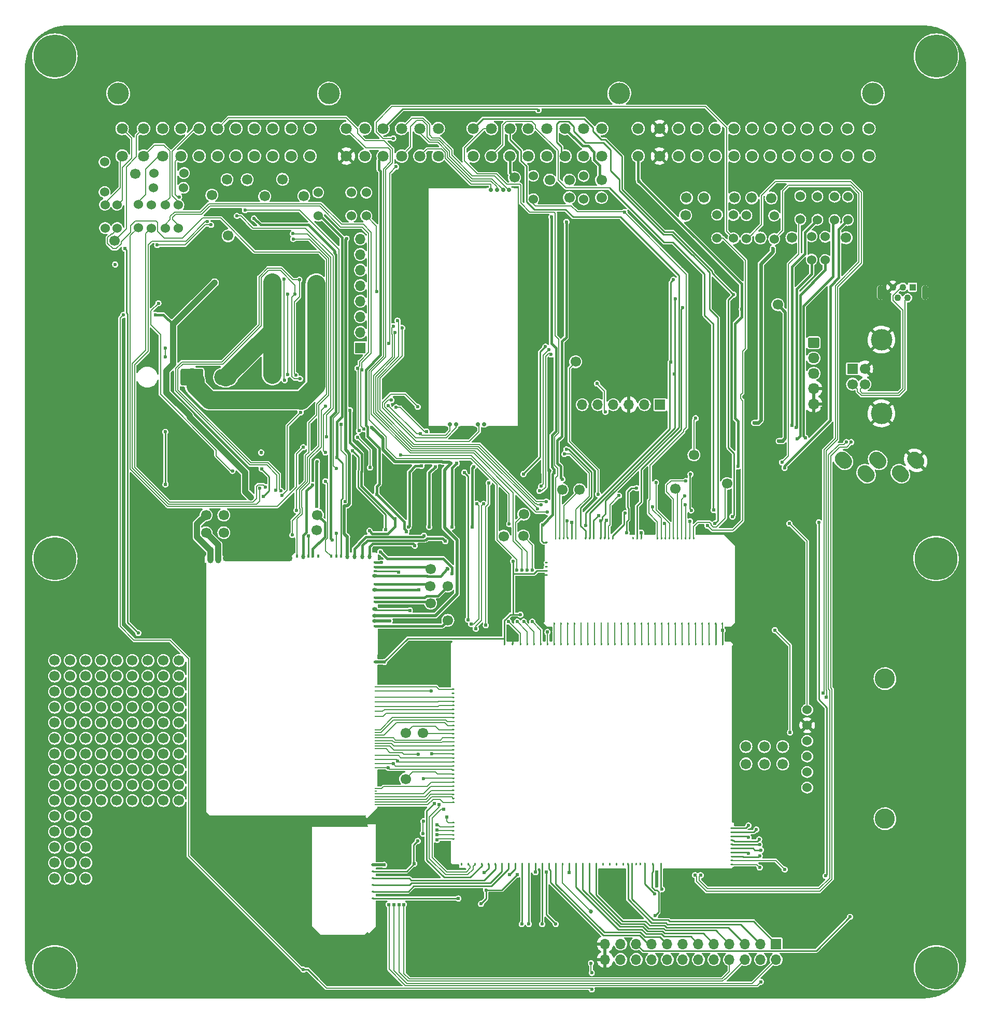
<source format=gbl>
G04 #@! TF.GenerationSoftware,KiCad,Pcbnew,(5.99.0-10559-g8513ca974c)*
G04 #@! TF.CreationDate,2021-11-01T12:15:16+02:00*
G04 #@! TF.ProjectId,hellen64_NA8_96,68656c6c-656e-4363-945f-4e41385f3936,a*
G04 #@! TF.SameCoordinates,PX141ef50PYa2cc1bc*
G04 #@! TF.FileFunction,Copper,L2,Bot*
G04 #@! TF.FilePolarity,Positive*
%FSLAX46Y46*%
G04 Gerber Fmt 4.6, Leading zero omitted, Abs format (unit mm)*
G04 Created by KiCad (PCBNEW (5.99.0-10559-g8513ca974c)) date 2021-11-01 12:15:16*
%MOMM*%
%LPD*%
G01*
G04 APERTURE LIST*
G04 #@! TA.AperFunction,ComponentPad*
%ADD10C,0.599999*%
G04 #@! TD*
G04 #@! TA.AperFunction,ComponentPad*
%ADD11C,1.524000*%
G04 #@! TD*
G04 #@! TA.AperFunction,ComponentPad*
%ADD12C,1.700000*%
G04 #@! TD*
G04 #@! TA.AperFunction,ComponentPad*
%ADD13R,1.700000X1.700000*%
G04 #@! TD*
G04 #@! TA.AperFunction,ComponentPad*
%ADD14O,1.700000X1.700000*%
G04 #@! TD*
G04 #@! TA.AperFunction,SMDPad,CuDef*
%ADD15O,0.200000X40.800000*%
G04 #@! TD*
G04 #@! TA.AperFunction,SMDPad,CuDef*
%ADD16O,25.600000X0.200000*%
G04 #@! TD*
G04 #@! TA.AperFunction,SMDPad,CuDef*
%ADD17O,1.000001X1.500000*%
G04 #@! TD*
G04 #@! TA.AperFunction,SMDPad,CuDef*
%ADD18O,11.400000X1.100000*%
G04 #@! TD*
G04 #@! TA.AperFunction,SMDPad,CuDef*
%ADD19O,0.399999X0.599999*%
G04 #@! TD*
G04 #@! TA.AperFunction,SMDPad,CuDef*
%ADD20O,0.599999X0.800001*%
G04 #@! TD*
G04 #@! TA.AperFunction,SMDPad,CuDef*
%ADD21O,0.599999X0.399999*%
G04 #@! TD*
G04 #@! TA.AperFunction,SMDPad,CuDef*
%ADD22O,0.800001X0.599999*%
G04 #@! TD*
G04 #@! TA.AperFunction,SMDPad,CuDef*
%ADD23O,0.399999X0.200000*%
G04 #@! TD*
G04 #@! TA.AperFunction,ComponentPad*
%ADD24C,3.500120*%
G04 #@! TD*
G04 #@! TA.AperFunction,ComponentPad*
%ADD25C,1.800000*%
G04 #@! TD*
G04 #@! TA.AperFunction,ComponentPad*
%ADD26R,1.100000X1.100000*%
G04 #@! TD*
G04 #@! TA.AperFunction,ComponentPad*
%ADD27C,1.100000*%
G04 #@! TD*
G04 #@! TA.AperFunction,ComponentPad*
%ADD28O,1.100000X2.400000*%
G04 #@! TD*
G04 #@! TA.AperFunction,ComponentPad*
%ADD29C,3.500000*%
G04 #@! TD*
G04 #@! TA.AperFunction,ComponentPad*
%ADD30C,3.302000*%
G04 #@! TD*
G04 #@! TA.AperFunction,ComponentPad*
%ADD31C,7.000000*%
G04 #@! TD*
G04 #@! TA.AperFunction,ComponentPad*
%ADD32C,0.700000*%
G04 #@! TD*
G04 #@! TA.AperFunction,SMDPad,CuDef*
%ADD33R,0.250000X39.250000*%
G04 #@! TD*
G04 #@! TA.AperFunction,SMDPad,CuDef*
%ADD34R,9.750000X0.250000*%
G04 #@! TD*
G04 #@! TA.AperFunction,SMDPad,CuDef*
%ADD35R,0.950000X0.250000*%
G04 #@! TD*
G04 #@! TA.AperFunction,SMDPad,CuDef*
%ADD36R,3.100000X0.250000*%
G04 #@! TD*
G04 #@! TA.AperFunction,SMDPad,CuDef*
%ADD37R,5.050000X0.250000*%
G04 #@! TD*
G04 #@! TA.AperFunction,SMDPad,CuDef*
%ADD38R,2.250000X0.250000*%
G04 #@! TD*
G04 #@! TA.AperFunction,ComponentPad*
%ADD39O,3.700000X2.700000*%
G04 #@! TD*
G04 #@! TA.AperFunction,ComponentPad*
%ADD40C,0.600000*%
G04 #@! TD*
G04 #@! TA.AperFunction,ComponentPad*
%ADD41O,1.850000X1.700000*%
G04 #@! TD*
G04 #@! TA.AperFunction,SMDPad,CuDef*
%ADD42C,2.000000*%
G04 #@! TD*
G04 #@! TA.AperFunction,ViaPad*
%ADD43C,0.600000*%
G04 #@! TD*
G04 #@! TA.AperFunction,ViaPad*
%ADD44C,0.609600*%
G04 #@! TD*
G04 #@! TA.AperFunction,ViaPad*
%ADD45C,0.685800*%
G04 #@! TD*
G04 #@! TA.AperFunction,ViaPad*
%ADD46C,1.000000*%
G04 #@! TD*
G04 #@! TA.AperFunction,Conductor*
%ADD47C,1.000000*%
G04 #@! TD*
G04 #@! TA.AperFunction,Conductor*
%ADD48C,0.254000*%
G04 #@! TD*
G04 #@! TA.AperFunction,Conductor*
%ADD49C,0.200000*%
G04 #@! TD*
G04 #@! TA.AperFunction,Conductor*
%ADD50C,0.400000*%
G04 #@! TD*
G04 #@! TA.AperFunction,Conductor*
%ADD51C,0.203200*%
G04 #@! TD*
G04 #@! TA.AperFunction,Conductor*
%ADD52C,0.508000*%
G04 #@! TD*
G04 #@! TA.AperFunction,Conductor*
%ADD53C,0.600000*%
G04 #@! TD*
G04 #@! TA.AperFunction,Conductor*
%ADD54C,3.000000*%
G04 #@! TD*
G04 APERTURE END LIST*
D10*
G04 #@! TO.P,M4,V1,V33*
G04 #@! TO.N,+3V3*
X75468535Y17795040D03*
G04 #@! TO.P,M4,V2,GND*
G04 #@! TO.N,GND*
X77043549Y12890031D03*
G04 #@! TO.P,M4,V3,GND*
X89747567Y12899094D03*
G04 #@! TO.P,M4,V4,SD_CS*
G04 #@! TO.N,/SD_CS*
X81268539Y12220030D03*
G04 #@! TO.P,M4,V5,SD_MOSI*
G04 #@! TO.N,/SD_MOSI*
X82443543Y12220030D03*
G04 #@! TO.P,M4,V6,SD_SCK*
G04 #@! TO.N,/SD_SCK*
X84618537Y12220030D03*
G04 #@! TO.P,M4,V7,SD_MISO*
G04 #@! TO.N,/SD_MISO*
X86843539Y12220030D03*
G04 #@! TD*
D11*
G04 #@! TO.P,R32,1,1*
G04 #@! TO.N,/OUT_PUMP_RELAY*
X48024428Y127825340D03*
G04 #@! TO.P,R32,2,2*
G04 #@! TO.N,/1U*
X48024428Y131635340D03*
G04 #@! TD*
D12*
G04 #@! TO.P,P5,1,Pin_1*
G04 #@! TO.N,/IO8*
X62302380Y35910220D03*
G04 #@! TD*
G04 #@! TO.P,P6,1,Pin_1*
G04 #@! TO.N,/IO13*
X62302380Y43412400D03*
G04 #@! TD*
G04 #@! TO.P,P47,1,Pin_1*
G04 #@! TO.N,/1N*
X33126680Y133730340D03*
G04 #@! TD*
D13*
G04 #@! TO.P,J27,1,Pin_1*
G04 #@! TO.N,Net-(J27-Pad1)*
X103851680Y97005340D03*
D14*
G04 #@! TO.P,J27,2,Pin_2*
G04 #@! TO.N,Net-(J27-Pad2)*
X101311680Y97005340D03*
G04 #@! TO.P,J27,3,Pin_3*
G04 #@! TO.N,GND*
X98771680Y97005340D03*
G04 #@! TO.P,J27,4,Pin_4*
G04 #@! TO.N,Net-(J27-Pad4)*
X96231680Y97005340D03*
G04 #@! TO.P,J27,5,Pin_5*
G04 #@! TO.N,Net-(J27-Pad5)*
X93691680Y97005340D03*
G04 #@! TO.P,J27,6,Pin_6*
G04 #@! TO.N,unconnected-(J27-Pad6)*
X91151680Y97005340D03*
G04 #@! TD*
D12*
G04 #@! TO.P,P19,1,Pin_1*
G04 #@! TO.N,/3K*
X116001680Y130780340D03*
G04 #@! TD*
G04 #@! TO.P,P26,1,Pin_1*
G04 #@! TO.N,/IN_MAP*
X90076680Y104005340D03*
G04 #@! TD*
G04 #@! TO.P,G4,1*
G04 #@! TO.N,Net-(G4-Pad1)*
X20210000Y45097322D03*
G04 #@! TO.P,G4,2*
G04 #@! TO.N,Net-(G4-Pad12)*
X20210000Y47637322D03*
G04 #@! TO.P,G4,3*
G04 #@! TO.N,Net-(G4-Pad13)*
X20210000Y50177322D03*
G04 #@! TO.P,G4,4*
G04 #@! TO.N,Net-(G4-Pad14)*
X20210000Y52717322D03*
G04 #@! TO.P,G4,5*
G04 #@! TO.N,Net-(G4-Pad10)*
X20210000Y55257322D03*
G04 #@! TO.P,G4,6*
G04 #@! TO.N,Net-(G4-Pad1)*
X22750000Y45097322D03*
G04 #@! TO.P,G4,7*
G04 #@! TO.N,Net-(G4-Pad12)*
X22750000Y47637322D03*
G04 #@! TO.P,G4,8*
G04 #@! TO.N,Net-(G4-Pad13)*
X22750000Y50177322D03*
G04 #@! TO.P,G4,9*
G04 #@! TO.N,Net-(G4-Pad14)*
X22750000Y52717322D03*
G04 #@! TO.P,G4,10*
G04 #@! TO.N,Net-(G4-Pad10)*
X22750000Y55257322D03*
G04 #@! TO.P,G4,11*
G04 #@! TO.N,Net-(G4-Pad1)*
X25290000Y45097322D03*
G04 #@! TO.P,G4,12*
G04 #@! TO.N,Net-(G4-Pad12)*
X25290000Y47637322D03*
G04 #@! TO.P,G4,13*
G04 #@! TO.N,Net-(G4-Pad13)*
X25290000Y50177322D03*
G04 #@! TO.P,G4,14*
G04 #@! TO.N,Net-(G4-Pad14)*
X25290000Y52717322D03*
G04 #@! TO.P,G4,15*
G04 #@! TO.N,Net-(G4-Pad10)*
X25290000Y55257322D03*
G04 #@! TD*
G04 #@! TO.P,P10,1,Pin_1*
G04 #@! TO.N,/2N*
X89051680Y133680340D03*
G04 #@! TD*
D11*
G04 #@! TO.P,R21,1,1*
G04 #@! TO.N,/IN_TEMP_OR_PPS2*
X55876680Y127800319D03*
G04 #@! TO.P,R21,2,2*
G04 #@! TO.N,/4C*
X55876680Y131610319D03*
G04 #@! TD*
D12*
G04 #@! TO.P,P12,1,Pin_1*
G04 #@! TO.N,/OUT_SOLENOID_A1*
X29701680Y79005340D03*
G04 #@! TD*
G04 #@! TO.P,G12,1*
G04 #@! TO.N,Net-(G12-Pad1)*
X12590000Y32397322D03*
G04 #@! TO.P,G12,2*
G04 #@! TO.N,Net-(G12-Pad12)*
X12590000Y34937322D03*
G04 #@! TO.P,G12,3*
G04 #@! TO.N,Net-(G12-Pad13)*
X12590000Y37477322D03*
G04 #@! TO.P,G12,4*
G04 #@! TO.N,Net-(G12-Pad14)*
X12590000Y40017322D03*
G04 #@! TO.P,G12,5*
G04 #@! TO.N,Net-(G12-Pad10)*
X12590000Y42557322D03*
G04 #@! TO.P,G12,6*
G04 #@! TO.N,Net-(G12-Pad1)*
X15130000Y32397322D03*
G04 #@! TO.P,G12,7*
G04 #@! TO.N,Net-(G12-Pad12)*
X15130000Y34937322D03*
G04 #@! TO.P,G12,8*
G04 #@! TO.N,Net-(G12-Pad13)*
X15130000Y37477322D03*
G04 #@! TO.P,G12,9*
G04 #@! TO.N,Net-(G12-Pad14)*
X15130000Y40017322D03*
G04 #@! TO.P,G12,10*
G04 #@! TO.N,Net-(G12-Pad10)*
X15130000Y42557322D03*
G04 #@! TO.P,G12,11*
G04 #@! TO.N,Net-(G12-Pad1)*
X17670000Y32397322D03*
G04 #@! TO.P,G12,12*
G04 #@! TO.N,Net-(G12-Pad12)*
X17670000Y34937322D03*
G04 #@! TO.P,G12,13*
G04 #@! TO.N,Net-(G12-Pad13)*
X17670000Y37477322D03*
G04 #@! TO.P,G12,14*
G04 #@! TO.N,Net-(G12-Pad14)*
X17670000Y40017322D03*
G04 #@! TO.P,G12,15*
G04 #@! TO.N,Net-(G12-Pad10)*
X17670000Y42557322D03*
G04 #@! TD*
G04 #@! TO.P,P39,1,Pin_1*
G04 #@! TO.N,/3M*
X118851680Y130755340D03*
G04 #@! TD*
G04 #@! TO.P,M5,G,GND*
G04 #@! TO.N,GND*
G04 #@! TA.AperFunction,SMDPad,CuDef*
G36*
G01*
X29688694Y30610985D02*
X30395800Y29903879D01*
G75*
G02*
X30395800Y29762457I-70711J-70711D01*
G01*
X30395800Y29762457D01*
G75*
G02*
X30254378Y29762457I-70711J70711D01*
G01*
X29547272Y30469563D01*
G75*
G02*
X29547272Y30610985I70711J70711D01*
G01*
X29547272Y30610985D01*
G75*
G02*
X29688694Y30610985I70711J-70711D01*
G01*
G37*
G04 #@! TD.AperFunction*
D15*
X29616538Y50856720D03*
D16*
X43016539Y29831718D03*
D17*
G04 #@! TO.P,M5,S1,OUT_SOLENOID_A1*
G04 #@! TO.N,/OUT_SOLENOID_A1*
X30414997Y71843006D03*
G04 #@! TO.P,M5,S2,OUT_SOLENOID_A2*
G04 #@! TO.N,/OUT_SOLENOID_A2*
X31670862Y71843006D03*
D18*
G04 #@! TO.P,M5,S3,GND*
G04 #@! TO.N,GND*
X38114997Y71968007D03*
D19*
G04 #@! TO.P,M5,S6,OUT_PP2*
G04 #@! TO.N,/OUT_TACH*
X44564989Y72268006D03*
D20*
G04 #@! TO.P,M5,S7,OUT_LOW3_DUAL*
G04 #@! TO.N,/OUT_O2H*
X45540001Y72168001D03*
D19*
G04 #@! TO.P,M5,S8,OUT_LOW1*
G04 #@! TO.N,/OUT_ECF_RELAY*
X46409758Y72268006D03*
G04 #@! TO.P,M5,S9,OUT_HIGH2*
G04 #@! TO.N,/OUT_HIGH2*
X47139995Y72268006D03*
G04 #@! TO.P,M5,S10,OUT_LOW11*
G04 #@! TO.N,unconnected-(M5-PadS10)*
X48034758Y72268006D03*
G04 #@! TO.P,M5,S12,OUT_LOW8_PULLUP*
G04 #@! TO.N,/OUT_AC_RELAY*
X50109758Y72268006D03*
G04 #@! TO.P,M5,S13,OUT_LOW12*
G04 #@! TO.N,Net-(M5-PadS13)*
X51009754Y72268006D03*
G04 #@! TO.P,M5,S14,OUT_LOW9*
G04 #@! TO.N,/OUT_PUMP_RELAY*
X51719996Y72268006D03*
D20*
G04 #@! TO.P,M5,S15,OUT_INJ6*
G04 #@! TO.N,/OUT_BOOST*
X52739997Y72168006D03*
G04 #@! TO.P,M5,S16,OUT_INJ2*
G04 #@! TO.N,/OUT_INJ2*
X53914996Y72168006D03*
G04 #@! TO.P,M5,S17,OUT_INJ3*
G04 #@! TO.N,/OUT_INJ3*
X55264995Y72168006D03*
G04 #@! TO.P,M5,S18,OUT_INJ1*
G04 #@! TO.N,/OUT_INJ1*
X56439994Y72168006D03*
D21*
G04 #@! TO.P,M5,W1,OUT_LOW2*
G04 #@! TO.N,/OUT_AC_FAN_RELAY*
X57339995Y71237767D03*
G04 #@! TO.P,M5,W2,OUT_LOW10*
G04 #@! TO.N,/OUT_LOW10*
X57339995Y70543008D03*
G04 #@! TO.P,M5,W3,OUT_LOW6_DIODE*
G04 #@! TO.N,/OUT_CHECK_ENGINE*
X57339995Y69862768D03*
D22*
G04 #@! TO.P,M5,W4,OUT_LOW4_DUAL*
G04 #@! TO.N,/OUT_O2H2*
X57244997Y69043006D03*
D21*
G04 #@! TO.P,M5,W6,OUT_PP1*
G04 #@! TO.N,/OUT_PP1*
X57339995Y67737769D03*
D22*
G04 #@! TO.P,M5,W7,OUT_INJ4*
G04 #@! TO.N,/OUT_INJ4*
X57244997Y66768004D03*
D21*
G04 #@! TO.P,M5,W8,OUT_HIGH1*
G04 #@! TO.N,/OUT_HIGH1*
X57339995Y65493006D03*
G04 #@! TO.P,M5,W9,OUT_LOW7_PULLUP*
G04 #@! TO.N,/OUT_LOW7_PULLUP*
X57339995Y64843004D03*
D22*
G04 #@! TO.P,M5,W10,OUT_INJ5*
G04 #@! TO.N,/OUT_VVT*
X57244997Y63643004D03*
G04 #@! TO.P,M5,W11,OUT_INJ8*
G04 #@! TO.N,/OUT_VICS*
X57244997Y62568000D03*
G04 #@! TO.P,M5,W12,OUT_INJ7*
G04 #@! TO.N,/OUT_IDLE*
X57244997Y61692998D03*
D21*
G04 #@! TO.P,M5,W13,OUT_LOW5_MAIN*
G04 #@! TO.N,/OUT_LOW5_DUAL*
X57339995Y60868006D03*
G04 #@! TO.P,M5,W14,V5*
G04 #@! TO.N,+5V*
X57339995Y55018005D03*
D23*
G04 #@! TO.P,M5,W15,INJ8*
G04 #@! TO.N,/VICS*
X57444996Y50963035D03*
G04 #@! TO.P,M5,W16,INJ7*
G04 #@! TO.N,/IDLE*
X57444996Y50303033D03*
G04 #@! TO.P,M5,W17,INJ6*
G04 #@! TO.N,/BOOST*
X57444996Y49243005D03*
G04 #@! TO.P,M5,W18,INJ5*
G04 #@! TO.N,/VVT*
X57444996Y48538920D03*
G04 #@! TO.P,M5,W19,INJ4*
G04 #@! TO.N,/INJ4*
X57444996Y47738881D03*
G04 #@! TO.P,M5,W20,INJ3*
G04 #@! TO.N,/INJ3*
X57444996Y46938842D03*
G04 #@! TO.P,M5,W21,LOW1*
G04 #@! TO.N,/ECF_RELAY*
X57444996Y46143006D03*
G04 #@! TO.P,M5,W22,PP2*
G04 #@! TO.N,/PP2*
X57444996Y43948004D03*
G04 #@! TO.P,M5,W23,INJ2*
G04 #@! TO.N,/INJ2*
X57444996Y43508005D03*
G04 #@! TO.P,M5,W24,INJ1*
G04 #@! TO.N,/INJ1*
X57444996Y43068006D03*
G04 #@! TO.P,M5,W25,LOW6_DIODE*
G04 #@! TO.N,/CE*
X57444996Y42628004D03*
G04 #@! TO.P,M5,W26,LOW10*
G04 #@! TO.N,/LOW10*
X57444996Y42188005D03*
G04 #@! TO.P,M5,W27,LOW9*
G04 #@! TO.N,/PUMP*
X57444996Y41748006D03*
G04 #@! TO.P,M5,W28,PP1*
G04 #@! TO.N,/PP1*
X57444996Y41308004D03*
G04 #@! TO.P,M5,W29,LOW2*
G04 #@! TO.N,/AC_FAN_RELAY*
X57444996Y40868005D03*
G04 #@! TO.P,M5,W30,SOLENOID_B2*
G04 #@! TO.N,/SOLENOID_B2*
X57444996Y39743034D03*
G04 #@! TO.P,M5,W31,SOLENOID_B1*
G04 #@! TO.N,/-ETB*
X57444996Y39083036D03*
G04 #@! TO.P,M5,W32,SOLENOID_A2*
G04 #@! TO.N,/+ETB*
X57444996Y38423034D03*
G04 #@! TO.P,M5,W33,SOLENOID_A1*
G04 #@! TO.N,/ETB_EN*
X57444996Y37763036D03*
G04 #@! TO.P,M5,W34,LOW4_DUAL*
G04 #@! TO.N,/O2H2*
X57444996Y34358006D03*
G04 #@! TO.P,M5,W35,LOW11*
G04 #@! TO.N,unconnected-(M5-PadW35)*
X57444996Y33918007D03*
G04 #@! TO.P,M5,W36,LOW12*
G04 #@! TO.N,/ALT_WARN*
X57444996Y33478005D03*
G04 #@! TO.P,M5,W37,LOW8_HIGH2*
G04 #@! TO.N,/AC_RELAY*
X57444996Y33038006D03*
G04 #@! TO.P,M5,W38,LOW3_DUAL*
G04 #@! TO.N,/O2H*
X57444996Y32598007D03*
G04 #@! TO.P,M5,W39,LOW7_HIGH1*
G04 #@! TO.N,/LOW7_HIGH1*
X57444996Y32158005D03*
G04 #@! TO.P,M5,W40,LOW5_MAIN*
G04 #@! TO.N,/MAIN*
X57444996Y31718006D03*
G04 #@! TD*
D12*
G04 #@! TO.P,P40,1,Pin_1*
G04 #@! TO.N,/3H*
X108176680Y130755340D03*
G04 #@! TD*
D11*
G04 #@! TO.P,R48,1,1*
G04 #@! TO.N,+12V_PERM*
X113176680Y124200340D03*
G04 #@! TO.P,R48,2,2*
G04 #@! TO.N,/3I*
X113176680Y128010340D03*
G04 #@! TD*
D12*
G04 #@! TO.P,P15,1,Pin_1*
G04 #@! TO.N,/3Y*
X134251680Y124255340D03*
G04 #@! TD*
G04 #@! TO.P,P21,1,Pin_1*
G04 #@! TO.N,Net-(P2-Pad20)*
X39276680Y131005340D03*
G04 #@! TD*
D11*
G04 #@! TO.P,R24,1,1*
G04 #@! TO.N,/OUT_TACH*
X115876680Y124150340D03*
G04 #@! TO.P,R24,2,2*
G04 #@! TO.N,/3L*
X115876680Y127960340D03*
G04 #@! TD*
G04 #@! TO.P,R42,1,1*
G04 #@! TO.N,/OUT_ECF_RELAY*
X13201680Y125825340D03*
G04 #@! TO.P,R42,2,2*
G04 #@! TO.N,/1A*
X13201680Y129635340D03*
G04 #@! TD*
D24*
G04 #@! TO.P,P2,*
G04 #@! TO.N,*
X138640980Y147779760D03*
X15340980Y147779760D03*
X49790980Y147779760D03*
X97190980Y147779760D03*
D25*
G04 #@! TO.P,P2,1,1A*
G04 #@! TO.N,/1A*
X15990980Y137579120D03*
G04 #@! TO.P,P2,2,1C*
G04 #@! TO.N,/1C*
X19488560Y137579120D03*
G04 #@! TO.P,P2,3,1E*
G04 #@! TO.N,/1E*
X22589900Y137579120D03*
G04 #@! TO.P,P2,4,1G*
G04 #@! TO.N,/1G*
X25589640Y137579120D03*
G04 #@! TO.P,P2,5,1I*
G04 #@! TO.N,/1I*
X28589380Y137579120D03*
G04 #@! TO.P,P2,6,1K*
G04 #@! TO.N,/IN_AC_SW*
X31589120Y137579120D03*
G04 #@! TO.P,P2,7,1M*
G04 #@! TO.N,/IN_VSS*
X34588860Y137579120D03*
G04 #@! TO.P,P2,8,1O*
G04 #@! TO.N,GNDA*
X37588600Y137579120D03*
G04 #@! TO.P,P2,9,1Q*
G04 #@! TO.N,/IN_BRAKE*
X40588340Y137579120D03*
G04 #@! TO.P,P2,10,1S*
G04 #@! TO.N,/IN_KNOCK_RAW*
X43588080Y137579120D03*
G04 #@! TO.P,P2,11,1U*
G04 #@! TO.N,/1U*
X46689420Y137579120D03*
G04 #@! TO.P,P2,12,1B*
G04 #@! TO.N,/1B*
X15990980Y142080000D03*
G04 #@! TO.P,P2,13,1D*
G04 #@! TO.N,/1D*
X19488560Y142080000D03*
G04 #@! TO.P,P2,14,1F*
G04 #@! TO.N,/1F*
X22589900Y142080000D03*
G04 #@! TO.P,P2,15,1H*
G04 #@! TO.N,/1H*
X25589640Y142080000D03*
G04 #@! TO.P,P2,16,1J*
G04 #@! TO.N,/1J*
X28589380Y142080000D03*
G04 #@! TO.P,P2,17,1L*
G04 #@! TO.N,/IN_CLUTCH*
X31589120Y142080000D03*
G04 #@! TO.P,P2,18,1N*
G04 #@! TO.N,/1N*
X34588860Y142080000D03*
G04 #@! TO.P,P2,19,1P*
G04 #@! TO.N,/1P*
X37588600Y142080000D03*
G04 #@! TO.P,P2,20,1R*
G04 #@! TO.N,Net-(P2-Pad20)*
X40588340Y142080000D03*
G04 #@! TO.P,P2,21,1T*
G04 #@! TO.N,Net-(P2-Pad21)*
X43588080Y142080000D03*
G04 #@! TO.P,P2,22,1V*
G04 #@! TO.N,/1V*
X46689420Y142080000D03*
G04 #@! TO.P,P2,23,2A*
G04 #@! TO.N,Net-(P2-Pad23)*
X73340980Y137579120D03*
G04 #@! TO.P,P2,24,2C*
G04 #@! TO.N,/IN_AFR*
X76340720Y137579120D03*
G04 #@! TO.P,P2,25,2E*
G04 #@! TO.N,/2E*
X79340460Y137579120D03*
G04 #@! TO.P,P2,26,2G*
G04 #@! TO.N,/IN_CLT*
X82340200Y137579120D03*
G04 #@! TO.P,P2,27,2I*
G04 #@! TO.N,+5VA*
X85342480Y137579120D03*
G04 #@! TO.P,P2,28,2K*
G04 #@! TO.N,/IN_IAT*
X88342220Y137579120D03*
G04 #@! TO.P,P2,29,2M*
G04 #@! TO.N,/2M*
X91341960Y137579120D03*
G04 #@! TO.P,P2,30,2O*
G04 #@! TO.N,GNDA*
X94341700Y137579120D03*
G04 #@! TO.P,P2,31,2B*
G04 #@! TO.N,/IN_MAF*
X73340980Y142080000D03*
G04 #@! TO.P,P2,32,2D*
G04 #@! TO.N,/IN_O2S2*
X76340720Y142080000D03*
G04 #@! TO.P,P2,33,2F*
G04 #@! TO.N,/IN_TPS*
X79340460Y142080000D03*
G04 #@! TO.P,P2,34,2H*
G04 #@! TO.N,/2H*
X82340200Y142080000D03*
G04 #@! TO.P,P2,35,2J*
G04 #@! TO.N,/2J*
X85342480Y142080000D03*
G04 #@! TO.P,P2,36,2L*
G04 #@! TO.N,Net-(P2-Pad36)*
X88342220Y142080000D03*
G04 #@! TO.P,P2,37,2N*
G04 #@! TO.N,/2N*
X91341960Y142080000D03*
G04 #@! TO.P,P2,38,2P*
G04 #@! TO.N,/2P*
X94341700Y142080000D03*
G04 #@! TO.P,P2,39,3A*
G04 #@! TO.N,GNDA*
X100287840Y137579120D03*
G04 #@! TO.P,P2,40,3C*
G04 #@! TO.N,GND*
X103787960Y137579120D03*
G04 #@! TO.P,P2,41,3E*
G04 #@! TO.N,Net-(P2-Pad41)*
X106891840Y137579120D03*
G04 #@! TO.P,P2,42,3G*
G04 #@! TO.N,/3G*
X109891580Y137579120D03*
G04 #@! TO.P,P2,43,3I*
G04 #@! TO.N,/3I*
X112891320Y137579120D03*
G04 #@! TO.P,P2,44,3K*
G04 #@! TO.N,/3K*
X115891060Y137579120D03*
G04 #@! TO.P,P2,45,3M*
G04 #@! TO.N,/3M*
X118890800Y137579120D03*
G04 #@! TO.P,P2,46,3O*
G04 #@! TO.N,/3O*
X121890540Y137579120D03*
G04 #@! TO.P,P2,47,3Q*
G04 #@! TO.N,/OUT_IDLE*
X124890280Y137579120D03*
G04 #@! TO.P,P2,48,3S*
G04 #@! TO.N,/3S*
X127890020Y137579120D03*
G04 #@! TO.P,P2,49,3U*
G04 #@! TO.N,/3U*
X130991360Y137579120D03*
G04 #@! TO.P,P2,50,3W*
G04 #@! TO.N,/3W*
X134491480Y137579120D03*
G04 #@! TO.P,P2,51,3Y*
G04 #@! TO.N,/3Y*
X137991600Y137579120D03*
G04 #@! TO.P,P2,52,3B*
G04 #@! TO.N,/3B*
X100287840Y142080000D03*
G04 #@! TO.P,P2,53,3D*
G04 #@! TO.N,GND*
X103787960Y142080000D03*
G04 #@! TO.P,P2,54,3F*
G04 #@! TO.N,/IN_CRANK*
X106891840Y142080000D03*
G04 #@! TO.P,P2,55,3H*
G04 #@! TO.N,/3H*
X109891580Y142080000D03*
G04 #@! TO.P,P2,56,3J*
G04 #@! TO.N,/3J*
X112891320Y142080000D03*
G04 #@! TO.P,P2,57,3L*
G04 #@! TO.N,/3L*
X115891060Y142080000D03*
G04 #@! TO.P,P2,58,3N*
G04 #@! TO.N,/3N*
X118890800Y142080000D03*
G04 #@! TO.P,P2,59,3P*
G04 #@! TO.N,/3P*
X121890540Y142080000D03*
G04 #@! TO.P,P2,60,3R*
G04 #@! TO.N,/3R*
X124890280Y142080000D03*
G04 #@! TO.P,P2,61,3T*
G04 #@! TO.N,/3T*
X127890020Y142080000D03*
G04 #@! TO.P,P2,62,3V*
G04 #@! TO.N,/3V*
X130991360Y142080000D03*
G04 #@! TO.P,P2,63,3X*
G04 #@! TO.N,/3X*
X134491480Y142080000D03*
G04 #@! TO.P,P2,64,3Z*
G04 #@! TO.N,/3Z*
X137991600Y142080000D03*
G04 #@! TO.P,P2,65,4A*
G04 #@! TO.N,GND*
X52640980Y137579120D03*
G04 #@! TO.P,P2,66,4C*
G04 #@! TO.N,/4C*
X55640720Y137579120D03*
G04 #@! TO.P,P2,67,4E*
G04 #@! TO.N,/OUT_VVT*
X58640460Y137579120D03*
G04 #@! TO.P,P2,68,4G*
G04 #@! TO.N,/WBO_Vs{slash}Ip*
X61640200Y137579120D03*
G04 #@! TO.P,P2,69,4I*
G04 #@! TO.N,/WBO_R_Trim*
X64642480Y137579120D03*
G04 #@! TO.P,P2,70,4K*
G04 #@! TO.N,/4K*
X67642220Y137579120D03*
G04 #@! TO.P,P2,71,4B*
G04 #@! TO.N,/IN_DIGITAL*
X52640980Y142080000D03*
G04 #@! TO.P,P2,72,4D*
G04 #@! TO.N,/4D*
X55640720Y142080000D03*
G04 #@! TO.P,P2,73,4F*
G04 #@! TO.N,+5VA*
X58640460Y142080000D03*
G04 #@! TO.P,P2,74,4H*
G04 #@! TO.N,/WBO_Vs*
X61640200Y142080000D03*
G04 #@! TO.P,P2,75,4J*
G04 #@! TO.N,/WBO_Ip*
X64642480Y142080000D03*
G04 #@! TO.P,P2,76,4L*
G04 #@! TO.N,/4L*
X67642220Y142080000D03*
G04 #@! TD*
D12*
G04 #@! TO.P,P56,1,Pin_1*
G04 #@! TO.N,Net-(P2-Pad21)*
X42200000Y133780340D03*
G04 #@! TD*
G04 #@! TO.P,P52,1,Pin_1*
G04 #@! TO.N,/3T*
X125401680Y124255340D03*
G04 #@! TD*
G04 #@! TO.P,P46,1,Pin_1*
G04 #@! TO.N,/OUT_VICS*
X123101680Y113330340D03*
G04 #@! TD*
G04 #@! TO.P,P44,1,Pin_1*
G04 #@! TO.N,/IN_SENS3*
X90726680Y83130340D03*
G04 #@! TD*
G04 #@! TO.P,P13,1,Pin_1*
G04 #@! TO.N,/OUT_SOLENOID_B1*
X32601680Y76105340D03*
G04 #@! TD*
G04 #@! TO.P,P29,1,Pin_1*
G04 #@! TO.N,/OUT_IGN5*
X120901680Y41205340D03*
G04 #@! TD*
G04 #@! TO.P,P37,1,Pin_1*
G04 #@! TO.N,/3O*
X122026680Y130730340D03*
G04 #@! TD*
D11*
G04 #@! TO.P,R43,1,1*
G04 #@! TO.N,/OUT_BOOST*
X53426680Y127825340D03*
G04 #@! TO.P,R43,2,2*
G04 #@! TO.N,/4D*
X53426680Y131635340D03*
G04 #@! TD*
D26*
G04 #@! TO.P,J1,1,VBUS*
G04 #@! TO.N,/VBUS*
X145101680Y116180340D03*
D27*
G04 #@! TO.P,J1,2,D-*
G04 #@! TO.N,/USB-*
X144301680Y114430340D03*
G04 #@! TO.P,J1,3,D+*
G04 #@! TO.N,/USB+*
X143501680Y116180340D03*
G04 #@! TO.P,J1,4,ID*
G04 #@! TO.N,unconnected-(J1-Pad4)*
X142701680Y114430340D03*
G04 #@! TO.P,J1,5,GND*
G04 #@! TO.N,GND*
X141901680Y116180340D03*
D28*
G04 #@! TO.P,J1,6,Shield*
X147151680Y115305340D03*
X139851680Y115305340D03*
G04 #@! TD*
D12*
G04 #@! TO.P,P35,1,Pin_1*
G04 #@! TO.N,/OUT_PP1*
X66326680Y67405340D03*
G04 #@! TD*
D13*
G04 #@! TO.P,J6,1,Pin_1*
G04 #@! TO.N,+5VA*
X54901680Y106280340D03*
D14*
G04 #@! TO.P,J6,2,Pin_2*
X54901680Y108820340D03*
G04 #@! TO.P,J6,3,Pin_3*
G04 #@! TO.N,/IN_TPS*
X54901680Y111360340D03*
G04 #@! TO.P,J6,4,Pin_4*
G04 #@! TO.N,/IN_TPS2*
X54901680Y113900340D03*
G04 #@! TO.P,J6,5,Pin_5*
G04 #@! TO.N,/IN_PPS*
X54901680Y116440340D03*
G04 #@! TO.P,J6,6,Pin_6*
G04 #@! TO.N,/IN_TEMP_OR_PPS2*
X54901680Y118980340D03*
G04 #@! TO.P,J6,7,Pin_7*
G04 #@! TO.N,GNDA*
X54901680Y121520340D03*
G04 #@! TO.P,J6,8,Pin_8*
X54901680Y124060340D03*
G04 #@! TD*
D12*
G04 #@! TO.P,P30,1,Pin_1*
G04 #@! TO.N,/OUT_IGN6*
X120901680Y38370220D03*
G04 #@! TD*
D13*
G04 #@! TO.P,J5,1,VBUS*
G04 #@! TO.N,/VBUS*
X135316680Y102855340D03*
D12*
G04 #@! TO.P,J5,2,D-*
G04 #@! TO.N,/USB-*
X135316680Y100355340D03*
G04 #@! TO.P,J5,3,D+*
G04 #@! TO.N,/USB+*
X137316680Y100355340D03*
G04 #@! TO.P,J5,4,GND*
G04 #@! TO.N,GND*
X137316680Y102855340D03*
D29*
G04 #@! TO.P,J5,5,Shield*
X140026680Y95585340D03*
X140026680Y107625340D03*
G04 #@! TD*
D12*
G04 #@! TO.P,P4,1,Pin_1*
G04 #@! TO.N,/IO12*
X65112640Y43410220D03*
G04 #@! TD*
G04 #@! TO.P,P25,1,Pin_1*
G04 #@! TO.N,/OUT_IGN4*
X123901680Y38370220D03*
G04 #@! TD*
D10*
G04 #@! TO.P,M8,V1,V5*
G04 #@! TO.N,+5V*
X59459042Y96874902D03*
G04 #@! TO.P,M8,V2,CAN_VIO*
G04 #@! TO.N,Net-(M12-PadW2)*
X59984042Y97749904D03*
G04 #@! TO.P,M8,V5,CAN_TX*
G04 #@! TO.N,Net-(M12-PadW4)*
X60734040Y96574900D03*
G04 #@! TO.P,M8,V6,CAN_RX*
G04 #@! TO.N,Net-(M12-PadW3)*
X64284041Y96649903D03*
G04 #@! TD*
D30*
G04 #@! TO.P,U2,*
G04 #@! TO.N,*
X140601680Y52290340D03*
X140601680Y29430340D03*
D11*
G04 #@! TO.P,U2,1,VOUT*
G04 #@! TO.N,/IN_MAP3*
X127901680Y47210340D03*
G04 #@! TO.P,U2,2,GND*
G04 #@! TO.N,GND*
X127901680Y44670340D03*
G04 #@! TO.P,U2,3,VCC*
G04 #@! TO.N,+5VA*
X127901680Y42130340D03*
G04 #@! TO.P,U2,4,V1*
G04 #@! TO.N,unconnected-(U2-Pad4)*
X127901680Y39590340D03*
G04 #@! TO.P,U2,5,V2*
G04 #@! TO.N,unconnected-(U2-Pad5)*
X127901680Y37050340D03*
G04 #@! TO.P,U2,6,V_EX*
G04 #@! TO.N,unconnected-(U2-Pad6)*
X127901680Y34510340D03*
G04 #@! TD*
G04 #@! TO.P,R17,1,1*
G04 #@! TO.N,/3W*
X132376680Y130951040D03*
G04 #@! TO.P,R17,2,2*
G04 #@! TO.N,/OUT_INJ3*
X132376680Y127141040D03*
G04 #@! TD*
D12*
G04 #@! TO.P,P27,1,Pin_1*
G04 #@! TO.N,/IN_STEERING*
X114826680Y84130340D03*
G04 #@! TD*
G04 #@! TO.P,G6,1*
G04 #@! TO.N,Net-(G6-Pad1)*
X4970000Y45097322D03*
G04 #@! TO.P,G6,2*
G04 #@! TO.N,Net-(G6-Pad12)*
X4970000Y47637322D03*
G04 #@! TO.P,G6,3*
G04 #@! TO.N,Net-(G6-Pad13)*
X4970000Y50177322D03*
G04 #@! TO.P,G6,4*
G04 #@! TO.N,Net-(G6-Pad14)*
X4970000Y52717322D03*
G04 #@! TO.P,G6,5*
G04 #@! TO.N,Net-(G6-Pad10)*
X4970000Y55257322D03*
G04 #@! TO.P,G6,6*
G04 #@! TO.N,Net-(G6-Pad1)*
X7510000Y45097322D03*
G04 #@! TO.P,G6,7*
G04 #@! TO.N,Net-(G6-Pad12)*
X7510000Y47637322D03*
G04 #@! TO.P,G6,8*
G04 #@! TO.N,Net-(G6-Pad13)*
X7510000Y50177322D03*
G04 #@! TO.P,G6,9*
G04 #@! TO.N,Net-(G6-Pad14)*
X7510000Y52717322D03*
G04 #@! TO.P,G6,10*
G04 #@! TO.N,Net-(G6-Pad10)*
X7510000Y55257322D03*
G04 #@! TO.P,G6,11*
G04 #@! TO.N,Net-(G6-Pad1)*
X10050000Y45097322D03*
G04 #@! TO.P,G6,12*
G04 #@! TO.N,Net-(G6-Pad12)*
X10050000Y47637322D03*
G04 #@! TO.P,G6,13*
G04 #@! TO.N,Net-(G6-Pad13)*
X10050000Y50177322D03*
G04 #@! TO.P,G6,14*
G04 #@! TO.N,Net-(G6-Pad14)*
X10050000Y52717322D03*
G04 #@! TO.P,G6,15*
G04 #@! TO.N,Net-(G6-Pad10)*
X10050000Y55257322D03*
G04 #@! TD*
G04 #@! TO.P,P55,1,Pin_1*
G04 #@! TO.N,Net-(P2-Pad41)*
X108026680Y127905340D03*
G04 #@! TD*
D11*
G04 #@! TO.P,R8,1,1*
G04 #@! TO.N,/OUT_IGN2*
X122501680Y124050340D03*
G04 #@! TO.P,R8,2,2*
G04 #@! TO.N,/3R*
X122501680Y127860340D03*
G04 #@! TD*
D12*
G04 #@! TO.P,P34,1,Pin_1*
G04 #@! TO.N,Net-(M5-PadS13)*
X47801680Y76505340D03*
G04 #@! TD*
G04 #@! TO.P,P17,1,Pin_1*
G04 #@! TO.N,/OUT_LOW5_DUAL*
X69201680Y61805340D03*
G04 #@! TD*
D10*
G04 #@! TO.P,M13,V1,V5*
G04 #@! TO.N,+5V*
X103293541Y18453558D03*
G04 #@! TO.P,M13,V2,CAN_VIO*
G04 #@! TO.N,/CAN_VIO*
X104168543Y17928558D03*
G04 #@! TO.P,M13,V5,CAN_TX*
G04 #@! TO.N,/CAN_TX*
X102993539Y17178560D03*
G04 #@! TO.P,M13,V6,CAN_RX*
G04 #@! TO.N,/CAN_RX*
X103068542Y13628559D03*
G04 #@! TD*
D12*
G04 #@! TO.P,P11,1,Pin_1*
G04 #@! TO.N,/OUT_SOLENOID_A2*
X29701680Y76105340D03*
G04 #@! TD*
G04 #@! TO.P,P50,1,Pin_1*
G04 #@! TO.N,/1F*
X18151680Y134730340D03*
G04 #@! TD*
D11*
G04 #@! TO.P,R40,1,1*
G04 #@! TO.N,/CAN+*
X23041221Y125799438D03*
G04 #@! TO.P,R40,2,2*
G04 #@! TO.N,/1C*
X23041221Y129609438D03*
G04 #@! TD*
D31*
G04 #@! TO.P,J13,1,Pin_1*
G04 #@! TO.N,unconnected-(J13-Pad1)*
X5000000Y5100000D03*
G04 #@! TD*
G04 #@! TO.P,M7,G,GND*
G04 #@! TO.N,GND*
G04 #@! TA.AperFunction,SMDPad,CuDef*
G36*
G01*
X56102211Y28111700D02*
X46932213Y28111700D01*
G75*
G02*
X46832213Y28211700I0J100000D01*
G01*
X46832213Y28211700D01*
G75*
G02*
X46932213Y28311700I100000J0D01*
G01*
X56102211Y28311700D01*
G75*
G02*
X56202211Y28211700I0J-100000D01*
G01*
X56202211Y28211700D01*
G75*
G02*
X56102211Y28111700I-100000J0D01*
G01*
G37*
G04 #@! TD.AperFunction*
G04 #@! TA.AperFunction,SMDPad,CuDef*
G36*
G01*
X46995234Y11903931D02*
X48402376Y10496789D01*
G75*
G02*
X48402376Y10355367I-70711J-70711D01*
G01*
X48402376Y10355367D01*
G75*
G02*
X48260954Y10355367I-70711J70711D01*
G01*
X46853812Y11762509D01*
G75*
G02*
X46853812Y11903931I70711J70711D01*
G01*
X46853812Y11903931D01*
G75*
G02*
X46995234Y11903931I70711J-70711D01*
G01*
G37*
G04 #@! TD.AperFunction*
G04 #@! TA.AperFunction,SMDPad,CuDef*
G36*
G01*
X55594167Y10500761D02*
X56018431Y10925025D01*
G75*
G02*
X56159853Y10925025I70711J-70711D01*
G01*
X56159853Y10925025D01*
G75*
G02*
X56159853Y10783603I-70711J-70711D01*
G01*
X55735589Y10359339D01*
G75*
G02*
X55594167Y10359339I-70711J70711D01*
G01*
X55594167Y10359339D01*
G75*
G02*
X55594167Y10500761I70711J70711D01*
G01*
G37*
G04 #@! TD.AperFunction*
G04 #@! TA.AperFunction,SMDPad,CuDef*
G36*
G01*
X46822400Y11839779D02*
X46822400Y28189779D01*
G75*
G02*
X46922400Y28289779I100000J0D01*
G01*
X46922400Y28289779D01*
G75*
G02*
X47022400Y28189779I0J-100000D01*
G01*
X47022400Y11839779D01*
G75*
G02*
X46922400Y11739779I-100000J0D01*
G01*
X46922400Y11739779D01*
G75*
G02*
X46822400Y11839779I0J100000D01*
G01*
G37*
G04 #@! TD.AperFunction*
G04 #@! TA.AperFunction,SMDPad,CuDef*
G36*
G01*
X48361543Y10519216D02*
X55651543Y10519216D01*
G75*
G02*
X55751543Y10419216I0J-100000D01*
G01*
X55751543Y10419216D01*
G75*
G02*
X55651543Y10319216I-100000J0D01*
G01*
X48361543Y10319216D01*
G75*
G02*
X48261543Y10419216I0J100000D01*
G01*
X48261543Y10419216D01*
G75*
G02*
X48361543Y10519216I100000J0D01*
G01*
G37*
G04 #@! TD.AperFunction*
G04 #@! TO.P,M7,N1,V5*
G04 #@! TO.N,+5V*
G04 #@! TA.AperFunction,SMDPad,CuDef*
G36*
G01*
X56804044Y22044216D02*
X57054042Y22044216D01*
G75*
G02*
X57179042Y21919216I0J-125000D01*
G01*
X57179042Y21919216D01*
G75*
G02*
X57054042Y21794216I-125000J0D01*
G01*
X56804044Y21794216D01*
G75*
G02*
X56679044Y21919216I0J125000D01*
G01*
X56679044Y21919216D01*
G75*
G02*
X56804044Y22044216I125000J0D01*
G01*
G37*
G04 #@! TD.AperFunction*
G04 #@! TO.P,M7,N2,V33*
G04 #@! TO.N,+3V3*
G04 #@! TA.AperFunction,SMDPad,CuDef*
G36*
G01*
X56804044Y20944218D02*
X57054042Y20944218D01*
G75*
G02*
X57179042Y20819218I0J-125000D01*
G01*
X57179042Y20819218D01*
G75*
G02*
X57054042Y20694218I-125000J0D01*
G01*
X56804044Y20694218D01*
G75*
G02*
X56679044Y20819218I0J125000D01*
G01*
X56679044Y20819218D01*
G75*
G02*
X56804044Y20944218I125000J0D01*
G01*
G37*
G04 #@! TD.AperFunction*
G04 #@! TO.P,M7,N3,SWO*
G04 #@! TO.N,Net-(M3-PadN27)*
G04 #@! TA.AperFunction,SMDPad,CuDef*
G36*
G01*
X56804044Y19844220D02*
X57054042Y19844220D01*
G75*
G02*
X57179042Y19719220I0J-125000D01*
G01*
X57179042Y19719220D01*
G75*
G02*
X57054042Y19594220I-125000J0D01*
G01*
X56804044Y19594220D01*
G75*
G02*
X56679044Y19719220I0J125000D01*
G01*
X56679044Y19719220D01*
G75*
G02*
X56804044Y19844220I125000J0D01*
G01*
G37*
G04 #@! TD.AperFunction*
G04 #@! TO.P,M7,N4,SWDIO*
G04 #@! TO.N,Net-(M3-PadN26)*
G04 #@! TA.AperFunction,SMDPad,CuDef*
G36*
G01*
X56804044Y18744222D02*
X57054042Y18744222D01*
G75*
G02*
X57179042Y18619222I0J-125000D01*
G01*
X57179042Y18619222D01*
G75*
G02*
X57054042Y18494222I-125000J0D01*
G01*
X56804044Y18494222D01*
G75*
G02*
X56679044Y18619222I0J125000D01*
G01*
X56679044Y18619222D01*
G75*
G02*
X56804044Y18744222I125000J0D01*
G01*
G37*
G04 #@! TD.AperFunction*
G04 #@! TO.P,M7,N5,SWCLK*
G04 #@! TO.N,Net-(M3-PadN25)*
G04 #@! TA.AperFunction,SMDPad,CuDef*
G36*
G01*
X56804044Y17644224D02*
X57054042Y17644224D01*
G75*
G02*
X57179042Y17519224I0J-125000D01*
G01*
X57179042Y17519224D01*
G75*
G02*
X57054042Y17394224I-125000J0D01*
G01*
X56804044Y17394224D01*
G75*
G02*
X56679044Y17519224I0J125000D01*
G01*
X56679044Y17519224D01*
G75*
G02*
X56804044Y17644224I125000J0D01*
G01*
G37*
G04 #@! TD.AperFunction*
G04 #@! TO.P,M7,N6,nReset*
G04 #@! TO.N,/NRESET*
G04 #@! TA.AperFunction,SMDPad,CuDef*
G36*
G01*
X56804044Y16544227D02*
X57054042Y16544227D01*
G75*
G02*
X57179042Y16419227I0J-125000D01*
G01*
X57179042Y16419227D01*
G75*
G02*
X57054042Y16294227I-125000J0D01*
G01*
X56804044Y16294227D01*
G75*
G02*
X56679044Y16419227I0J125000D01*
G01*
X56679044Y16419227D01*
G75*
G02*
X56804044Y16544227I125000J0D01*
G01*
G37*
G04 #@! TD.AperFunction*
G04 #@! TD*
D12*
G04 #@! TO.P,P3,1,Pin_1*
G04 #@! TO.N,/3J*
X111051680Y130755340D03*
G04 #@! TD*
G04 #@! TO.P,P28,1,Pin_1*
G04 #@! TO.N,/IN_D4*
X81526680Y75580340D03*
G04 #@! TD*
G04 #@! TO.P,P24,1,Pin_1*
G04 #@! TO.N,/OUT_IGN3*
X123901680Y41205340D03*
G04 #@! TD*
G04 #@! TO.P,P8,1,Pin_1*
G04 #@! TO.N,/2P*
X94301680Y130805340D03*
G04 #@! TD*
G04 #@! TO.P,G9,1*
G04 #@! TO.N,Net-(G9-Pad1)*
X4970000Y19697322D03*
G04 #@! TO.P,G9,2*
G04 #@! TO.N,Net-(G9-Pad12)*
X4970000Y22237322D03*
G04 #@! TO.P,G9,3*
G04 #@! TO.N,Net-(G9-Pad13)*
X4970000Y24777322D03*
G04 #@! TO.P,G9,4*
G04 #@! TO.N,Net-(G9-Pad14)*
X4970000Y27317322D03*
G04 #@! TO.P,G9,5*
G04 #@! TO.N,Net-(G9-Pad10)*
X4970000Y29857322D03*
G04 #@! TO.P,G9,6*
G04 #@! TO.N,Net-(G9-Pad1)*
X7510000Y19697322D03*
G04 #@! TO.P,G9,7*
G04 #@! TO.N,Net-(G9-Pad12)*
X7510000Y22237322D03*
G04 #@! TO.P,G9,8*
G04 #@! TO.N,Net-(G9-Pad13)*
X7510000Y24777322D03*
G04 #@! TO.P,G9,9*
G04 #@! TO.N,Net-(G9-Pad14)*
X7510000Y27317322D03*
G04 #@! TO.P,G9,10*
G04 #@! TO.N,Net-(G9-Pad10)*
X7510000Y29857322D03*
G04 #@! TO.P,G9,11*
G04 #@! TO.N,Net-(G9-Pad1)*
X10050000Y19697322D03*
G04 #@! TO.P,G9,12*
G04 #@! TO.N,Net-(G9-Pad12)*
X10050000Y22237322D03*
G04 #@! TO.P,G9,13*
G04 #@! TO.N,Net-(G9-Pad13)*
X10050000Y24777322D03*
G04 #@! TO.P,G9,14*
G04 #@! TO.N,Net-(G9-Pad14)*
X10050000Y27317322D03*
G04 #@! TO.P,G9,15*
G04 #@! TO.N,Net-(G9-Pad10)*
X10050000Y29857322D03*
G04 #@! TD*
G04 #@! TO.P,M1,E1,GND*
G04 #@! TO.N,GND*
G04 #@! TA.AperFunction,SMDPad,CuDef*
G36*
G01*
X85162638Y69351817D02*
X85412638Y69351817D01*
G75*
G02*
X85537638Y69226817I0J-125000D01*
G01*
X85537638Y69226817D01*
G75*
G02*
X85412638Y69101817I-125000J0D01*
G01*
X85162638Y69101817D01*
G75*
G02*
X85037638Y69226817I0J125000D01*
G01*
X85037638Y69226817D01*
G75*
G02*
X85162638Y69351817I125000J0D01*
G01*
G37*
G04 #@! TD.AperFunction*
G04 #@! TO.P,M1,E2,V5*
G04 #@! TO.N,+5V*
G04 #@! TA.AperFunction,SMDPad,CuDef*
G36*
G01*
X85162638Y70011818D02*
X85412638Y70011818D01*
G75*
G02*
X85537638Y69886818I0J-125000D01*
G01*
X85537638Y69886818D01*
G75*
G02*
X85412638Y69761818I-125000J0D01*
G01*
X85162638Y69761818D01*
G75*
G02*
X85037638Y69886818I0J125000D01*
G01*
X85037638Y69886818D01*
G75*
G02*
X85162638Y70011818I125000J0D01*
G01*
G37*
G04 #@! TD.AperFunction*
G04 #@! TO.P,M1,E3,WBO_O2S2*
G04 #@! TO.N,unconnected-(M1-PadE3)*
G04 #@! TA.AperFunction,SMDPad,CuDef*
G36*
G01*
X85162638Y70671819D02*
X85412638Y70671819D01*
G75*
G02*
X85537638Y70546819I0J-125000D01*
G01*
X85537638Y70546819D01*
G75*
G02*
X85412638Y70421819I-125000J0D01*
G01*
X85162638Y70421819D01*
G75*
G02*
X85037638Y70546819I0J125000D01*
G01*
X85037638Y70546819D01*
G75*
G02*
X85162638Y70671819I125000J0D01*
G01*
G37*
G04 #@! TD.AperFunction*
G04 #@! TO.P,M1,E4,WBO_O2S*
G04 #@! TO.N,unconnected-(M1-PadE4)*
G04 #@! TA.AperFunction,SMDPad,CuDef*
G36*
G01*
X85162638Y71331820D02*
X85412638Y71331820D01*
G75*
G02*
X85537638Y71206820I0J-125000D01*
G01*
X85537638Y71206820D01*
G75*
G02*
X85412638Y71081820I-125000J0D01*
G01*
X85162638Y71081820D01*
G75*
G02*
X85037638Y71206820I0J125000D01*
G01*
X85037638Y71206820D01*
G75*
G02*
X85162638Y71331820I125000J0D01*
G01*
G37*
G04 #@! TD.AperFunction*
G04 #@! TO.P,M1,E5,V5A*
G04 #@! TO.N,+5VA*
G04 #@! TA.AperFunction,SMDPad,CuDef*
G36*
G01*
X85162638Y74631827D02*
X85412638Y74631827D01*
G75*
G02*
X85537638Y74506827I0J-125000D01*
G01*
X85537638Y74506827D01*
G75*
G02*
X85412638Y74381827I-125000J0D01*
G01*
X85162638Y74381827D01*
G75*
G02*
X85037638Y74506827I0J125000D01*
G01*
X85037638Y74506827D01*
G75*
G02*
X85162638Y74631827I125000J0D01*
G01*
G37*
G04 #@! TD.AperFunction*
G04 #@! TO.P,M1,N1,V5A*
G04 #@! TA.AperFunction,SMDPad,CuDef*
G36*
G01*
X113932640Y61133024D02*
X113932640Y61383024D01*
G75*
G02*
X114057640Y61508024I125000J0D01*
G01*
X114057640Y61508024D01*
G75*
G02*
X114182640Y61383024I0J-125000D01*
G01*
X114182640Y61133024D01*
G75*
G02*
X114057640Y61008024I-125000J0D01*
G01*
X114057640Y61008024D01*
G75*
G02*
X113932640Y61133024I0J125000D01*
G01*
G37*
G04 #@! TD.AperFunction*
G04 #@! TO.P,M1,N2,GNDA*
G04 #@! TO.N,GNDA*
G04 #@! TA.AperFunction,SMDPad,CuDef*
G36*
G01*
X113082636Y61383024D02*
X113082636Y61133024D01*
G75*
G02*
X112957636Y61008024I-125000J0D01*
G01*
X112957636Y61008024D01*
G75*
G02*
X112832636Y61133024I0J125000D01*
G01*
X112832636Y61383024D01*
G75*
G02*
X112957636Y61508024I125000J0D01*
G01*
X112957636Y61508024D01*
G75*
G02*
X113082636Y61383024I0J-125000D01*
G01*
G37*
G04 #@! TD.AperFunction*
G04 #@! TO.P,M1,N3,RES2*
G04 #@! TO.N,/STEERING*
G04 #@! TA.AperFunction,SMDPad,CuDef*
G36*
G01*
X111982635Y61383024D02*
X111982635Y61133024D01*
G75*
G02*
X111857635Y61008024I-125000J0D01*
G01*
X111857635Y61008024D01*
G75*
G02*
X111732635Y61133024I0J125000D01*
G01*
X111732635Y61383024D01*
G75*
G02*
X111857635Y61508024I125000J0D01*
G01*
X111857635Y61508024D01*
G75*
G02*
X111982635Y61383024I0J-125000D01*
G01*
G37*
G04 #@! TD.AperFunction*
G04 #@! TO.P,M1,N4,O2S2*
G04 #@! TO.N,/TPS2*
G04 #@! TA.AperFunction,SMDPad,CuDef*
G36*
G01*
X110882638Y61383024D02*
X110882638Y61133024D01*
G75*
G02*
X110757638Y61008024I-125000J0D01*
G01*
X110757638Y61008024D01*
G75*
G02*
X110632638Y61133024I0J125000D01*
G01*
X110632638Y61383024D01*
G75*
G02*
X110757638Y61508024I125000J0D01*
G01*
X110757638Y61508024D01*
G75*
G02*
X110882638Y61383024I0J-125000D01*
G01*
G37*
G04 #@! TD.AperFunction*
G04 #@! TO.P,M1,N5,PPS*
G04 #@! TO.N,/PPS*
G04 #@! TA.AperFunction,SMDPad,CuDef*
G36*
G01*
X109782640Y61383024D02*
X109782640Y61133024D01*
G75*
G02*
X109657640Y61008024I-125000J0D01*
G01*
X109657640Y61008024D01*
G75*
G02*
X109532640Y61133024I0J125000D01*
G01*
X109532640Y61383024D01*
G75*
G02*
X109657640Y61508024I125000J0D01*
G01*
X109657640Y61508024D01*
G75*
G02*
X109782640Y61383024I0J-125000D01*
G01*
G37*
G04 #@! TD.AperFunction*
G04 #@! TO.P,M1,N6,RES1*
G04 #@! TO.N,/BRAKE*
G04 #@! TA.AperFunction,SMDPad,CuDef*
G36*
G01*
X108682642Y61383024D02*
X108682642Y61133024D01*
G75*
G02*
X108557642Y61008024I-125000J0D01*
G01*
X108557642Y61008024D01*
G75*
G02*
X108432642Y61133024I0J125000D01*
G01*
X108432642Y61383024D01*
G75*
G02*
X108557642Y61508024I125000J0D01*
G01*
X108557642Y61508024D01*
G75*
G02*
X108682642Y61383024I0J-125000D01*
G01*
G37*
G04 #@! TD.AperFunction*
G04 #@! TO.P,M1,N7,AUX4*
G04 #@! TO.N,/EGR_BOOST*
G04 #@! TA.AperFunction,SMDPad,CuDef*
G36*
G01*
X107582644Y61383024D02*
X107582644Y61133024D01*
G75*
G02*
X107457644Y61008024I-125000J0D01*
G01*
X107457644Y61008024D01*
G75*
G02*
X107332644Y61133024I0J125000D01*
G01*
X107332644Y61383024D01*
G75*
G02*
X107457644Y61508024I125000J0D01*
G01*
X107457644Y61508024D01*
G75*
G02*
X107582644Y61383024I0J-125000D01*
G01*
G37*
G04 #@! TD.AperFunction*
G04 #@! TO.P,M1,N8,AUX3*
G04 #@! TO.N,/AC_SW*
G04 #@! TA.AperFunction,SMDPad,CuDef*
G36*
G01*
X106482646Y61383024D02*
X106482646Y61133024D01*
G75*
G02*
X106357646Y61008024I-125000J0D01*
G01*
X106357646Y61008024D01*
G75*
G02*
X106232646Y61133024I0J125000D01*
G01*
X106232646Y61383024D01*
G75*
G02*
X106357646Y61508024I125000J0D01*
G01*
X106357646Y61508024D01*
G75*
G02*
X106482646Y61383024I0J-125000D01*
G01*
G37*
G04 #@! TD.AperFunction*
G04 #@! TO.P,M1,N9,AUX2*
G04 #@! TO.N,/TEMP*
G04 #@! TA.AperFunction,SMDPad,CuDef*
G36*
G01*
X105382649Y61383024D02*
X105382649Y61133024D01*
G75*
G02*
X105257649Y61008024I-125000J0D01*
G01*
X105257649Y61008024D01*
G75*
G02*
X105132649Y61133024I0J125000D01*
G01*
X105132649Y61383024D01*
G75*
G02*
X105257649Y61508024I125000J0D01*
G01*
X105257649Y61508024D01*
G75*
G02*
X105382649Y61383024I0J-125000D01*
G01*
G37*
G04 #@! TD.AperFunction*
G04 #@! TO.P,M1,N10,AUX1*
G04 #@! TO.N,/PRESSURE*
G04 #@! TA.AperFunction,SMDPad,CuDef*
G36*
G01*
X104282651Y61383024D02*
X104282651Y61133024D01*
G75*
G02*
X104157651Y61008024I-125000J0D01*
G01*
X104157651Y61008024D01*
G75*
G02*
X104032651Y61133024I0J125000D01*
G01*
X104032651Y61383024D01*
G75*
G02*
X104157651Y61508024I125000J0D01*
G01*
X104157651Y61508024D01*
G75*
G02*
X104282651Y61383024I0J-125000D01*
G01*
G37*
G04 #@! TD.AperFunction*
G04 #@! TO.P,M1,N11,RES3*
G04 #@! TO.N,/RES3*
G04 #@! TA.AperFunction,SMDPad,CuDef*
G36*
G01*
X103182653Y61383024D02*
X103182653Y61133024D01*
G75*
G02*
X103057653Y61008024I-125000J0D01*
G01*
X103057653Y61008024D01*
G75*
G02*
X102932653Y61133024I0J125000D01*
G01*
X102932653Y61383024D01*
G75*
G02*
X103057653Y61508024I125000J0D01*
G01*
X103057653Y61508024D01*
G75*
G02*
X103182653Y61383024I0J-125000D01*
G01*
G37*
G04 #@! TD.AperFunction*
G04 #@! TO.P,M1,N12,MAP3*
G04 #@! TO.N,/MAP3*
G04 #@! TA.AperFunction,SMDPad,CuDef*
G36*
G01*
X102082655Y61383024D02*
X102082655Y61133024D01*
G75*
G02*
X101957655Y61008024I-125000J0D01*
G01*
X101957655Y61008024D01*
G75*
G02*
X101832655Y61133024I0J125000D01*
G01*
X101832655Y61383024D01*
G75*
G02*
X101957655Y61508024I125000J0D01*
G01*
X101957655Y61508024D01*
G75*
G02*
X102082655Y61383024I0J-125000D01*
G01*
G37*
G04 #@! TD.AperFunction*
G04 #@! TO.P,M1,N13,MAP2*
G04 #@! TO.N,/MAP2*
G04 #@! TA.AperFunction,SMDPad,CuDef*
G36*
G01*
X100982657Y61383024D02*
X100982657Y61133024D01*
G75*
G02*
X100857657Y61008024I-125000J0D01*
G01*
X100857657Y61008024D01*
G75*
G02*
X100732657Y61133024I0J125000D01*
G01*
X100732657Y61383024D01*
G75*
G02*
X100857657Y61508024I125000J0D01*
G01*
X100857657Y61508024D01*
G75*
G02*
X100982657Y61383024I0J-125000D01*
G01*
G37*
G04 #@! TD.AperFunction*
G04 #@! TO.P,M1,N14,MAP1*
G04 #@! TO.N,/MAF*
G04 #@! TA.AperFunction,SMDPad,CuDef*
G36*
G01*
X99882660Y61383024D02*
X99882660Y61133024D01*
G75*
G02*
X99757660Y61008024I-125000J0D01*
G01*
X99757660Y61008024D01*
G75*
G02*
X99632660Y61133024I0J125000D01*
G01*
X99632660Y61383024D01*
G75*
G02*
X99757660Y61508024I125000J0D01*
G01*
X99757660Y61508024D01*
G75*
G02*
X99882660Y61383024I0J-125000D01*
G01*
G37*
G04 #@! TD.AperFunction*
G04 #@! TO.P,M1,N15,IAT*
G04 #@! TO.N,/IAT*
G04 #@! TA.AperFunction,SMDPad,CuDef*
G36*
G01*
X98782662Y61383024D02*
X98782662Y61133024D01*
G75*
G02*
X98657662Y61008024I-125000J0D01*
G01*
X98657662Y61008024D01*
G75*
G02*
X98532662Y61133024I0J125000D01*
G01*
X98532662Y61383024D01*
G75*
G02*
X98657662Y61508024I125000J0D01*
G01*
X98657662Y61508024D01*
G75*
G02*
X98782662Y61383024I0J-125000D01*
G01*
G37*
G04 #@! TD.AperFunction*
G04 #@! TO.P,M1,N16,CLT*
G04 #@! TO.N,/CLT*
G04 #@! TA.AperFunction,SMDPad,CuDef*
G36*
G01*
X97682664Y61383024D02*
X97682664Y61133024D01*
G75*
G02*
X97557664Y61008024I-125000J0D01*
G01*
X97557664Y61008024D01*
G75*
G02*
X97432664Y61133024I0J125000D01*
G01*
X97432664Y61383024D01*
G75*
G02*
X97557664Y61508024I125000J0D01*
G01*
X97557664Y61508024D01*
G75*
G02*
X97682664Y61383024I0J-125000D01*
G01*
G37*
G04 #@! TD.AperFunction*
G04 #@! TO.P,M1,N17,TPS*
G04 #@! TO.N,/TPS*
G04 #@! TA.AperFunction,SMDPad,CuDef*
G36*
G01*
X96582666Y61383024D02*
X96582666Y61133024D01*
G75*
G02*
X96457666Y61008024I-125000J0D01*
G01*
X96457666Y61008024D01*
G75*
G02*
X96332666Y61133024I0J125000D01*
G01*
X96332666Y61383024D01*
G75*
G02*
X96457666Y61508024I125000J0D01*
G01*
X96457666Y61508024D01*
G75*
G02*
X96582666Y61383024I0J-125000D01*
G01*
G37*
G04 #@! TD.AperFunction*
G04 #@! TO.P,M1,N18,O2S*
G04 #@! TO.N,/AFR*
G04 #@! TA.AperFunction,SMDPad,CuDef*
G36*
G01*
X95482668Y61383024D02*
X95482668Y61133024D01*
G75*
G02*
X95357668Y61008024I-125000J0D01*
G01*
X95357668Y61008024D01*
G75*
G02*
X95232668Y61133024I0J125000D01*
G01*
X95232668Y61383024D01*
G75*
G02*
X95357668Y61508024I125000J0D01*
G01*
X95357668Y61508024D01*
G75*
G02*
X95482668Y61383024I0J-125000D01*
G01*
G37*
G04 #@! TD.AperFunction*
G04 #@! TO.P,M1,N19,CAM*
G04 #@! TO.N,/CAM*
G04 #@! TA.AperFunction,SMDPad,CuDef*
G36*
G01*
X94382671Y61383024D02*
X94382671Y61133024D01*
G75*
G02*
X94257671Y61008024I-125000J0D01*
G01*
X94257671Y61008024D01*
G75*
G02*
X94132671Y61133024I0J125000D01*
G01*
X94132671Y61383024D01*
G75*
G02*
X94257671Y61508024I125000J0D01*
G01*
X94257671Y61508024D01*
G75*
G02*
X94382671Y61383024I0J-125000D01*
G01*
G37*
G04 #@! TD.AperFunction*
G04 #@! TO.P,M1,N20,VSS*
G04 #@! TO.N,/VSS*
G04 #@! TA.AperFunction,SMDPad,CuDef*
G36*
G01*
X93282673Y61383024D02*
X93282673Y61133024D01*
G75*
G02*
X93157673Y61008024I-125000J0D01*
G01*
X93157673Y61008024D01*
G75*
G02*
X93032673Y61133024I0J125000D01*
G01*
X93032673Y61383024D01*
G75*
G02*
X93157673Y61508024I125000J0D01*
G01*
X93157673Y61508024D01*
G75*
G02*
X93282673Y61383024I0J-125000D01*
G01*
G37*
G04 #@! TD.AperFunction*
G04 #@! TO.P,M1,N21,CRANK*
G04 #@! TO.N,/CRANK*
G04 #@! TA.AperFunction,SMDPad,CuDef*
G36*
G01*
X92182675Y61383024D02*
X92182675Y61133024D01*
G75*
G02*
X92057675Y61008024I-125000J0D01*
G01*
X92057675Y61008024D01*
G75*
G02*
X91932675Y61133024I0J125000D01*
G01*
X91932675Y61383024D01*
G75*
G02*
X92057675Y61508024I125000J0D01*
G01*
X92057675Y61508024D01*
G75*
G02*
X92182675Y61383024I0J-125000D01*
G01*
G37*
G04 #@! TD.AperFunction*
G04 #@! TO.P,M1,N22,KNOCK*
G04 #@! TO.N,/KNOCK*
G04 #@! TA.AperFunction,SMDPad,CuDef*
G36*
G01*
X91082677Y61383024D02*
X91082677Y61133024D01*
G75*
G02*
X90957677Y61008024I-125000J0D01*
G01*
X90957677Y61008024D01*
G75*
G02*
X90832677Y61133024I0J125000D01*
G01*
X90832677Y61383024D01*
G75*
G02*
X90957677Y61508024I125000J0D01*
G01*
X90957677Y61508024D01*
G75*
G02*
X91082677Y61383024I0J-125000D01*
G01*
G37*
G04 #@! TD.AperFunction*
G04 #@! TO.P,M1,N23,SENS4*
G04 #@! TO.N,/SENS4*
G04 #@! TA.AperFunction,SMDPad,CuDef*
G36*
G01*
X89982679Y61383024D02*
X89982679Y61133024D01*
G75*
G02*
X89857679Y61008024I-125000J0D01*
G01*
X89857679Y61008024D01*
G75*
G02*
X89732679Y61133024I0J125000D01*
G01*
X89732679Y61383024D01*
G75*
G02*
X89857679Y61508024I125000J0D01*
G01*
X89857679Y61508024D01*
G75*
G02*
X89982679Y61383024I0J-125000D01*
G01*
G37*
G04 #@! TD.AperFunction*
G04 #@! TO.P,M1,N24,SENS3*
G04 #@! TO.N,/SENS3*
G04 #@! TA.AperFunction,SMDPad,CuDef*
G36*
G01*
X88882682Y61383024D02*
X88882682Y61133024D01*
G75*
G02*
X88757682Y61008024I-125000J0D01*
G01*
X88757682Y61008024D01*
G75*
G02*
X88632682Y61133024I0J125000D01*
G01*
X88632682Y61383024D01*
G75*
G02*
X88757682Y61508024I125000J0D01*
G01*
X88757682Y61508024D01*
G75*
G02*
X88882682Y61383024I0J-125000D01*
G01*
G37*
G04 #@! TD.AperFunction*
G04 #@! TO.P,M1,N25,SENS2*
G04 #@! TO.N,/SENS2*
G04 #@! TA.AperFunction,SMDPad,CuDef*
G36*
G01*
X87782684Y61383024D02*
X87782684Y61133024D01*
G75*
G02*
X87657684Y61008024I-125000J0D01*
G01*
X87657684Y61008024D01*
G75*
G02*
X87532684Y61133024I0J125000D01*
G01*
X87532684Y61383024D01*
G75*
G02*
X87657684Y61508024I125000J0D01*
G01*
X87657684Y61508024D01*
G75*
G02*
X87782684Y61383024I0J-125000D01*
G01*
G37*
G04 #@! TD.AperFunction*
G04 #@! TO.P,M1,N26,SENS1*
G04 #@! TO.N,/SENS1*
G04 #@! TA.AperFunction,SMDPad,CuDef*
G36*
G01*
X86682686Y61383024D02*
X86682686Y61133024D01*
G75*
G02*
X86557686Y61008024I-125000J0D01*
G01*
X86557686Y61008024D01*
G75*
G02*
X86432686Y61133024I0J125000D01*
G01*
X86432686Y61383024D01*
G75*
G02*
X86557686Y61508024I125000J0D01*
G01*
X86557686Y61508024D01*
G75*
G02*
X86682686Y61383024I0J-125000D01*
G01*
G37*
G04 #@! TD.AperFunction*
G04 #@! TO.P,M1,S1,IN_SENS1*
G04 #@! TO.N,/IN_O2S2*
G04 #@! TA.AperFunction,SMDPad,CuDef*
G36*
G01*
X86933630Y75345023D02*
X86933630Y75095023D01*
G75*
G02*
X86808630Y74970023I-125000J0D01*
G01*
X86808630Y74970023D01*
G75*
G02*
X86683630Y75095023I0J125000D01*
G01*
X86683630Y75345023D01*
G75*
G02*
X86808630Y75470023I125000J0D01*
G01*
X86808630Y75470023D01*
G75*
G02*
X86933630Y75345023I0J-125000D01*
G01*
G37*
G04 #@! TD.AperFunction*
G04 #@! TO.P,M1,S2,IN_SENS2*
G04 #@! TO.N,/IN_SENS2*
G04 #@! TA.AperFunction,SMDPad,CuDef*
G36*
G01*
X87593632Y75345023D02*
X87593632Y75095023D01*
G75*
G02*
X87468632Y74970023I-125000J0D01*
G01*
X87468632Y74970023D01*
G75*
G02*
X87343632Y75095023I0J125000D01*
G01*
X87343632Y75345023D01*
G75*
G02*
X87468632Y75470023I125000J0D01*
G01*
X87468632Y75470023D01*
G75*
G02*
X87593632Y75345023I0J-125000D01*
G01*
G37*
G04 #@! TD.AperFunction*
G04 #@! TO.P,M1,S3,IN_SENS3*
G04 #@! TO.N,/IN_SENS3*
G04 #@! TA.AperFunction,SMDPad,CuDef*
G36*
G01*
X88253633Y75345023D02*
X88253633Y75095023D01*
G75*
G02*
X88128633Y74970023I-125000J0D01*
G01*
X88128633Y74970023D01*
G75*
G02*
X88003633Y75095023I0J125000D01*
G01*
X88003633Y75345023D01*
G75*
G02*
X88128633Y75470023I125000J0D01*
G01*
X88128633Y75470023D01*
G75*
G02*
X88253633Y75345023I0J-125000D01*
G01*
G37*
G04 #@! TD.AperFunction*
G04 #@! TO.P,M1,S4,IN_SENS4*
G04 #@! TO.N,/IN_O2S3*
G04 #@! TA.AperFunction,SMDPad,CuDef*
G36*
G01*
X88913634Y75345023D02*
X88913634Y75095023D01*
G75*
G02*
X88788634Y74970023I-125000J0D01*
G01*
X88788634Y74970023D01*
G75*
G02*
X88663634Y75095023I0J125000D01*
G01*
X88663634Y75345023D01*
G75*
G02*
X88788634Y75470023I125000J0D01*
G01*
X88788634Y75470023D01*
G75*
G02*
X88913634Y75345023I0J-125000D01*
G01*
G37*
G04 #@! TD.AperFunction*
G04 #@! TO.P,M1,S5,IN_CAM*
G04 #@! TO.N,/3G*
G04 #@! TA.AperFunction,SMDPad,CuDef*
G36*
G01*
X89573635Y75345023D02*
X89573635Y75095023D01*
G75*
G02*
X89448635Y74970023I-125000J0D01*
G01*
X89448635Y74970023D01*
G75*
G02*
X89323635Y75095023I0J125000D01*
G01*
X89323635Y75345023D01*
G75*
G02*
X89448635Y75470023I125000J0D01*
G01*
X89448635Y75470023D01*
G75*
G02*
X89573635Y75345023I0J-125000D01*
G01*
G37*
G04 #@! TD.AperFunction*
G04 #@! TO.P,M1,S6,IN_VSS*
G04 #@! TO.N,/IN_VSS*
G04 #@! TA.AperFunction,SMDPad,CuDef*
G36*
G01*
X90233637Y75345023D02*
X90233637Y75095023D01*
G75*
G02*
X90108637Y74970023I-125000J0D01*
G01*
X90108637Y74970023D01*
G75*
G02*
X89983637Y75095023I0J125000D01*
G01*
X89983637Y75345023D01*
G75*
G02*
X90108637Y75470023I125000J0D01*
G01*
X90108637Y75470023D01*
G75*
G02*
X90233637Y75345023I0J-125000D01*
G01*
G37*
G04 #@! TD.AperFunction*
G04 #@! TO.P,M1,S7,IN_KNOCK*
G04 #@! TO.N,/IN_KNOCK*
G04 #@! TA.AperFunction,SMDPad,CuDef*
G36*
G01*
X91834634Y75345023D02*
X91834634Y75095023D01*
G75*
G02*
X91709634Y74970023I-125000J0D01*
G01*
X91709634Y74970023D01*
G75*
G02*
X91584634Y75095023I0J125000D01*
G01*
X91584634Y75345023D01*
G75*
G02*
X91709634Y75470023I125000J0D01*
G01*
X91709634Y75470023D01*
G75*
G02*
X91834634Y75345023I0J-125000D01*
G01*
G37*
G04 #@! TD.AperFunction*
G04 #@! TO.P,M1,S8,IN_CRANK*
G04 #@! TO.N,/IN_CRANK*
G04 #@! TA.AperFunction,SMDPad,CuDef*
G36*
G01*
X92494635Y75345023D02*
X92494635Y75095023D01*
G75*
G02*
X92369635Y74970023I-125000J0D01*
G01*
X92369635Y74970023D01*
G75*
G02*
X92244635Y75095023I0J125000D01*
G01*
X92244635Y75345023D01*
G75*
G02*
X92369635Y75470023I125000J0D01*
G01*
X92369635Y75470023D01*
G75*
G02*
X92494635Y75345023I0J-125000D01*
G01*
G37*
G04 #@! TD.AperFunction*
G04 #@! TO.P,M1,S9,IN_O2S*
G04 #@! TO.N,/IN_AFR*
G04 #@! TA.AperFunction,SMDPad,CuDef*
G36*
G01*
X93154637Y75345023D02*
X93154637Y75095023D01*
G75*
G02*
X93029637Y74970023I-125000J0D01*
G01*
X93029637Y74970023D01*
G75*
G02*
X92904637Y75095023I0J125000D01*
G01*
X92904637Y75345023D01*
G75*
G02*
X93029637Y75470023I125000J0D01*
G01*
X93029637Y75470023D01*
G75*
G02*
X93154637Y75345023I0J-125000D01*
G01*
G37*
G04 #@! TD.AperFunction*
G04 #@! TO.P,M1,S10,IN_TPS*
G04 #@! TO.N,/IN_TPS*
G04 #@! TA.AperFunction,SMDPad,CuDef*
G36*
G01*
X94275536Y75345023D02*
X94275536Y75095023D01*
G75*
G02*
X94150536Y74970023I-125000J0D01*
G01*
X94150536Y74970023D01*
G75*
G02*
X94025536Y75095023I0J125000D01*
G01*
X94025536Y75345023D01*
G75*
G02*
X94150536Y75470023I125000J0D01*
G01*
X94150536Y75470023D01*
G75*
G02*
X94275536Y75345023I0J-125000D01*
G01*
G37*
G04 #@! TD.AperFunction*
G04 #@! TO.P,M1,S11,IN_MAP1*
G04 #@! TO.N,/IN_MAF*
G04 #@! TA.AperFunction,SMDPad,CuDef*
G36*
G01*
X94935537Y75345023D02*
X94935537Y75095023D01*
G75*
G02*
X94810537Y74970023I-125000J0D01*
G01*
X94810537Y74970023D01*
G75*
G02*
X94685537Y75095023I0J125000D01*
G01*
X94685537Y75345023D01*
G75*
G02*
X94810537Y75470023I125000J0D01*
G01*
X94810537Y75470023D01*
G75*
G02*
X94935537Y75345023I0J-125000D01*
G01*
G37*
G04 #@! TD.AperFunction*
G04 #@! TO.P,M1,S12,IN_MAP2*
G04 #@! TO.N,/IN_MAP*
G04 #@! TA.AperFunction,SMDPad,CuDef*
G36*
G01*
X95595538Y75345023D02*
X95595538Y75095023D01*
G75*
G02*
X95470538Y74970023I-125000J0D01*
G01*
X95470538Y74970023D01*
G75*
G02*
X95345538Y75095023I0J125000D01*
G01*
X95345538Y75345023D01*
G75*
G02*
X95470538Y75470023I125000J0D01*
G01*
X95470538Y75470023D01*
G75*
G02*
X95595538Y75345023I0J-125000D01*
G01*
G37*
G04 #@! TD.AperFunction*
G04 #@! TO.P,M1,S13,VREF2*
G04 #@! TO.N,/VREF2*
G04 #@! TA.AperFunction,SMDPad,CuDef*
G36*
G01*
X96255540Y75345023D02*
X96255540Y75095023D01*
G75*
G02*
X96130540Y74970023I-125000J0D01*
G01*
X96130540Y74970023D01*
G75*
G02*
X96005540Y75095023I0J125000D01*
G01*
X96005540Y75345023D01*
G75*
G02*
X96130540Y75470023I125000J0D01*
G01*
X96130540Y75470023D01*
G75*
G02*
X96255540Y75345023I0J-125000D01*
G01*
G37*
G04 #@! TD.AperFunction*
G04 #@! TO.P,M1,S14,VREF1*
G04 #@! TO.N,unconnected-(M1-PadS14)*
G04 #@! TA.AperFunction,SMDPad,CuDef*
G36*
G01*
X99581634Y75345023D02*
X99581634Y75095023D01*
G75*
G02*
X99456634Y74970023I-125000J0D01*
G01*
X99456634Y74970023D01*
G75*
G02*
X99331634Y75095023I0J125000D01*
G01*
X99331634Y75345023D01*
G75*
G02*
X99456634Y75470023I125000J0D01*
G01*
X99456634Y75470023D01*
G75*
G02*
X99581634Y75345023I0J-125000D01*
G01*
G37*
G04 #@! TD.AperFunction*
G04 #@! TO.P,M1,S15,IN_CLT*
G04 #@! TO.N,/IN_CLT*
G04 #@! TA.AperFunction,SMDPad,CuDef*
G36*
G01*
X100241635Y75345023D02*
X100241635Y75095023D01*
G75*
G02*
X100116635Y74970023I-125000J0D01*
G01*
X100116635Y74970023D01*
G75*
G02*
X99991635Y75095023I0J125000D01*
G01*
X99991635Y75345023D01*
G75*
G02*
X100116635Y75470023I125000J0D01*
G01*
X100116635Y75470023D01*
G75*
G02*
X100241635Y75345023I0J-125000D01*
G01*
G37*
G04 #@! TD.AperFunction*
G04 #@! TO.P,M1,S16,IN_IAT*
G04 #@! TO.N,/IN_IAT*
G04 #@! TA.AperFunction,SMDPad,CuDef*
G36*
G01*
X100901637Y75345023D02*
X100901637Y75095023D01*
G75*
G02*
X100776637Y74970023I-125000J0D01*
G01*
X100776637Y74970023D01*
G75*
G02*
X100651637Y75095023I0J125000D01*
G01*
X100651637Y75345023D01*
G75*
G02*
X100776637Y75470023I125000J0D01*
G01*
X100776637Y75470023D01*
G75*
G02*
X100901637Y75345023I0J-125000D01*
G01*
G37*
G04 #@! TD.AperFunction*
G04 #@! TO.P,M1,S17,IN_AUX1*
G04 #@! TO.N,/IN_PRESSURE*
G04 #@! TA.AperFunction,SMDPad,CuDef*
G36*
G01*
X103547628Y75345023D02*
X103547628Y75095023D01*
G75*
G02*
X103422628Y74970023I-125000J0D01*
G01*
X103422628Y74970023D01*
G75*
G02*
X103297628Y75095023I0J125000D01*
G01*
X103297628Y75345023D01*
G75*
G02*
X103422628Y75470023I125000J0D01*
G01*
X103422628Y75470023D01*
G75*
G02*
X103547628Y75345023I0J-125000D01*
G01*
G37*
G04 #@! TD.AperFunction*
G04 #@! TO.P,M1,S18,IN_AUX2*
G04 #@! TO.N,/IN_TEMP_OR_PPS2*
G04 #@! TA.AperFunction,SMDPad,CuDef*
G36*
G01*
X104207629Y75345023D02*
X104207629Y75095023D01*
G75*
G02*
X104082629Y74970023I-125000J0D01*
G01*
X104082629Y74970023D01*
G75*
G02*
X103957629Y75095023I0J125000D01*
G01*
X103957629Y75345023D01*
G75*
G02*
X104082629Y75470023I125000J0D01*
G01*
X104082629Y75470023D01*
G75*
G02*
X104207629Y75345023I0J-125000D01*
G01*
G37*
G04 #@! TD.AperFunction*
G04 #@! TO.P,M1,S19,IN_MAP3*
G04 #@! TO.N,/IN_MAP3*
G04 #@! TA.AperFunction,SMDPad,CuDef*
G36*
G01*
X104867631Y75345023D02*
X104867631Y75095023D01*
G75*
G02*
X104742631Y74970023I-125000J0D01*
G01*
X104742631Y74970023D01*
G75*
G02*
X104617631Y75095023I0J125000D01*
G01*
X104617631Y75345023D01*
G75*
G02*
X104742631Y75470023I125000J0D01*
G01*
X104742631Y75470023D01*
G75*
G02*
X104867631Y75345023I0J-125000D01*
G01*
G37*
G04 #@! TD.AperFunction*
G04 #@! TO.P,M1,S20,IN_AUX3*
G04 #@! TO.N,/IN_AC_SW*
G04 #@! TA.AperFunction,SMDPad,CuDef*
G36*
G01*
X105527632Y75345023D02*
X105527632Y75095023D01*
G75*
G02*
X105402632Y74970023I-125000J0D01*
G01*
X105402632Y74970023D01*
G75*
G02*
X105277632Y75095023I0J125000D01*
G01*
X105277632Y75345023D01*
G75*
G02*
X105402632Y75470023I125000J0D01*
G01*
X105402632Y75470023D01*
G75*
G02*
X105527632Y75345023I0J-125000D01*
G01*
G37*
G04 #@! TD.AperFunction*
G04 #@! TO.P,M1,S21,IN_AUX4*
G04 #@! TO.N,/IN_EGR_BOOST*
G04 #@! TA.AperFunction,SMDPad,CuDef*
G36*
G01*
X106187633Y75345023D02*
X106187633Y75095023D01*
G75*
G02*
X106062633Y74970023I-125000J0D01*
G01*
X106062633Y74970023D01*
G75*
G02*
X105937633Y75095023I0J125000D01*
G01*
X105937633Y75345023D01*
G75*
G02*
X106062633Y75470023I125000J0D01*
G01*
X106062633Y75470023D01*
G75*
G02*
X106187633Y75345023I0J-125000D01*
G01*
G37*
G04 #@! TD.AperFunction*
G04 #@! TO.P,M1,S22,IN_RES3*
G04 #@! TO.N,/IN_RES3*
G04 #@! TA.AperFunction,SMDPad,CuDef*
G36*
G01*
X106847634Y75345023D02*
X106847634Y75095023D01*
G75*
G02*
X106722634Y74970023I-125000J0D01*
G01*
X106722634Y74970023D01*
G75*
G02*
X106597634Y75095023I0J125000D01*
G01*
X106597634Y75345023D01*
G75*
G02*
X106722634Y75470023I125000J0D01*
G01*
X106722634Y75470023D01*
G75*
G02*
X106847634Y75345023I0J-125000D01*
G01*
G37*
G04 #@! TD.AperFunction*
G04 #@! TO.P,M1,S23,IN_RES1*
G04 #@! TO.N,/IN_BRAKE*
G04 #@! TA.AperFunction,SMDPad,CuDef*
G36*
G01*
X107507636Y75345023D02*
X107507636Y75095023D01*
G75*
G02*
X107382636Y74970023I-125000J0D01*
G01*
X107382636Y74970023D01*
G75*
G02*
X107257636Y75095023I0J125000D01*
G01*
X107257636Y75345023D01*
G75*
G02*
X107382636Y75470023I125000J0D01*
G01*
X107382636Y75470023D01*
G75*
G02*
X107507636Y75345023I0J-125000D01*
G01*
G37*
G04 #@! TD.AperFunction*
G04 #@! TO.P,M1,S24,IN_PPS*
G04 #@! TO.N,/IN_PPS*
G04 #@! TA.AperFunction,SMDPad,CuDef*
G36*
G01*
X108167637Y75345023D02*
X108167637Y75095023D01*
G75*
G02*
X108042637Y74970023I-125000J0D01*
G01*
X108042637Y74970023D01*
G75*
G02*
X107917637Y75095023I0J125000D01*
G01*
X107917637Y75345023D01*
G75*
G02*
X108042637Y75470023I125000J0D01*
G01*
X108042637Y75470023D01*
G75*
G02*
X108167637Y75345023I0J-125000D01*
G01*
G37*
G04 #@! TD.AperFunction*
G04 #@! TO.P,M1,S25,IN_O2S2*
G04 #@! TO.N,/IN_TPS2*
G04 #@! TA.AperFunction,SMDPad,CuDef*
G36*
G01*
X108827638Y75345023D02*
X108827638Y75095023D01*
G75*
G02*
X108702638Y74970023I-125000J0D01*
G01*
X108702638Y74970023D01*
G75*
G02*
X108577638Y75095023I0J125000D01*
G01*
X108577638Y75345023D01*
G75*
G02*
X108702638Y75470023I125000J0D01*
G01*
X108702638Y75470023D01*
G75*
G02*
X108827638Y75345023I0J-125000D01*
G01*
G37*
G04 #@! TD.AperFunction*
G04 #@! TO.P,M1,S26,IN_RES2*
G04 #@! TO.N,/IN_STEERING*
G04 #@! TA.AperFunction,SMDPad,CuDef*
G36*
G01*
X109487640Y75345023D02*
X109487640Y75095023D01*
G75*
G02*
X109362640Y74970023I-125000J0D01*
G01*
X109362640Y74970023D01*
G75*
G02*
X109237640Y75095023I0J125000D01*
G01*
X109237640Y75345023D01*
G75*
G02*
X109362640Y75470023I125000J0D01*
G01*
X109362640Y75470023D01*
G75*
G02*
X109487640Y75345023I0J-125000D01*
G01*
G37*
G04 #@! TD.AperFunction*
G04 #@! TD*
D11*
G04 #@! TO.P,R38,1,1*
G04 #@! TO.N,/OUT_AC_FAN_RELAY*
X15176680Y125825340D03*
G04 #@! TO.P,R38,2,2*
G04 #@! TO.N,/1B*
X15176680Y129635340D03*
G04 #@! TD*
G04 #@! TO.P,R44,1,1*
G04 #@! TO.N,/OUT_INJ1*
X129576680Y127175340D03*
G04 #@! TO.P,R44,2,2*
G04 #@! TO.N,/3U*
X129576680Y130985340D03*
G04 #@! TD*
G04 #@! TO.P,M3,E1,SPI1_SCK*
G04 #@! TO.N,/EXT_SPI_SCK*
G04 #@! TA.AperFunction,SMDPad,CuDef*
G36*
G01*
X69941543Y26263845D02*
X70191543Y26263845D01*
G75*
G02*
X70316543Y26138845I0J-125000D01*
G01*
X70316543Y26138845D01*
G75*
G02*
X70191543Y26013845I-125000J0D01*
G01*
X69941543Y26013845D01*
G75*
G02*
X69816543Y26138845I0J125000D01*
G01*
X69816543Y26138845D01*
G75*
G02*
X69941543Y26263845I125000J0D01*
G01*
G37*
G04 #@! TD.AperFunction*
G04 #@! TO.P,M3,E2,SPI1_MISO*
G04 #@! TO.N,/EXT_SPI_MISO*
G04 #@! TA.AperFunction,SMDPad,CuDef*
G36*
G01*
X70191543Y26673843D02*
X69941543Y26673843D01*
G75*
G02*
X69816543Y26798843I0J125000D01*
G01*
X69816543Y26798843D01*
G75*
G02*
X69941543Y26923843I125000J0D01*
G01*
X70191543Y26923843D01*
G75*
G02*
X70316543Y26798843I0J-125000D01*
G01*
X70316543Y26798843D01*
G75*
G02*
X70191543Y26673843I-125000J0D01*
G01*
G37*
G04 #@! TD.AperFunction*
G04 #@! TO.P,M3,E3,SPI1_MOSI*
G04 #@! TO.N,/EXT_SPI_MOSI*
G04 #@! TA.AperFunction,SMDPad,CuDef*
G36*
G01*
X70191543Y27333848D02*
X69941543Y27333848D01*
G75*
G02*
X69816543Y27458848I0J125000D01*
G01*
X69816543Y27458848D01*
G75*
G02*
X69941543Y27583848I125000J0D01*
G01*
X70191543Y27583848D01*
G75*
G02*
X70316543Y27458848I0J-125000D01*
G01*
X70316543Y27458848D01*
G75*
G02*
X70191543Y27333848I-125000J0D01*
G01*
G37*
G04 #@! TD.AperFunction*
G04 #@! TO.P,M3,E4,SPI1_CS1*
G04 #@! TO.N,/EXT_SPI_CS*
G04 #@! TA.AperFunction,SMDPad,CuDef*
G36*
G01*
X70191543Y27993843D02*
X69941543Y27993843D01*
G75*
G02*
X69816543Y28118843I0J125000D01*
G01*
X69816543Y28118843D01*
G75*
G02*
X69941543Y28243843I125000J0D01*
G01*
X70191543Y28243843D01*
G75*
G02*
X70316543Y28118843I0J-125000D01*
G01*
X70316543Y28118843D01*
G75*
G02*
X70191543Y27993843I-125000J0D01*
G01*
G37*
G04 #@! TD.AperFunction*
G04 #@! TO.P,M3,E5,SPI1_CS2*
G04 #@! TO.N,/EXT_SPI_CS2*
G04 #@! TA.AperFunction,SMDPad,CuDef*
G36*
G01*
X70191543Y28653845D02*
X69941543Y28653845D01*
G75*
G02*
X69816543Y28778845I0J125000D01*
G01*
X69816543Y28778845D01*
G75*
G02*
X69941543Y28903845I125000J0D01*
G01*
X70191543Y28903845D01*
G75*
G02*
X70316543Y28778845I0J-125000D01*
G01*
X70316543Y28778845D01*
G75*
G02*
X70191543Y28653845I-125000J0D01*
G01*
G37*
G04 #@! TD.AperFunction*
G04 #@! TO.P,M3,E6,OUT_IO3*
G04 #@! TO.N,/MAIN*
G04 #@! TA.AperFunction,SMDPad,CuDef*
G36*
G01*
X70191543Y31953846D02*
X69941543Y31953846D01*
G75*
G02*
X69816543Y32078846I0J125000D01*
G01*
X69816543Y32078846D01*
G75*
G02*
X69941543Y32203846I125000J0D01*
G01*
X70191543Y32203846D01*
G75*
G02*
X70316543Y32078846I0J-125000D01*
G01*
X70316543Y32078846D01*
G75*
G02*
X70191543Y31953846I-125000J0D01*
G01*
G37*
G04 #@! TD.AperFunction*
G04 #@! TO.P,M3,E7,OUT_IO5*
G04 #@! TO.N,/LOW7_HIGH1*
G04 #@! TA.AperFunction,SMDPad,CuDef*
G36*
G01*
X70191543Y32613847D02*
X69941543Y32613847D01*
G75*
G02*
X69816543Y32738847I0J125000D01*
G01*
X69816543Y32738847D01*
G75*
G02*
X69941543Y32863847I125000J0D01*
G01*
X70191543Y32863847D01*
G75*
G02*
X70316543Y32738847I0J-125000D01*
G01*
X70316543Y32738847D01*
G75*
G02*
X70191543Y32613847I-125000J0D01*
G01*
G37*
G04 #@! TD.AperFunction*
G04 #@! TO.P,M3,E8,OUT_IO1*
G04 #@! TO.N,/O2H*
G04 #@! TA.AperFunction,SMDPad,CuDef*
G36*
G01*
X70191543Y33273849D02*
X69941543Y33273849D01*
G75*
G02*
X69816543Y33398849I0J125000D01*
G01*
X69816543Y33398849D01*
G75*
G02*
X69941543Y33523849I125000J0D01*
G01*
X70191543Y33523849D01*
G75*
G02*
X70316543Y33398849I0J-125000D01*
G01*
X70316543Y33398849D01*
G75*
G02*
X70191543Y33273849I-125000J0D01*
G01*
G37*
G04 #@! TD.AperFunction*
G04 #@! TO.P,M3,E9,OUT_IO6*
G04 #@! TO.N,/AC_RELAY*
G04 #@! TA.AperFunction,SMDPad,CuDef*
G36*
G01*
X70191543Y33933847D02*
X69941543Y33933847D01*
G75*
G02*
X69816543Y34058847I0J125000D01*
G01*
X69816543Y34058847D01*
G75*
G02*
X69941543Y34183847I125000J0D01*
G01*
X70191543Y34183847D01*
G75*
G02*
X70316543Y34058847I0J-125000D01*
G01*
X70316543Y34058847D01*
G75*
G02*
X70191543Y33933847I-125000J0D01*
G01*
G37*
G04 #@! TD.AperFunction*
G04 #@! TO.P,M3,E10,OUT_IO10*
G04 #@! TO.N,/ALT_WARN*
G04 #@! TA.AperFunction,SMDPad,CuDef*
G36*
G01*
X70191543Y34593849D02*
X69941543Y34593849D01*
G75*
G02*
X69816543Y34718849I0J125000D01*
G01*
X69816543Y34718849D01*
G75*
G02*
X69941543Y34843849I125000J0D01*
G01*
X70191543Y34843849D01*
G75*
G02*
X70316543Y34718849I0J-125000D01*
G01*
X70316543Y34718849D01*
G75*
G02*
X70191543Y34593849I-125000J0D01*
G01*
G37*
G04 #@! TD.AperFunction*
G04 #@! TO.P,M3,E11,OUT_IO9*
G04 #@! TO.N,/O2H2*
G04 #@! TA.AperFunction,SMDPad,CuDef*
G36*
G01*
X70191543Y35253847D02*
X69941543Y35253847D01*
G75*
G02*
X69816543Y35378847I0J125000D01*
G01*
X69816543Y35378847D01*
G75*
G02*
X69941543Y35503847I125000J0D01*
G01*
X70191543Y35503847D01*
G75*
G02*
X70316543Y35378847I0J-125000D01*
G01*
X70316543Y35378847D01*
G75*
G02*
X70191543Y35253847I-125000J0D01*
G01*
G37*
G04 #@! TD.AperFunction*
G04 #@! TO.P,M3,E12,OUT_IO2*
G04 #@! TO.N,/AC_FAN_RELAY*
G04 #@! TA.AperFunction,SMDPad,CuDef*
G36*
G01*
X70191543Y35913848D02*
X69941543Y35913848D01*
G75*
G02*
X69816543Y36038848I0J125000D01*
G01*
X69816543Y36038848D01*
G75*
G02*
X69941543Y36163848I125000J0D01*
G01*
X70191543Y36163848D01*
G75*
G02*
X70316543Y36038848I0J-125000D01*
G01*
X70316543Y36038848D01*
G75*
G02*
X70191543Y35913848I-125000J0D01*
G01*
G37*
G04 #@! TD.AperFunction*
G04 #@! TO.P,M3,E13,OUT_IO12*
G04 #@! TO.N,/IO8*
G04 #@! TA.AperFunction,SMDPad,CuDef*
G36*
G01*
X70191543Y36573847D02*
X69941543Y36573847D01*
G75*
G02*
X69816543Y36698847I0J125000D01*
G01*
X69816543Y36698847D01*
G75*
G02*
X69941543Y36823847I125000J0D01*
G01*
X70191543Y36823847D01*
G75*
G02*
X70316543Y36698847I0J-125000D01*
G01*
X70316543Y36698847D01*
G75*
G02*
X70191543Y36573847I-125000J0D01*
G01*
G37*
G04 #@! TD.AperFunction*
G04 #@! TO.P,M3,E14,OUT_PWM2*
G04 #@! TO.N,/ETB_EN*
G04 #@! TA.AperFunction,SMDPad,CuDef*
G36*
G01*
X70191543Y37233848D02*
X69941543Y37233848D01*
G75*
G02*
X69816543Y37358848I0J125000D01*
G01*
X69816543Y37358848D01*
G75*
G02*
X69941543Y37483848I125000J0D01*
G01*
X70191543Y37483848D01*
G75*
G02*
X70316543Y37358848I0J-125000D01*
G01*
X70316543Y37358848D01*
G75*
G02*
X70191543Y37233848I-125000J0D01*
G01*
G37*
G04 #@! TD.AperFunction*
G04 #@! TO.P,M3,E15,OUT_PWM3*
G04 #@! TO.N,/+ETB*
G04 #@! TA.AperFunction,SMDPad,CuDef*
G36*
G01*
X70191543Y37893847D02*
X69941543Y37893847D01*
G75*
G02*
X69816543Y38018847I0J125000D01*
G01*
X69816543Y38018847D01*
G75*
G02*
X69941543Y38143847I125000J0D01*
G01*
X70191543Y38143847D01*
G75*
G02*
X70316543Y38018847I0J-125000D01*
G01*
X70316543Y38018847D01*
G75*
G02*
X70191543Y37893847I-125000J0D01*
G01*
G37*
G04 #@! TD.AperFunction*
G04 #@! TO.P,M3,E16,OUT_PWM4*
G04 #@! TO.N,/-ETB*
G04 #@! TA.AperFunction,SMDPad,CuDef*
G36*
G01*
X70191543Y38553848D02*
X69941543Y38553848D01*
G75*
G02*
X69816543Y38678848I0J125000D01*
G01*
X69816543Y38678848D01*
G75*
G02*
X69941543Y38803848I125000J0D01*
G01*
X70191543Y38803848D01*
G75*
G02*
X70316543Y38678848I0J-125000D01*
G01*
X70316543Y38678848D01*
G75*
G02*
X70191543Y38553848I-125000J0D01*
G01*
G37*
G04 #@! TD.AperFunction*
G04 #@! TO.P,M3,E17,OUT_PWM5*
G04 #@! TO.N,/SOLENOID_B2*
G04 #@! TA.AperFunction,SMDPad,CuDef*
G36*
G01*
X70191543Y39213847D02*
X69941543Y39213847D01*
G75*
G02*
X69816543Y39338847I0J125000D01*
G01*
X69816543Y39338847D01*
G75*
G02*
X69941543Y39463847I125000J0D01*
G01*
X70191543Y39463847D01*
G75*
G02*
X70316543Y39338847I0J-125000D01*
G01*
X70316543Y39338847D01*
G75*
G02*
X70191543Y39213847I-125000J0D01*
G01*
G37*
G04 #@! TD.AperFunction*
G04 #@! TO.P,M3,E18,OUT_PWM6*
G04 #@! TO.N,/IDLE*
G04 #@! TA.AperFunction,SMDPad,CuDef*
G36*
G01*
X70191543Y39873848D02*
X69941543Y39873848D01*
G75*
G02*
X69816543Y39998848I0J125000D01*
G01*
X69816543Y39998848D01*
G75*
G02*
X69941543Y40123848I125000J0D01*
G01*
X70191543Y40123848D01*
G75*
G02*
X70316543Y39998848I0J-125000D01*
G01*
X70316543Y39998848D01*
G75*
G02*
X70191543Y39873848I-125000J0D01*
G01*
G37*
G04 #@! TD.AperFunction*
G04 #@! TO.P,M3,E19,OUT_PWM7*
G04 #@! TO.N,/PP1*
G04 #@! TA.AperFunction,SMDPad,CuDef*
G36*
G01*
X70191543Y40533847D02*
X69941543Y40533847D01*
G75*
G02*
X69816543Y40658847I0J125000D01*
G01*
X69816543Y40658847D01*
G75*
G02*
X69941543Y40783847I125000J0D01*
G01*
X70191543Y40783847D01*
G75*
G02*
X70316543Y40658847I0J-125000D01*
G01*
X70316543Y40658847D01*
G75*
G02*
X70191543Y40533847I-125000J0D01*
G01*
G37*
G04 #@! TD.AperFunction*
G04 #@! TO.P,M3,E20,OUT_IO11*
G04 #@! TO.N,/PUMP*
G04 #@! TA.AperFunction,SMDPad,CuDef*
G36*
G01*
X70191543Y41193848D02*
X69941543Y41193848D01*
G75*
G02*
X69816543Y41318848I0J125000D01*
G01*
X69816543Y41318848D01*
G75*
G02*
X69941543Y41443848I125000J0D01*
G01*
X70191543Y41443848D01*
G75*
G02*
X70316543Y41318848I0J-125000D01*
G01*
X70316543Y41318848D01*
G75*
G02*
X70191543Y41193848I-125000J0D01*
G01*
G37*
G04 #@! TD.AperFunction*
G04 #@! TO.P,M3,E21,OUT_IO7*
G04 #@! TO.N,/LOW10*
G04 #@! TA.AperFunction,SMDPad,CuDef*
G36*
G01*
X70191543Y41853847D02*
X69941543Y41853847D01*
G75*
G02*
X69816543Y41978847I0J125000D01*
G01*
X69816543Y41978847D01*
G75*
G02*
X69941543Y42103847I125000J0D01*
G01*
X70191543Y42103847D01*
G75*
G02*
X70316543Y41978847I0J-125000D01*
G01*
X70316543Y41978847D01*
G75*
G02*
X70191543Y41853847I-125000J0D01*
G01*
G37*
G04 #@! TD.AperFunction*
G04 #@! TO.P,M3,E22,OUT_IO8*
G04 #@! TO.N,/CE*
G04 #@! TA.AperFunction,SMDPad,CuDef*
G36*
G01*
X70191543Y42513848D02*
X69941543Y42513848D01*
G75*
G02*
X69816543Y42638848I0J125000D01*
G01*
X69816543Y42638848D01*
G75*
G02*
X69941543Y42763848I125000J0D01*
G01*
X70191543Y42763848D01*
G75*
G02*
X70316543Y42638848I0J-125000D01*
G01*
X70316543Y42638848D01*
G75*
G02*
X70191543Y42513848I-125000J0D01*
G01*
G37*
G04 #@! TD.AperFunction*
G04 #@! TO.P,M3,E23,OUT_IO4*
G04 #@! TO.N,/IO12*
G04 #@! TA.AperFunction,SMDPad,CuDef*
G36*
G01*
X70191543Y43173847D02*
X69941543Y43173847D01*
G75*
G02*
X69816543Y43298847I0J125000D01*
G01*
X69816543Y43298847D01*
G75*
G02*
X69941543Y43423847I125000J0D01*
G01*
X70191543Y43423847D01*
G75*
G02*
X70316543Y43298847I0J-125000D01*
G01*
X70316543Y43298847D01*
G75*
G02*
X70191543Y43173847I-125000J0D01*
G01*
G37*
G04 #@! TD.AperFunction*
G04 #@! TO.P,M3,E24,OUT_IO13*
G04 #@! TO.N,/IO13*
G04 #@! TA.AperFunction,SMDPad,CuDef*
G36*
G01*
X70191543Y43833848D02*
X69941543Y43833848D01*
G75*
G02*
X69816543Y43958848I0J125000D01*
G01*
X69816543Y43958848D01*
G75*
G02*
X69941543Y44083848I125000J0D01*
G01*
X70191543Y44083848D01*
G75*
G02*
X70316543Y43958848I0J-125000D01*
G01*
X70316543Y43958848D01*
G75*
G02*
X70191543Y43833848I-125000J0D01*
G01*
G37*
G04 #@! TD.AperFunction*
G04 #@! TO.P,M3,E25,OUT_INJ1*
G04 #@! TO.N,/INJ1*
G04 #@! TA.AperFunction,SMDPad,CuDef*
G36*
G01*
X70191543Y44493847D02*
X69941543Y44493847D01*
G75*
G02*
X69816543Y44618847I0J125000D01*
G01*
X69816543Y44618847D01*
G75*
G02*
X69941543Y44743847I125000J0D01*
G01*
X70191543Y44743847D01*
G75*
G02*
X70316543Y44618847I0J-125000D01*
G01*
X70316543Y44618847D01*
G75*
G02*
X70191543Y44493847I-125000J0D01*
G01*
G37*
G04 #@! TD.AperFunction*
G04 #@! TO.P,M3,E26,OUT_INJ2*
G04 #@! TO.N,/INJ2*
G04 #@! TA.AperFunction,SMDPad,CuDef*
G36*
G01*
X70191543Y45153848D02*
X69941543Y45153848D01*
G75*
G02*
X69816543Y45278848I0J125000D01*
G01*
X69816543Y45278848D01*
G75*
G02*
X69941543Y45403848I125000J0D01*
G01*
X70191543Y45403848D01*
G75*
G02*
X70316543Y45278848I0J-125000D01*
G01*
X70316543Y45278848D01*
G75*
G02*
X70191543Y45153848I-125000J0D01*
G01*
G37*
G04 #@! TD.AperFunction*
G04 #@! TO.P,M3,E27,OUT_PWM1*
G04 #@! TO.N,/PP2*
G04 #@! TA.AperFunction,SMDPad,CuDef*
G36*
G01*
X70191543Y45813846D02*
X69941543Y45813846D01*
G75*
G02*
X69816543Y45938846I0J125000D01*
G01*
X69816543Y45938846D01*
G75*
G02*
X69941543Y46063846I125000J0D01*
G01*
X70191543Y46063846D01*
G75*
G02*
X70316543Y45938846I0J-125000D01*
G01*
X70316543Y45938846D01*
G75*
G02*
X70191543Y45813846I-125000J0D01*
G01*
G37*
G04 #@! TD.AperFunction*
G04 #@! TO.P,M3,E28,OUT_PWM8*
G04 #@! TO.N,/ECF_RELAY*
G04 #@! TA.AperFunction,SMDPad,CuDef*
G36*
G01*
X70191543Y46473848D02*
X69941543Y46473848D01*
G75*
G02*
X69816543Y46598848I0J125000D01*
G01*
X69816543Y46598848D01*
G75*
G02*
X69941543Y46723848I125000J0D01*
G01*
X70191543Y46723848D01*
G75*
G02*
X70316543Y46598848I0J-125000D01*
G01*
X70316543Y46598848D01*
G75*
G02*
X70191543Y46473848I-125000J0D01*
G01*
G37*
G04 #@! TD.AperFunction*
G04 #@! TO.P,M3,E29,OUT_INJ3*
G04 #@! TO.N,/INJ3*
G04 #@! TA.AperFunction,SMDPad,CuDef*
G36*
G01*
X70191543Y47133846D02*
X69941543Y47133846D01*
G75*
G02*
X69816543Y47258846I0J125000D01*
G01*
X69816543Y47258846D01*
G75*
G02*
X69941543Y47383846I125000J0D01*
G01*
X70191543Y47383846D01*
G75*
G02*
X70316543Y47258846I0J-125000D01*
G01*
X70316543Y47258846D01*
G75*
G02*
X70191543Y47133846I-125000J0D01*
G01*
G37*
G04 #@! TD.AperFunction*
G04 #@! TO.P,M3,E30,OUT_INJ4*
G04 #@! TO.N,/INJ4*
G04 #@! TA.AperFunction,SMDPad,CuDef*
G36*
G01*
X70191543Y47793848D02*
X69941543Y47793848D01*
G75*
G02*
X69816543Y47918848I0J125000D01*
G01*
X69816543Y47918848D01*
G75*
G02*
X69941543Y48043848I125000J0D01*
G01*
X70191543Y48043848D01*
G75*
G02*
X70316543Y47918848I0J-125000D01*
G01*
X70316543Y47918848D01*
G75*
G02*
X70191543Y47793848I-125000J0D01*
G01*
G37*
G04 #@! TD.AperFunction*
G04 #@! TO.P,M3,E31,OUT_INJ5*
G04 #@! TO.N,/VVT*
G04 #@! TA.AperFunction,SMDPad,CuDef*
G36*
G01*
X70191543Y48453846D02*
X69941543Y48453846D01*
G75*
G02*
X69816543Y48578846I0J125000D01*
G01*
X69816543Y48578846D01*
G75*
G02*
X69941543Y48703846I125000J0D01*
G01*
X70191543Y48703846D01*
G75*
G02*
X70316543Y48578846I0J-125000D01*
G01*
X70316543Y48578846D01*
G75*
G02*
X70191543Y48453846I-125000J0D01*
G01*
G37*
G04 #@! TD.AperFunction*
G04 #@! TO.P,M3,E32,OUT_INJ6*
G04 #@! TO.N,/BOOST*
G04 #@! TA.AperFunction,SMDPad,CuDef*
G36*
G01*
X70191543Y49113847D02*
X69941543Y49113847D01*
G75*
G02*
X69816543Y49238847I0J125000D01*
G01*
X69816543Y49238847D01*
G75*
G02*
X69941543Y49363847I125000J0D01*
G01*
X70191543Y49363847D01*
G75*
G02*
X70316543Y49238847I0J-125000D01*
G01*
X70316543Y49238847D01*
G75*
G02*
X70191543Y49113847I-125000J0D01*
G01*
G37*
G04 #@! TD.AperFunction*
G04 #@! TO.P,M3,E33,OUT_INJ7*
G04 #@! TO.N,unconnected-(M3-PadE33)*
G04 #@! TA.AperFunction,SMDPad,CuDef*
G36*
G01*
X70191543Y49773846D02*
X69941543Y49773846D01*
G75*
G02*
X69816543Y49898846I0J125000D01*
G01*
X69816543Y49898846D01*
G75*
G02*
X69941543Y50023846I125000J0D01*
G01*
X70191543Y50023846D01*
G75*
G02*
X70316543Y49898846I0J-125000D01*
G01*
X70316543Y49898846D01*
G75*
G02*
X70191543Y49773846I-125000J0D01*
G01*
G37*
G04 #@! TD.AperFunction*
G04 #@! TO.P,M3,E34,OUT_INJ8*
G04 #@! TO.N,/VICS*
G04 #@! TA.AperFunction,SMDPad,CuDef*
G36*
G01*
X70191543Y50433847D02*
X69941543Y50433847D01*
G75*
G02*
X69816543Y50558847I0J125000D01*
G01*
X69816543Y50558847D01*
G75*
G02*
X69941543Y50683847I125000J0D01*
G01*
X70191543Y50683847D01*
G75*
G02*
X70316543Y50558847I0J-125000D01*
G01*
X70316543Y50558847D01*
G75*
G02*
X70191543Y50433847I-125000J0D01*
G01*
G37*
G04 #@! TD.AperFunction*
G04 #@! TO.P,M3,N1,CAN_VIO*
G04 #@! TO.N,/CAN_VIO*
G04 #@! TA.AperFunction,SMDPad,CuDef*
G36*
G01*
X103888541Y21886843D02*
X103888541Y22136843D01*
G75*
G02*
X104013541Y22261843I125000J0D01*
G01*
X104013541Y22261843D01*
G75*
G02*
X104138541Y22136843I0J-125000D01*
G01*
X104138541Y21886843D01*
G75*
G02*
X104013541Y21761843I-125000J0D01*
G01*
X104013541Y21761843D01*
G75*
G02*
X103888541Y21886843I0J125000D01*
G01*
G37*
G04 #@! TD.AperFunction*
G04 #@! TO.P,M3,N2,CAN_RX*
G04 #@! TO.N,/CAN_RX*
G04 #@! TA.AperFunction,SMDPad,CuDef*
G36*
G01*
X102818539Y22136843D02*
X102818539Y21886843D01*
G75*
G02*
X102693539Y21761843I-125000J0D01*
G01*
X102693539Y21761843D01*
G75*
G02*
X102568539Y21886843I0J125000D01*
G01*
X102568539Y22136843D01*
G75*
G02*
X102693539Y22261843I125000J0D01*
G01*
X102693539Y22261843D01*
G75*
G02*
X102818539Y22136843I0J-125000D01*
G01*
G37*
G04 #@! TD.AperFunction*
G04 #@! TO.P,M3,N3,CAN_TX*
G04 #@! TO.N,/CAN_TX*
G04 #@! TA.AperFunction,SMDPad,CuDef*
G36*
G01*
X101498536Y22136843D02*
X101498536Y21886843D01*
G75*
G02*
X101373536Y21761843I-125000J0D01*
G01*
X101373536Y21761843D01*
G75*
G02*
X101248536Y21886843I0J125000D01*
G01*
X101248536Y22136843D01*
G75*
G02*
X101373536Y22261843I125000J0D01*
G01*
X101373536Y22261843D01*
G75*
G02*
X101498536Y22136843I0J-125000D01*
G01*
G37*
G04 #@! TD.AperFunction*
G04 #@! TO.P,M3,N4,UART1_TX*
G04 #@! TO.N,unconnected-(M3-PadN4)*
G04 #@! TA.AperFunction,SMDPad,CuDef*
G36*
G01*
X100738538Y22136843D02*
X100738538Y21886843D01*
G75*
G02*
X100613538Y21761843I-125000J0D01*
G01*
X100613538Y21761843D01*
G75*
G02*
X100488538Y21886843I0J125000D01*
G01*
X100488538Y22136843D01*
G75*
G02*
X100613538Y22261843I125000J0D01*
G01*
X100613538Y22261843D01*
G75*
G02*
X100738538Y22136843I0J-125000D01*
G01*
G37*
G04 #@! TD.AperFunction*
G04 #@! TO.P,M3,N5,UART1_RX*
G04 #@! TO.N,unconnected-(M3-PadN5)*
G04 #@! TA.AperFunction,SMDPad,CuDef*
G36*
G01*
X100073535Y22136843D02*
X100073535Y21886843D01*
G75*
G02*
X99948535Y21761843I-125000J0D01*
G01*
X99948535Y21761843D01*
G75*
G02*
X99823535Y21886843I0J125000D01*
G01*
X99823535Y22136843D01*
G75*
G02*
X99948535Y22261843I125000J0D01*
G01*
X99948535Y22261843D01*
G75*
G02*
X100073535Y22136843I0J-125000D01*
G01*
G37*
G04 #@! TD.AperFunction*
G04 #@! TO.P,M3,N6,UART2_TX*
G04 #@! TO.N,/UART_EXT_TX*
G04 #@! TA.AperFunction,SMDPad,CuDef*
G36*
G01*
X99408533Y22136843D02*
X99408533Y21886843D01*
G75*
G02*
X99283533Y21761843I-125000J0D01*
G01*
X99283533Y21761843D01*
G75*
G02*
X99158533Y21886843I0J125000D01*
G01*
X99158533Y22136843D01*
G75*
G02*
X99283533Y22261843I125000J0D01*
G01*
X99283533Y22261843D01*
G75*
G02*
X99408533Y22136843I0J-125000D01*
G01*
G37*
G04 #@! TD.AperFunction*
G04 #@! TO.P,M3,N7,UART2_RX*
G04 #@! TO.N,/UART_EXT_RX*
G04 #@! TA.AperFunction,SMDPad,CuDef*
G36*
G01*
X98743543Y22136843D02*
X98743543Y21886843D01*
G75*
G02*
X98618543Y21761843I-125000J0D01*
G01*
X98618543Y21761843D01*
G75*
G02*
X98493543Y21886843I0J125000D01*
G01*
X98493543Y22136843D01*
G75*
G02*
X98618543Y22261843I125000J0D01*
G01*
X98618543Y22261843D01*
G75*
G02*
X98743543Y22136843I0J-125000D01*
G01*
G37*
G04 #@! TD.AperFunction*
G04 #@! TO.P,M3,N8,SPI3_CS*
G04 #@! TO.N,unconnected-(M3-PadN8)*
G04 #@! TA.AperFunction,SMDPad,CuDef*
G36*
G01*
X97968543Y22136843D02*
X97968543Y21886843D01*
G75*
G02*
X97843543Y21761843I-125000J0D01*
G01*
X97843543Y21761843D01*
G75*
G02*
X97718543Y21886843I0J125000D01*
G01*
X97718543Y22136843D01*
G75*
G02*
X97843543Y22261843I125000J0D01*
G01*
X97843543Y22261843D01*
G75*
G02*
X97968543Y22136843I0J-125000D01*
G01*
G37*
G04 #@! TD.AperFunction*
G04 #@! TO.P,M3,N9,SPI3_SCK*
G04 #@! TO.N,unconnected-(M3-PadN9)*
G04 #@! TA.AperFunction,SMDPad,CuDef*
G36*
G01*
X96868545Y22136843D02*
X96868545Y21886843D01*
G75*
G02*
X96743545Y21761843I-125000J0D01*
G01*
X96743545Y21761843D01*
G75*
G02*
X96618545Y21886843I0J125000D01*
G01*
X96618545Y22136843D01*
G75*
G02*
X96743545Y22261843I125000J0D01*
G01*
X96743545Y22261843D01*
G75*
G02*
X96868545Y22136843I0J-125000D01*
G01*
G37*
G04 #@! TD.AperFunction*
G04 #@! TO.P,M3,N10,SPI3_MISO*
G04 #@! TO.N,unconnected-(M3-PadN10)*
G04 #@! TA.AperFunction,SMDPad,CuDef*
G36*
G01*
X95768548Y22136843D02*
X95768548Y21886843D01*
G75*
G02*
X95643548Y21761843I-125000J0D01*
G01*
X95643548Y21761843D01*
G75*
G02*
X95518548Y21886843I0J125000D01*
G01*
X95518548Y22136843D01*
G75*
G02*
X95643548Y22261843I125000J0D01*
G01*
X95643548Y22261843D01*
G75*
G02*
X95768548Y22136843I0J-125000D01*
G01*
G37*
G04 #@! TD.AperFunction*
G04 #@! TO.P,M3,N11,SPI3_MOSI*
G04 #@! TO.N,unconnected-(M3-PadN11)*
G04 #@! TA.AperFunction,SMDPad,CuDef*
G36*
G01*
X94668550Y22136843D02*
X94668550Y21886843D01*
G75*
G02*
X94543550Y21761843I-125000J0D01*
G01*
X94543550Y21761843D01*
G75*
G02*
X94418550Y21886843I0J125000D01*
G01*
X94418550Y22136843D01*
G75*
G02*
X94543550Y22261843I125000J0D01*
G01*
X94543550Y22261843D01*
G75*
G02*
X94668550Y22136843I0J-125000D01*
G01*
G37*
G04 #@! TD.AperFunction*
G04 #@! TO.P,M3,N12,IO1*
G04 #@! TO.N,/EXT_IO1*
G04 #@! TA.AperFunction,SMDPad,CuDef*
G36*
G01*
X93568552Y22136843D02*
X93568552Y21886843D01*
G75*
G02*
X93443552Y21761843I-125000J0D01*
G01*
X93443552Y21761843D01*
G75*
G02*
X93318552Y21886843I0J125000D01*
G01*
X93318552Y22136843D01*
G75*
G02*
X93443552Y22261843I125000J0D01*
G01*
X93443552Y22261843D01*
G75*
G02*
X93568552Y22136843I0J-125000D01*
G01*
G37*
G04 #@! TD.AperFunction*
G04 #@! TO.P,M3,N13,IO2*
G04 #@! TO.N,/EXT_IO2*
G04 #@! TA.AperFunction,SMDPad,CuDef*
G36*
G01*
X92468554Y22136843D02*
X92468554Y21886843D01*
G75*
G02*
X92343554Y21761843I-125000J0D01*
G01*
X92343554Y21761843D01*
G75*
G02*
X92218554Y21886843I0J125000D01*
G01*
X92218554Y22136843D01*
G75*
G02*
X92343554Y22261843I125000J0D01*
G01*
X92343554Y22261843D01*
G75*
G02*
X92468554Y22136843I0J-125000D01*
G01*
G37*
G04 #@! TD.AperFunction*
G04 #@! TO.P,M3,N14,IO3*
G04 #@! TO.N,/EXT_IO3*
G04 #@! TA.AperFunction,SMDPad,CuDef*
G36*
G01*
X91368556Y22136843D02*
X91368556Y21886843D01*
G75*
G02*
X91243556Y21761843I-125000J0D01*
G01*
X91243556Y21761843D01*
G75*
G02*
X91118556Y21886843I0J125000D01*
G01*
X91118556Y22136843D01*
G75*
G02*
X91243556Y22261843I125000J0D01*
G01*
X91243556Y22261843D01*
G75*
G02*
X91368556Y22136843I0J-125000D01*
G01*
G37*
G04 #@! TD.AperFunction*
G04 #@! TO.P,M3,N15,IO4*
G04 #@! TO.N,/EXT_IO4*
G04 #@! TA.AperFunction,SMDPad,CuDef*
G36*
G01*
X90268559Y22136843D02*
X90268559Y21886843D01*
G75*
G02*
X90143559Y21761843I-125000J0D01*
G01*
X90143559Y21761843D01*
G75*
G02*
X90018559Y21886843I0J125000D01*
G01*
X90018559Y22136843D01*
G75*
G02*
X90143559Y22261843I125000J0D01*
G01*
X90143559Y22261843D01*
G75*
G02*
X90268559Y22136843I0J-125000D01*
G01*
G37*
G04 #@! TD.AperFunction*
G04 #@! TO.P,M3,N16,V33*
G04 #@! TO.N,+3V3*
G04 #@! TA.AperFunction,SMDPad,CuDef*
G36*
G01*
X89168561Y22136843D02*
X89168561Y21886843D01*
G75*
G02*
X89043561Y21761843I-125000J0D01*
G01*
X89043561Y21761843D01*
G75*
G02*
X88918561Y21886843I0J125000D01*
G01*
X88918561Y22136843D01*
G75*
G02*
X89043561Y22261843I125000J0D01*
G01*
X89043561Y22261843D01*
G75*
G02*
X89168561Y22136843I0J-125000D01*
G01*
G37*
G04 #@! TD.AperFunction*
G04 #@! TO.P,M3,N17,VBAT*
G04 #@! TO.N,/VBAT*
G04 #@! TA.AperFunction,SMDPad,CuDef*
G36*
G01*
X88068563Y22136843D02*
X88068563Y21886843D01*
G75*
G02*
X87943563Y21761843I-125000J0D01*
G01*
X87943563Y21761843D01*
G75*
G02*
X87818563Y21886843I0J125000D01*
G01*
X87818563Y22136843D01*
G75*
G02*
X87943563Y22261843I125000J0D01*
G01*
X87943563Y22261843D01*
G75*
G02*
X88068563Y22136843I0J-125000D01*
G01*
G37*
G04 #@! TD.AperFunction*
G04 #@! TO.P,M3,N18,I2C_SDA*
G04 #@! TO.N,/EXT_I2C_SDA*
G04 #@! TA.AperFunction,SMDPad,CuDef*
G36*
G01*
X86968565Y22136843D02*
X86968565Y21886843D01*
G75*
G02*
X86843565Y21761843I-125000J0D01*
G01*
X86843565Y21761843D01*
G75*
G02*
X86718565Y21886843I0J125000D01*
G01*
X86718565Y22136843D01*
G75*
G02*
X86843565Y22261843I125000J0D01*
G01*
X86843565Y22261843D01*
G75*
G02*
X86968565Y22136843I0J-125000D01*
G01*
G37*
G04 #@! TD.AperFunction*
G04 #@! TO.P,M3,N19,I2C_SCL*
G04 #@! TO.N,/EXT_I2C_SCL*
G04 #@! TA.AperFunction,SMDPad,CuDef*
G36*
G01*
X85868567Y22136843D02*
X85868567Y21886843D01*
G75*
G02*
X85743567Y21761843I-125000J0D01*
G01*
X85743567Y21761843D01*
G75*
G02*
X85618567Y21886843I0J125000D01*
G01*
X85618567Y22136843D01*
G75*
G02*
X85743567Y22261843I125000J0D01*
G01*
X85743567Y22261843D01*
G75*
G02*
X85868567Y22136843I0J-125000D01*
G01*
G37*
G04 #@! TD.AperFunction*
G04 #@! TO.P,M3,N20,SPI2_SCK*
G04 #@! TO.N,/SD_SCK*
G04 #@! TA.AperFunction,SMDPad,CuDef*
G36*
G01*
X84768570Y22136843D02*
X84768570Y21886843D01*
G75*
G02*
X84643570Y21761843I-125000J0D01*
G01*
X84643570Y21761843D01*
G75*
G02*
X84518570Y21886843I0J125000D01*
G01*
X84518570Y22136843D01*
G75*
G02*
X84643570Y22261843I125000J0D01*
G01*
X84643570Y22261843D01*
G75*
G02*
X84768570Y22136843I0J-125000D01*
G01*
G37*
G04 #@! TD.AperFunction*
G04 #@! TO.P,M3,N21,SPI2_MISO*
G04 #@! TO.N,/SD_MISO*
G04 #@! TA.AperFunction,SMDPad,CuDef*
G36*
G01*
X83668572Y22136843D02*
X83668572Y21886843D01*
G75*
G02*
X83543572Y21761843I-125000J0D01*
G01*
X83543572Y21761843D01*
G75*
G02*
X83418572Y21886843I0J125000D01*
G01*
X83418572Y22136843D01*
G75*
G02*
X83543572Y22261843I125000J0D01*
G01*
X83543572Y22261843D01*
G75*
G02*
X83668572Y22136843I0J-125000D01*
G01*
G37*
G04 #@! TD.AperFunction*
G04 #@! TO.P,M3,N22,SPI2_MOSI*
G04 #@! TO.N,/SD_MOSI*
G04 #@! TA.AperFunction,SMDPad,CuDef*
G36*
G01*
X82568574Y22136843D02*
X82568574Y21886843D01*
G75*
G02*
X82443574Y21761843I-125000J0D01*
G01*
X82443574Y21761843D01*
G75*
G02*
X82318574Y21886843I0J125000D01*
G01*
X82318574Y22136843D01*
G75*
G02*
X82443574Y22261843I125000J0D01*
G01*
X82443574Y22261843D01*
G75*
G02*
X82568574Y22136843I0J-125000D01*
G01*
G37*
G04 #@! TD.AperFunction*
G04 #@! TO.P,M3,N23,SPI2_CS*
G04 #@! TO.N,/SD_CS*
G04 #@! TA.AperFunction,SMDPad,CuDef*
G36*
G01*
X81468576Y22136843D02*
X81468576Y21886843D01*
G75*
G02*
X81343576Y21761843I-125000J0D01*
G01*
X81343576Y21761843D01*
G75*
G02*
X81218576Y21886843I0J125000D01*
G01*
X81218576Y22136843D01*
G75*
G02*
X81343576Y22261843I125000J0D01*
G01*
X81343576Y22261843D01*
G75*
G02*
X81468576Y22136843I0J-125000D01*
G01*
G37*
G04 #@! TD.AperFunction*
G04 #@! TO.P,M3,N24,nReset*
G04 #@! TO.N,/NRESET*
G04 #@! TA.AperFunction,SMDPad,CuDef*
G36*
G01*
X80368578Y22136843D02*
X80368578Y21886843D01*
G75*
G02*
X80243578Y21761843I-125000J0D01*
G01*
X80243578Y21761843D01*
G75*
G02*
X80118578Y21886843I0J125000D01*
G01*
X80118578Y22136843D01*
G75*
G02*
X80243578Y22261843I125000J0D01*
G01*
X80243578Y22261843D01*
G75*
G02*
X80368578Y22136843I0J-125000D01*
G01*
G37*
G04 #@! TD.AperFunction*
G04 #@! TO.P,M3,N25,SWCLK*
G04 #@! TO.N,Net-(M3-PadN25)*
G04 #@! TA.AperFunction,SMDPad,CuDef*
G36*
G01*
X79268581Y22136843D02*
X79268581Y21886843D01*
G75*
G02*
X79143581Y21761843I-125000J0D01*
G01*
X79143581Y21761843D01*
G75*
G02*
X79018581Y21886843I0J125000D01*
G01*
X79018581Y22136843D01*
G75*
G02*
X79143581Y22261843I125000J0D01*
G01*
X79143581Y22261843D01*
G75*
G02*
X79268581Y22136843I0J-125000D01*
G01*
G37*
G04 #@! TD.AperFunction*
G04 #@! TO.P,M3,N26,SWDIO*
G04 #@! TO.N,Net-(M3-PadN26)*
G04 #@! TA.AperFunction,SMDPad,CuDef*
G36*
G01*
X78168583Y22136843D02*
X78168583Y21886843D01*
G75*
G02*
X78043583Y21761843I-125000J0D01*
G01*
X78043583Y21761843D01*
G75*
G02*
X77918583Y21886843I0J125000D01*
G01*
X77918583Y22136843D01*
G75*
G02*
X78043583Y22261843I125000J0D01*
G01*
X78043583Y22261843D01*
G75*
G02*
X78168583Y22136843I0J-125000D01*
G01*
G37*
G04 #@! TD.AperFunction*
G04 #@! TO.P,M3,N27,SWO*
G04 #@! TO.N,Net-(M3-PadN27)*
G04 #@! TA.AperFunction,SMDPad,CuDef*
G36*
G01*
X77068585Y22136843D02*
X77068585Y21886843D01*
G75*
G02*
X76943585Y21761843I-125000J0D01*
G01*
X76943585Y21761843D01*
G75*
G02*
X76818585Y21886843I0J125000D01*
G01*
X76818585Y22136843D01*
G75*
G02*
X76943585Y22261843I125000J0D01*
G01*
X76943585Y22261843D01*
G75*
G02*
X77068585Y22136843I0J-125000D01*
G01*
G37*
G04 #@! TD.AperFunction*
G04 #@! TO.P,M3,N28,BOOT0*
G04 #@! TO.N,/BOOT0*
G04 #@! TA.AperFunction,SMDPad,CuDef*
G36*
G01*
X75968587Y22136843D02*
X75968587Y21886843D01*
G75*
G02*
X75843587Y21761843I-125000J0D01*
G01*
X75843587Y21761843D01*
G75*
G02*
X75718587Y21886843I0J125000D01*
G01*
X75718587Y22136843D01*
G75*
G02*
X75843587Y22261843I125000J0D01*
G01*
X75843587Y22261843D01*
G75*
G02*
X75968587Y22136843I0J-125000D01*
G01*
G37*
G04 #@! TD.AperFunction*
G04 #@! TO.P,M3,N29,VBUS*
G04 #@! TO.N,/VBUS*
G04 #@! TA.AperFunction,SMDPad,CuDef*
G36*
G01*
X74868589Y22136843D02*
X74868589Y21886843D01*
G75*
G02*
X74743589Y21761843I-125000J0D01*
G01*
X74743589Y21761843D01*
G75*
G02*
X74618589Y21886843I0J125000D01*
G01*
X74618589Y22136843D01*
G75*
G02*
X74743589Y22261843I125000J0D01*
G01*
X74743589Y22261843D01*
G75*
G02*
X74868589Y22136843I0J-125000D01*
G01*
G37*
G04 #@! TD.AperFunction*
G04 #@! TO.P,M3,N30,USB1P*
G04 #@! TO.N,/USB+*
G04 #@! TA.AperFunction,SMDPad,CuDef*
G36*
G01*
X73768592Y22136843D02*
X73768592Y21886843D01*
G75*
G02*
X73643592Y21761843I-125000J0D01*
G01*
X73643592Y21761843D01*
G75*
G02*
X73518592Y21886843I0J125000D01*
G01*
X73518592Y22136843D01*
G75*
G02*
X73643592Y22261843I125000J0D01*
G01*
X73643592Y22261843D01*
G75*
G02*
X73768592Y22136843I0J-125000D01*
G01*
G37*
G04 #@! TD.AperFunction*
G04 #@! TO.P,M3,N31,USB1M*
G04 #@! TO.N,/USB-*
G04 #@! TA.AperFunction,SMDPad,CuDef*
G36*
G01*
X72668594Y22136843D02*
X72668594Y21886843D01*
G75*
G02*
X72543594Y21761843I-125000J0D01*
G01*
X72543594Y21761843D01*
G75*
G02*
X72418594Y21886843I0J125000D01*
G01*
X72418594Y22136843D01*
G75*
G02*
X72543594Y22261843I125000J0D01*
G01*
X72543594Y22261843D01*
G75*
G02*
X72668594Y22136843I0J-125000D01*
G01*
G37*
G04 #@! TD.AperFunction*
G04 #@! TO.P,M3,N32,USB1ID*
G04 #@! TO.N,unconnected-(M3-PadN32)*
G04 #@! TA.AperFunction,SMDPad,CuDef*
G36*
G01*
X71568596Y22136843D02*
X71568596Y21886843D01*
G75*
G02*
X71443596Y21761843I-125000J0D01*
G01*
X71443596Y21761843D01*
G75*
G02*
X71318596Y21886843I0J125000D01*
G01*
X71318596Y22136843D01*
G75*
G02*
X71443596Y22261843I125000J0D01*
G01*
X71443596Y22261843D01*
G75*
G02*
X71568596Y22136843I0J-125000D01*
G01*
G37*
G04 #@! TD.AperFunction*
G04 #@! TO.P,M3,S1,V5*
G04 #@! TO.N,+5V*
G04 #@! TA.AperFunction,SMDPad,CuDef*
G36*
G01*
X78568539Y58065843D02*
X78568539Y57815843D01*
G75*
G02*
X78443539Y57690843I-125000J0D01*
G01*
X78443539Y57690843D01*
G75*
G02*
X78318539Y57815843I0J125000D01*
G01*
X78318539Y58065843D01*
G75*
G02*
X78443539Y58190843I125000J0D01*
G01*
X78443539Y58190843D01*
G75*
G02*
X78568539Y58065843I0J-125000D01*
G01*
G37*
G04 #@! TD.AperFunction*
G04 #@! TO.P,M3,S2,GND*
G04 #@! TO.N,GND*
G04 #@! TA.AperFunction,SMDPad,CuDef*
G36*
G01*
X115628541Y28823843D02*
X115628541Y57623843D01*
G75*
G02*
X115728541Y57723843I100000J0D01*
G01*
X115728541Y57723843D01*
G75*
G02*
X115828541Y57623843I0J-100000D01*
G01*
X115828541Y28823843D01*
G75*
G02*
X115728541Y28723843I-100000J0D01*
G01*
X115728541Y28723843D01*
G75*
G02*
X115628541Y28823843I0J100000D01*
G01*
G37*
G04 #@! TD.AperFunction*
G04 #@! TA.AperFunction,SMDPad,CuDef*
G36*
G01*
X79638541Y57815843D02*
X79638541Y58065843D01*
G75*
G02*
X79763541Y58190843I125000J0D01*
G01*
X79763541Y58190843D01*
G75*
G02*
X79888541Y58065843I0J-125000D01*
G01*
X79888541Y57815843D01*
G75*
G02*
X79763541Y57690843I-125000J0D01*
G01*
X79763541Y57690843D01*
G75*
G02*
X79638541Y57815843I0J125000D01*
G01*
G37*
G04 #@! TD.AperFunction*
G04 #@! TO.P,M3,S3,IN_D1*
G04 #@! TO.N,/DIGITAL*
G04 #@! TA.AperFunction,SMDPad,CuDef*
G36*
G01*
X80958544Y57815843D02*
X80958544Y58065843D01*
G75*
G02*
X81083544Y58190843I125000J0D01*
G01*
X81083544Y58190843D01*
G75*
G02*
X81208544Y58065843I0J-125000D01*
G01*
X81208544Y57815843D01*
G75*
G02*
X81083544Y57690843I-125000J0D01*
G01*
X81083544Y57690843D01*
G75*
G02*
X80958544Y57815843I0J125000D01*
G01*
G37*
G04 #@! TD.AperFunction*
G04 #@! TO.P,M3,S4,IN_D2*
G04 #@! TO.N,/CLUTCH*
G04 #@! TA.AperFunction,SMDPad,CuDef*
G36*
G01*
X82058541Y57815843D02*
X82058541Y58065843D01*
G75*
G02*
X82183541Y58190843I125000J0D01*
G01*
X82183541Y58190843D01*
G75*
G02*
X82308541Y58065843I0J-125000D01*
G01*
X82308541Y57815843D01*
G75*
G02*
X82183541Y57690843I-125000J0D01*
G01*
X82183541Y57690843D01*
G75*
G02*
X82058541Y57815843I0J125000D01*
G01*
G37*
G04 #@! TD.AperFunction*
G04 #@! TO.P,M3,S5,IN_D3*
G04 #@! TO.N,/D3*
G04 #@! TA.AperFunction,SMDPad,CuDef*
G36*
G01*
X83158539Y57815843D02*
X83158539Y58065843D01*
G75*
G02*
X83283539Y58190843I125000J0D01*
G01*
X83283539Y58190843D01*
G75*
G02*
X83408539Y58065843I0J-125000D01*
G01*
X83408539Y57815843D01*
G75*
G02*
X83283539Y57690843I-125000J0D01*
G01*
X83283539Y57690843D01*
G75*
G02*
X83158539Y57815843I0J125000D01*
G01*
G37*
G04 #@! TD.AperFunction*
G04 #@! TO.P,M3,S6,IN_D4*
G04 #@! TO.N,/D4*
G04 #@! TA.AperFunction,SMDPad,CuDef*
G36*
G01*
X84258537Y57815843D02*
X84258537Y58065843D01*
G75*
G02*
X84383537Y58190843I125000J0D01*
G01*
X84383537Y58190843D01*
G75*
G02*
X84508537Y58065843I0J-125000D01*
G01*
X84508537Y57815843D01*
G75*
G02*
X84383537Y57690843I-125000J0D01*
G01*
X84383537Y57690843D01*
G75*
G02*
X84258537Y57815843I0J125000D01*
G01*
G37*
G04 #@! TD.AperFunction*
G04 #@! TO.P,M3,S7,VIGN*
G04 #@! TO.N,/VIGN*
G04 #@! TA.AperFunction,SMDPad,CuDef*
G36*
G01*
X85358535Y57815843D02*
X85358535Y58065843D01*
G75*
G02*
X85483535Y58190843I125000J0D01*
G01*
X85483535Y58190843D01*
G75*
G02*
X85608535Y58065843I0J-125000D01*
G01*
X85608535Y57815843D01*
G75*
G02*
X85483535Y57690843I-125000J0D01*
G01*
X85483535Y57690843D01*
G75*
G02*
X85358535Y57815843I0J125000D01*
G01*
G37*
G04 #@! TD.AperFunction*
G04 #@! TO.P,M3,S8,IN_SENS1*
G04 #@! TO.N,/SENS1*
G04 #@! TA.AperFunction,SMDPad,CuDef*
G36*
G01*
X86458533Y57815843D02*
X86458533Y58065843D01*
G75*
G02*
X86583533Y58190843I125000J0D01*
G01*
X86583533Y58190843D01*
G75*
G02*
X86708533Y58065843I0J-125000D01*
G01*
X86708533Y57815843D01*
G75*
G02*
X86583533Y57690843I-125000J0D01*
G01*
X86583533Y57690843D01*
G75*
G02*
X86458533Y57815843I0J125000D01*
G01*
G37*
G04 #@! TD.AperFunction*
G04 #@! TO.P,M3,S9,IN_SENS2*
G04 #@! TO.N,/SENS2*
G04 #@! TA.AperFunction,SMDPad,CuDef*
G36*
G01*
X87558530Y57815843D02*
X87558530Y58065843D01*
G75*
G02*
X87683530Y58190843I125000J0D01*
G01*
X87683530Y58190843D01*
G75*
G02*
X87808530Y58065843I0J-125000D01*
G01*
X87808530Y57815843D01*
G75*
G02*
X87683530Y57690843I-125000J0D01*
G01*
X87683530Y57690843D01*
G75*
G02*
X87558530Y57815843I0J125000D01*
G01*
G37*
G04 #@! TD.AperFunction*
G04 #@! TO.P,M3,S10,IN_SENS3*
G04 #@! TO.N,/SENS3*
G04 #@! TA.AperFunction,SMDPad,CuDef*
G36*
G01*
X88658528Y57815843D02*
X88658528Y58065843D01*
G75*
G02*
X88783528Y58190843I125000J0D01*
G01*
X88783528Y58190843D01*
G75*
G02*
X88908528Y58065843I0J-125000D01*
G01*
X88908528Y57815843D01*
G75*
G02*
X88783528Y57690843I-125000J0D01*
G01*
X88783528Y57690843D01*
G75*
G02*
X88658528Y57815843I0J125000D01*
G01*
G37*
G04 #@! TD.AperFunction*
G04 #@! TO.P,M3,S11,IN_SENS4*
G04 #@! TO.N,/SENS4*
G04 #@! TA.AperFunction,SMDPad,CuDef*
G36*
G01*
X89758526Y57815843D02*
X89758526Y58065843D01*
G75*
G02*
X89883526Y58190843I125000J0D01*
G01*
X89883526Y58190843D01*
G75*
G02*
X90008526Y58065843I0J-125000D01*
G01*
X90008526Y57815843D01*
G75*
G02*
X89883526Y57690843I-125000J0D01*
G01*
X89883526Y57690843D01*
G75*
G02*
X89758526Y57815843I0J125000D01*
G01*
G37*
G04 #@! TD.AperFunction*
G04 #@! TO.P,M3,S12,IN_KNOCK*
G04 #@! TO.N,/KNOCK*
G04 #@! TA.AperFunction,SMDPad,CuDef*
G36*
G01*
X90858524Y57815843D02*
X90858524Y58065843D01*
G75*
G02*
X90983524Y58190843I125000J0D01*
G01*
X90983524Y58190843D01*
G75*
G02*
X91108524Y58065843I0J-125000D01*
G01*
X91108524Y57815843D01*
G75*
G02*
X90983524Y57690843I-125000J0D01*
G01*
X90983524Y57690843D01*
G75*
G02*
X90858524Y57815843I0J125000D01*
G01*
G37*
G04 #@! TD.AperFunction*
G04 #@! TO.P,M3,S13,IN_CRANK*
G04 #@! TO.N,/CRANK*
G04 #@! TA.AperFunction,SMDPad,CuDef*
G36*
G01*
X91958522Y57815843D02*
X91958522Y58065843D01*
G75*
G02*
X92083522Y58190843I125000J0D01*
G01*
X92083522Y58190843D01*
G75*
G02*
X92208522Y58065843I0J-125000D01*
G01*
X92208522Y57815843D01*
G75*
G02*
X92083522Y57690843I-125000J0D01*
G01*
X92083522Y57690843D01*
G75*
G02*
X91958522Y57815843I0J125000D01*
G01*
G37*
G04 #@! TD.AperFunction*
G04 #@! TO.P,M3,S14,IN_VSS*
G04 #@! TO.N,/VSS*
G04 #@! TA.AperFunction,SMDPad,CuDef*
G36*
G01*
X93058519Y57815843D02*
X93058519Y58065843D01*
G75*
G02*
X93183519Y58190843I125000J0D01*
G01*
X93183519Y58190843D01*
G75*
G02*
X93308519Y58065843I0J-125000D01*
G01*
X93308519Y57815843D01*
G75*
G02*
X93183519Y57690843I-125000J0D01*
G01*
X93183519Y57690843D01*
G75*
G02*
X93058519Y57815843I0J125000D01*
G01*
G37*
G04 #@! TD.AperFunction*
G04 #@! TO.P,M3,S15,IN_CAM*
G04 #@! TO.N,/CAM*
G04 #@! TA.AperFunction,SMDPad,CuDef*
G36*
G01*
X94158517Y57815843D02*
X94158517Y58065843D01*
G75*
G02*
X94283517Y58190843I125000J0D01*
G01*
X94283517Y58190843D01*
G75*
G02*
X94408517Y58065843I0J-125000D01*
G01*
X94408517Y57815843D01*
G75*
G02*
X94283517Y57690843I-125000J0D01*
G01*
X94283517Y57690843D01*
G75*
G02*
X94158517Y57815843I0J125000D01*
G01*
G37*
G04 #@! TD.AperFunction*
G04 #@! TO.P,M3,S16,IN_O2S*
G04 #@! TO.N,/AFR*
G04 #@! TA.AperFunction,SMDPad,CuDef*
G36*
G01*
X95258515Y57815843D02*
X95258515Y58065843D01*
G75*
G02*
X95383515Y58190843I125000J0D01*
G01*
X95383515Y58190843D01*
G75*
G02*
X95508515Y58065843I0J-125000D01*
G01*
X95508515Y57815843D01*
G75*
G02*
X95383515Y57690843I-125000J0D01*
G01*
X95383515Y57690843D01*
G75*
G02*
X95258515Y57815843I0J125000D01*
G01*
G37*
G04 #@! TD.AperFunction*
G04 #@! TO.P,M3,S17,IN_TPS*
G04 #@! TO.N,/TPS*
G04 #@! TA.AperFunction,SMDPad,CuDef*
G36*
G01*
X96358513Y57815843D02*
X96358513Y58065843D01*
G75*
G02*
X96483513Y58190843I125000J0D01*
G01*
X96483513Y58190843D01*
G75*
G02*
X96608513Y58065843I0J-125000D01*
G01*
X96608513Y57815843D01*
G75*
G02*
X96483513Y57690843I-125000J0D01*
G01*
X96483513Y57690843D01*
G75*
G02*
X96358513Y57815843I0J125000D01*
G01*
G37*
G04 #@! TD.AperFunction*
G04 #@! TO.P,M3,S18,IN_CLT*
G04 #@! TO.N,/CLT*
G04 #@! TA.AperFunction,SMDPad,CuDef*
G36*
G01*
X97458511Y57815843D02*
X97458511Y58065843D01*
G75*
G02*
X97583511Y58190843I125000J0D01*
G01*
X97583511Y58190843D01*
G75*
G02*
X97708511Y58065843I0J-125000D01*
G01*
X97708511Y57815843D01*
G75*
G02*
X97583511Y57690843I-125000J0D01*
G01*
X97583511Y57690843D01*
G75*
G02*
X97458511Y57815843I0J125000D01*
G01*
G37*
G04 #@! TD.AperFunction*
G04 #@! TO.P,M3,S19,IN_IAT*
G04 #@! TO.N,/IAT*
G04 #@! TA.AperFunction,SMDPad,CuDef*
G36*
G01*
X98558508Y57815843D02*
X98558508Y58065843D01*
G75*
G02*
X98683508Y58190843I125000J0D01*
G01*
X98683508Y58190843D01*
G75*
G02*
X98808508Y58065843I0J-125000D01*
G01*
X98808508Y57815843D01*
G75*
G02*
X98683508Y57690843I-125000J0D01*
G01*
X98683508Y57690843D01*
G75*
G02*
X98558508Y57815843I0J125000D01*
G01*
G37*
G04 #@! TD.AperFunction*
G04 #@! TO.P,M3,S20,IN_MAP1*
G04 #@! TO.N,/MAF*
G04 #@! TA.AperFunction,SMDPad,CuDef*
G36*
G01*
X99658506Y57815843D02*
X99658506Y58065843D01*
G75*
G02*
X99783506Y58190843I125000J0D01*
G01*
X99783506Y58190843D01*
G75*
G02*
X99908506Y58065843I0J-125000D01*
G01*
X99908506Y57815843D01*
G75*
G02*
X99783506Y57690843I-125000J0D01*
G01*
X99783506Y57690843D01*
G75*
G02*
X99658506Y57815843I0J125000D01*
G01*
G37*
G04 #@! TD.AperFunction*
G04 #@! TO.P,M3,S21,IN_MAP2*
G04 #@! TO.N,/MAP2*
G04 #@! TA.AperFunction,SMDPad,CuDef*
G36*
G01*
X100758504Y57815843D02*
X100758504Y58065843D01*
G75*
G02*
X100883504Y58190843I125000J0D01*
G01*
X100883504Y58190843D01*
G75*
G02*
X101008504Y58065843I0J-125000D01*
G01*
X101008504Y57815843D01*
G75*
G02*
X100883504Y57690843I-125000J0D01*
G01*
X100883504Y57690843D01*
G75*
G02*
X100758504Y57815843I0J125000D01*
G01*
G37*
G04 #@! TD.AperFunction*
G04 #@! TO.P,M3,S22,IN_MAP3*
G04 #@! TO.N,/MAP3*
G04 #@! TA.AperFunction,SMDPad,CuDef*
G36*
G01*
X101858502Y57815843D02*
X101858502Y58065843D01*
G75*
G02*
X101983502Y58190843I125000J0D01*
G01*
X101983502Y58190843D01*
G75*
G02*
X102108502Y58065843I0J-125000D01*
G01*
X102108502Y57815843D01*
G75*
G02*
X101983502Y57690843I-125000J0D01*
G01*
X101983502Y57690843D01*
G75*
G02*
X101858502Y57815843I0J125000D01*
G01*
G37*
G04 #@! TD.AperFunction*
G04 #@! TO.P,M3,S23,IN_RES3*
G04 #@! TO.N,/RES3*
G04 #@! TA.AperFunction,SMDPad,CuDef*
G36*
G01*
X102958500Y57815843D02*
X102958500Y58065843D01*
G75*
G02*
X103083500Y58190843I125000J0D01*
G01*
X103083500Y58190843D01*
G75*
G02*
X103208500Y58065843I0J-125000D01*
G01*
X103208500Y57815843D01*
G75*
G02*
X103083500Y57690843I-125000J0D01*
G01*
X103083500Y57690843D01*
G75*
G02*
X102958500Y57815843I0J125000D01*
G01*
G37*
G04 #@! TD.AperFunction*
G04 #@! TO.P,M3,S24,IN_AUX1*
G04 #@! TO.N,/PRESSURE*
G04 #@! TA.AperFunction,SMDPad,CuDef*
G36*
G01*
X104058497Y57815843D02*
X104058497Y58065843D01*
G75*
G02*
X104183497Y58190843I125000J0D01*
G01*
X104183497Y58190843D01*
G75*
G02*
X104308497Y58065843I0J-125000D01*
G01*
X104308497Y57815843D01*
G75*
G02*
X104183497Y57690843I-125000J0D01*
G01*
X104183497Y57690843D01*
G75*
G02*
X104058497Y57815843I0J125000D01*
G01*
G37*
G04 #@! TD.AperFunction*
G04 #@! TO.P,M3,S25,IN_AUX2*
G04 #@! TO.N,/TEMP*
G04 #@! TA.AperFunction,SMDPad,CuDef*
G36*
G01*
X105158495Y57815843D02*
X105158495Y58065843D01*
G75*
G02*
X105283495Y58190843I125000J0D01*
G01*
X105283495Y58190843D01*
G75*
G02*
X105408495Y58065843I0J-125000D01*
G01*
X105408495Y57815843D01*
G75*
G02*
X105283495Y57690843I-125000J0D01*
G01*
X105283495Y57690843D01*
G75*
G02*
X105158495Y57815843I0J125000D01*
G01*
G37*
G04 #@! TD.AperFunction*
G04 #@! TO.P,M3,S26,IN_AUX3*
G04 #@! TO.N,/AC_SW*
G04 #@! TA.AperFunction,SMDPad,CuDef*
G36*
G01*
X106258493Y57815843D02*
X106258493Y58065843D01*
G75*
G02*
X106383493Y58190843I125000J0D01*
G01*
X106383493Y58190843D01*
G75*
G02*
X106508493Y58065843I0J-125000D01*
G01*
X106508493Y57815843D01*
G75*
G02*
X106383493Y57690843I-125000J0D01*
G01*
X106383493Y57690843D01*
G75*
G02*
X106258493Y57815843I0J125000D01*
G01*
G37*
G04 #@! TD.AperFunction*
G04 #@! TO.P,M3,S27,IN_AUX4*
G04 #@! TO.N,/EGR_BOOST*
G04 #@! TA.AperFunction,SMDPad,CuDef*
G36*
G01*
X107358491Y57815843D02*
X107358491Y58065843D01*
G75*
G02*
X107483491Y58190843I125000J0D01*
G01*
X107483491Y58190843D01*
G75*
G02*
X107608491Y58065843I0J-125000D01*
G01*
X107608491Y57815843D01*
G75*
G02*
X107483491Y57690843I-125000J0D01*
G01*
X107483491Y57690843D01*
G75*
G02*
X107358491Y57815843I0J125000D01*
G01*
G37*
G04 #@! TD.AperFunction*
G04 #@! TO.P,M3,S28,IN_RES1*
G04 #@! TO.N,/BRAKE*
G04 #@! TA.AperFunction,SMDPad,CuDef*
G36*
G01*
X108458489Y57815843D02*
X108458489Y58065843D01*
G75*
G02*
X108583489Y58190843I125000J0D01*
G01*
X108583489Y58190843D01*
G75*
G02*
X108708489Y58065843I0J-125000D01*
G01*
X108708489Y57815843D01*
G75*
G02*
X108583489Y57690843I-125000J0D01*
G01*
X108583489Y57690843D01*
G75*
G02*
X108458489Y57815843I0J125000D01*
G01*
G37*
G04 #@! TD.AperFunction*
G04 #@! TO.P,M3,S29,IN_PPS*
G04 #@! TO.N,/PPS*
G04 #@! TA.AperFunction,SMDPad,CuDef*
G36*
G01*
X109558486Y57815843D02*
X109558486Y58065843D01*
G75*
G02*
X109683486Y58190843I125000J0D01*
G01*
X109683486Y58190843D01*
G75*
G02*
X109808486Y58065843I0J-125000D01*
G01*
X109808486Y57815843D01*
G75*
G02*
X109683486Y57690843I-125000J0D01*
G01*
X109683486Y57690843D01*
G75*
G02*
X109558486Y57815843I0J125000D01*
G01*
G37*
G04 #@! TD.AperFunction*
G04 #@! TO.P,M3,S30,IN_O2S2*
G04 #@! TO.N,/TPS2*
G04 #@! TA.AperFunction,SMDPad,CuDef*
G36*
G01*
X110658484Y57815843D02*
X110658484Y58065843D01*
G75*
G02*
X110783484Y58190843I125000J0D01*
G01*
X110783484Y58190843D01*
G75*
G02*
X110908484Y58065843I0J-125000D01*
G01*
X110908484Y57815843D01*
G75*
G02*
X110783484Y57690843I-125000J0D01*
G01*
X110783484Y57690843D01*
G75*
G02*
X110658484Y57815843I0J125000D01*
G01*
G37*
G04 #@! TD.AperFunction*
G04 #@! TO.P,M3,S31,IN_RES2*
G04 #@! TO.N,/STEERING*
G04 #@! TA.AperFunction,SMDPad,CuDef*
G36*
G01*
X111758482Y57815843D02*
X111758482Y58065843D01*
G75*
G02*
X111883482Y58190843I125000J0D01*
G01*
X111883482Y58190843D01*
G75*
G02*
X112008482Y58065843I0J-125000D01*
G01*
X112008482Y57815843D01*
G75*
G02*
X111883482Y57690843I-125000J0D01*
G01*
X111883482Y57690843D01*
G75*
G02*
X111758482Y57815843I0J125000D01*
G01*
G37*
G04 #@! TD.AperFunction*
G04 #@! TO.P,M3,S32,GNDA*
G04 #@! TO.N,GNDA*
G04 #@! TA.AperFunction,SMDPad,CuDef*
G36*
G01*
X112858480Y57815843D02*
X112858480Y58065843D01*
G75*
G02*
X112983480Y58190843I125000J0D01*
G01*
X112983480Y58190843D01*
G75*
G02*
X113108480Y58065843I0J-125000D01*
G01*
X113108480Y57815843D01*
G75*
G02*
X112983480Y57690843I-125000J0D01*
G01*
X112983480Y57690843D01*
G75*
G02*
X112858480Y57815843I0J125000D01*
G01*
G37*
G04 #@! TD.AperFunction*
G04 #@! TO.P,M3,S33,V5A*
G04 #@! TO.N,+5VA*
G04 #@! TA.AperFunction,SMDPad,CuDef*
G36*
G01*
X113958478Y57815843D02*
X113958478Y58065843D01*
G75*
G02*
X114083478Y58190843I125000J0D01*
G01*
X114083478Y58190843D01*
G75*
G02*
X114208478Y58065843I0J-125000D01*
G01*
X114208478Y57815843D01*
G75*
G02*
X114083478Y57690843I-125000J0D01*
G01*
X114083478Y57690843D01*
G75*
G02*
X113958478Y57815843I0J125000D01*
G01*
G37*
G04 #@! TD.AperFunction*
G04 #@! TO.P,M3,W1,OUT_IGN1*
G04 #@! TO.N,/IGN1*
G04 #@! TA.AperFunction,SMDPad,CuDef*
G36*
G01*
X115468541Y28008843D02*
X115718541Y28008843D01*
G75*
G02*
X115843541Y27883843I0J-125000D01*
G01*
X115843541Y27883843D01*
G75*
G02*
X115718541Y27758843I-125000J0D01*
G01*
X115468541Y27758843D01*
G75*
G02*
X115343541Y27883843I0J125000D01*
G01*
X115343541Y27883843D01*
G75*
G02*
X115468541Y28008843I125000J0D01*
G01*
G37*
G04 #@! TD.AperFunction*
G04 #@! TO.P,M3,W2,OUT_IGN2*
G04 #@! TO.N,/IGN2*
G04 #@! TA.AperFunction,SMDPad,CuDef*
G36*
G01*
X115468541Y27348843D02*
X115718541Y27348843D01*
G75*
G02*
X115843541Y27223843I0J-125000D01*
G01*
X115843541Y27223843D01*
G75*
G02*
X115718541Y27098843I-125000J0D01*
G01*
X115468541Y27098843D01*
G75*
G02*
X115343541Y27223843I0J125000D01*
G01*
X115343541Y27223843D01*
G75*
G02*
X115468541Y27348843I125000J0D01*
G01*
G37*
G04 #@! TD.AperFunction*
G04 #@! TO.P,M3,W3,OUT_IGN3*
G04 #@! TO.N,/IGN3*
G04 #@! TA.AperFunction,SMDPad,CuDef*
G36*
G01*
X115468541Y26688841D02*
X115718541Y26688841D01*
G75*
G02*
X115843541Y26563841I0J-125000D01*
G01*
X115843541Y26563841D01*
G75*
G02*
X115718541Y26438841I-125000J0D01*
G01*
X115468541Y26438841D01*
G75*
G02*
X115343541Y26563841I0J125000D01*
G01*
X115343541Y26563841D01*
G75*
G02*
X115468541Y26688841I125000J0D01*
G01*
G37*
G04 #@! TD.AperFunction*
G04 #@! TO.P,M3,W4,OUT_IGN4*
G04 #@! TO.N,/IGN4*
G04 #@! TA.AperFunction,SMDPad,CuDef*
G36*
G01*
X115468541Y26028840D02*
X115718541Y26028840D01*
G75*
G02*
X115843541Y25903840I0J-125000D01*
G01*
X115843541Y25903840D01*
G75*
G02*
X115718541Y25778840I-125000J0D01*
G01*
X115468541Y25778840D01*
G75*
G02*
X115343541Y25903840I0J125000D01*
G01*
X115343541Y25903840D01*
G75*
G02*
X115468541Y26028840I125000J0D01*
G01*
G37*
G04 #@! TD.AperFunction*
G04 #@! TO.P,M3,W5,OUT_IGN5*
G04 #@! TO.N,/IGN5*
G04 #@! TA.AperFunction,SMDPad,CuDef*
G36*
G01*
X115468541Y25368838D02*
X115718541Y25368838D01*
G75*
G02*
X115843541Y25243838I0J-125000D01*
G01*
X115843541Y25243838D01*
G75*
G02*
X115718541Y25118838I-125000J0D01*
G01*
X115468541Y25118838D01*
G75*
G02*
X115343541Y25243838I0J125000D01*
G01*
X115343541Y25243838D01*
G75*
G02*
X115468541Y25368838I125000J0D01*
G01*
G37*
G04 #@! TD.AperFunction*
G04 #@! TO.P,M3,W6,OUT_IGN6*
G04 #@! TO.N,/IGN6*
G04 #@! TA.AperFunction,SMDPad,CuDef*
G36*
G01*
X115468541Y24708837D02*
X115718541Y24708837D01*
G75*
G02*
X115843541Y24583837I0J-125000D01*
G01*
X115843541Y24583837D01*
G75*
G02*
X115718541Y24458837I-125000J0D01*
G01*
X115468541Y24458837D01*
G75*
G02*
X115343541Y24583837I0J125000D01*
G01*
X115343541Y24583837D01*
G75*
G02*
X115468541Y24708837I125000J0D01*
G01*
G37*
G04 #@! TD.AperFunction*
G04 #@! TO.P,M3,W7,OUT_IGN7*
G04 #@! TO.N,/IGN7*
G04 #@! TA.AperFunction,SMDPad,CuDef*
G36*
G01*
X115468541Y24048836D02*
X115718541Y24048836D01*
G75*
G02*
X115843541Y23923836I0J-125000D01*
G01*
X115843541Y23923836D01*
G75*
G02*
X115718541Y23798836I-125000J0D01*
G01*
X115468541Y23798836D01*
G75*
G02*
X115343541Y23923836I0J125000D01*
G01*
X115343541Y23923836D01*
G75*
G02*
X115468541Y24048836I125000J0D01*
G01*
G37*
G04 #@! TD.AperFunction*
G04 #@! TO.P,M3,W8,OUT_IGN8*
G04 #@! TO.N,/IGN8*
G04 #@! TA.AperFunction,SMDPad,CuDef*
G36*
G01*
X115468541Y23388835D02*
X115718541Y23388835D01*
G75*
G02*
X115843541Y23263835I0J-125000D01*
G01*
X115843541Y23263835D01*
G75*
G02*
X115718541Y23138835I-125000J0D01*
G01*
X115468541Y23138835D01*
G75*
G02*
X115343541Y23263835I0J125000D01*
G01*
X115343541Y23263835D01*
G75*
G02*
X115468541Y23388835I125000J0D01*
G01*
G37*
G04 #@! TD.AperFunction*
G04 #@! TO.P,M3,W9,IGN_V5*
G04 #@! TO.N,+5V_IGN*
G04 #@! TA.AperFunction,SMDPad,CuDef*
G36*
G01*
X115468541Y22728833D02*
X115718541Y22728833D01*
G75*
G02*
X115843541Y22603833I0J-125000D01*
G01*
X115843541Y22603833D01*
G75*
G02*
X115718541Y22478833I-125000J0D01*
G01*
X115468541Y22478833D01*
G75*
G02*
X115343541Y22603833I0J125000D01*
G01*
X115343541Y22603833D01*
G75*
G02*
X115468541Y22728833I125000J0D01*
G01*
G37*
G04 #@! TD.AperFunction*
G04 #@! TO.P,M3,W10,IGN_V33*
G04 #@! TO.N,+3V3_IGN*
G04 #@! TA.AperFunction,SMDPad,CuDef*
G36*
G01*
X115468541Y22068832D02*
X115718541Y22068832D01*
G75*
G02*
X115843541Y21943832I0J-125000D01*
G01*
X115843541Y21943832D01*
G75*
G02*
X115718541Y21818832I-125000J0D01*
G01*
X115468541Y21818832D01*
G75*
G02*
X115343541Y21943832I0J125000D01*
G01*
X115343541Y21943832D01*
G75*
G02*
X115468541Y22068832I125000J0D01*
G01*
G37*
G04 #@! TD.AperFunction*
G04 #@! TD*
D12*
G04 #@! TO.P,P48,1,Pin_1*
G04 #@! TO.N,/1P*
X36426680Y133730340D03*
G04 #@! TD*
D11*
G04 #@! TO.P,R31,1,1*
G04 #@! TO.N,/OUT_INJ2*
X128626680Y120675340D03*
G04 #@! TO.P,R31,2,2*
G04 #@! TO.N,/3V*
X128626680Y124485340D03*
G04 #@! TD*
D31*
G04 #@! TO.P,J16,1,Pin_1*
G04 #@! TO.N,unconnected-(J16-Pad1)*
X149000000Y153900000D03*
G04 #@! TD*
D12*
G04 #@! TO.P,P32,1,Pin_1*
G04 #@! TO.N,/OUT_IGN8*
X117901680Y38370220D03*
G04 #@! TD*
D31*
G04 #@! TO.P,J14,1,Pin_1*
G04 #@! TO.N,unconnected-(J14-Pad1)*
X149000000Y5100000D03*
G04 #@! TD*
D12*
G04 #@! TO.P,P9,1,Pin_1*
G04 #@! TO.N,Net-(P2-Pad36)*
X94301680Y133680340D03*
G04 #@! TD*
G04 #@! TO.P,J25,R*
G04 #@! TO.N,unconnected-(J25-PadR)*
G04 #@! TA.AperFunction,ComponentPad*
G36*
G01*
X136466020Y86792657D02*
X136466020Y86792657D01*
G75*
G02*
X138163076Y86792657I848528J-848528D01*
G01*
X138587340Y86368393D01*
G75*
G02*
X138587340Y84671337I-848528J-848528D01*
G01*
X138587340Y84671337D01*
G75*
G02*
X136890284Y84671337I-848528J848528D01*
G01*
X136466020Y85095601D01*
G75*
G02*
X136466020Y86792657I848528J848528D01*
G01*
G37*
G04 #@! TD.AperFunction*
G04 #@! TO.P,J25,RN*
G04 #@! TO.N,unconnected-(J25-PadRN)*
G04 #@! TA.AperFunction,ComponentPad*
G36*
G01*
X138366020Y88992657D02*
X138366020Y88992657D01*
G75*
G02*
X140063076Y88992657I848528J-848528D01*
G01*
X140487340Y88568393D01*
G75*
G02*
X140487340Y86871337I-848528J-848528D01*
G01*
X140487340Y86871337D01*
G75*
G02*
X138790284Y86871337I-848528J848528D01*
G01*
X138366020Y87295601D01*
G75*
G02*
X138366020Y88992657I848528J848528D01*
G01*
G37*
G04 #@! TD.AperFunction*
G04 #@! TO.P,J25,S*
G04 #@! TO.N,GND*
G04 #@! TA.AperFunction,ComponentPad*
G36*
G01*
X144566020Y88992657D02*
X144566020Y88992657D01*
G75*
G02*
X146263076Y88992657I848528J-848528D01*
G01*
X146687340Y88568393D01*
G75*
G02*
X146687340Y86871337I-848528J-848528D01*
G01*
X146687340Y86871337D01*
G75*
G02*
X144990284Y86871337I-848528J848528D01*
G01*
X144566020Y87295601D01*
G75*
G02*
X144566020Y88992657I848528J848528D01*
G01*
G37*
G04 #@! TD.AperFunction*
G04 #@! TO.P,J25,T*
G04 #@! TO.N,Net-(C4-Pad1)*
G04 #@! TA.AperFunction,ComponentPad*
G36*
G01*
X142066020Y86792657D02*
X142066020Y86792657D01*
G75*
G02*
X143763076Y86792657I848528J-848528D01*
G01*
X144187340Y86368393D01*
G75*
G02*
X144187340Y84671337I-848528J-848528D01*
G01*
X144187340Y84671337D01*
G75*
G02*
X142490284Y84671337I-848528J848528D01*
G01*
X142066020Y85095601D01*
G75*
G02*
X142066020Y86792657I848528J848528D01*
G01*
G37*
G04 #@! TD.AperFunction*
G04 #@! TO.P,J25,TN*
G04 #@! TO.N,unconnected-(J25-PadTN)*
G04 #@! TA.AperFunction,ComponentPad*
G36*
G01*
X132766020Y88992657D02*
X132766020Y88992657D01*
G75*
G02*
X134463076Y88992657I848528J-848528D01*
G01*
X134887340Y88568393D01*
G75*
G02*
X134887340Y86871337I-848528J-848528D01*
G01*
X134887340Y86871337D01*
G75*
G02*
X133190284Y86871337I-848528J848528D01*
G01*
X132766020Y87295601D01*
G75*
G02*
X132766020Y88992657I848528J848528D01*
G01*
G37*
G04 #@! TD.AperFunction*
G04 #@! TD*
G04 #@! TO.P,G11,1*
G04 #@! TO.N,Net-(G11-Pad1)*
X12590000Y45097322D03*
G04 #@! TO.P,G11,2*
G04 #@! TO.N,Net-(G11-Pad12)*
X12590000Y47637322D03*
G04 #@! TO.P,G11,3*
G04 #@! TO.N,Net-(G11-Pad13)*
X12590000Y50177322D03*
G04 #@! TO.P,G11,4*
G04 #@! TO.N,Net-(G11-Pad14)*
X12590000Y52717322D03*
G04 #@! TO.P,G11,5*
G04 #@! TO.N,Net-(G11-Pad10)*
X12590000Y55257322D03*
G04 #@! TO.P,G11,6*
G04 #@! TO.N,Net-(G11-Pad1)*
X15130000Y45097322D03*
G04 #@! TO.P,G11,7*
G04 #@! TO.N,Net-(G11-Pad12)*
X15130000Y47637322D03*
G04 #@! TO.P,G11,8*
G04 #@! TO.N,Net-(G11-Pad13)*
X15130000Y50177322D03*
G04 #@! TO.P,G11,9*
G04 #@! TO.N,Net-(G11-Pad14)*
X15130000Y52717322D03*
G04 #@! TO.P,G11,10*
G04 #@! TO.N,Net-(G11-Pad10)*
X15130000Y55257322D03*
G04 #@! TO.P,G11,11*
G04 #@! TO.N,Net-(G11-Pad1)*
X17670000Y45097322D03*
G04 #@! TO.P,G11,12*
G04 #@! TO.N,Net-(G11-Pad12)*
X17670000Y47637322D03*
G04 #@! TO.P,G11,13*
G04 #@! TO.N,Net-(G11-Pad13)*
X17670000Y50177322D03*
G04 #@! TO.P,G11,14*
G04 #@! TO.N,Net-(G11-Pad14)*
X17670000Y52717322D03*
G04 #@! TO.P,G11,15*
G04 #@! TO.N,Net-(G11-Pad10)*
X17670000Y55257322D03*
G04 #@! TD*
G04 #@! TO.P,P23,1,Pin_1*
G04 #@! TO.N,/OUT_HIGH2*
X47901680Y79005340D03*
G04 #@! TD*
D10*
G04 #@! TO.P,M10,V1,V12*
G04 #@! TO.N,+12V*
X14862888Y119883984D03*
G04 #@! TO.P,M10,V2,VBAT*
G04 #@! TO.N,/VBAT*
X16187892Y111658984D03*
G04 #@! TO.P,M10,V3,IN_VIGN*
G04 #@! TO.N,+12V_RAW*
X21420386Y111676489D03*
G04 #@! TO.P,M10,V4,V12_PERM*
G04 #@! TO.N,+12V_PERM*
X21912892Y113558985D03*
G04 #@! TO.P,M10,V5,VIGN*
G04 #@! TO.N,/VIGN*
X23037878Y106208992D03*
G04 #@! TD*
D12*
G04 #@! TO.P,G7,1*
G04 #@! TO.N,Net-(G7-Pad1)*
X20210000Y32397322D03*
G04 #@! TO.P,G7,2*
G04 #@! TO.N,Net-(G7-Pad12)*
X20210000Y34937322D03*
G04 #@! TO.P,G7,3*
G04 #@! TO.N,Net-(G7-Pad13)*
X20210000Y37477322D03*
G04 #@! TO.P,G7,4*
G04 #@! TO.N,Net-(G7-Pad14)*
X20210000Y40017322D03*
G04 #@! TO.P,G7,5*
G04 #@! TO.N,Net-(G7-Pad10)*
X20210000Y42557322D03*
G04 #@! TO.P,G7,6*
G04 #@! TO.N,Net-(G7-Pad1)*
X22750000Y32397322D03*
G04 #@! TO.P,G7,7*
G04 #@! TO.N,Net-(G7-Pad12)*
X22750000Y34937322D03*
G04 #@! TO.P,G7,8*
G04 #@! TO.N,Net-(G7-Pad13)*
X22750000Y37477322D03*
G04 #@! TO.P,G7,9*
G04 #@! TO.N,Net-(G7-Pad14)*
X22750000Y40017322D03*
G04 #@! TO.P,G7,10*
G04 #@! TO.N,Net-(G7-Pad10)*
X22750000Y42557322D03*
G04 #@! TO.P,G7,11*
G04 #@! TO.N,Net-(G7-Pad1)*
X25290000Y32397322D03*
G04 #@! TO.P,G7,12*
G04 #@! TO.N,Net-(G7-Pad12)*
X25290000Y34937322D03*
G04 #@! TO.P,G7,13*
G04 #@! TO.N,Net-(G7-Pad13)*
X25290000Y37477322D03*
G04 #@! TO.P,G7,14*
G04 #@! TO.N,Net-(G7-Pad14)*
X25290000Y40017322D03*
G04 #@! TO.P,G7,15*
G04 #@! TO.N,Net-(G7-Pad10)*
X25290000Y42557322D03*
G04 #@! TD*
D32*
G04 #@! TO.P,M12,E1,LSU_Un*
G04 #@! TO.N,/WBO_Vs*
X79225000Y132050000D03*
G04 #@! TO.P,M12,E2,LSU_Vm*
G04 #@! TO.N,/WBO_Vs{slash}Ip*
X78225000Y132050000D03*
G04 #@! TO.P,M12,E3,LSU_Ip*
G04 #@! TO.N,/WBO_Ip*
X77225000Y132050000D03*
G04 #@! TO.P,M12,E4,LSU_Rtrim*
G04 #@! TO.N,/WBO_R_Trim*
X76225000Y132050000D03*
D33*
G04 #@! TO.P,M12,G,GND*
G04 #@! TO.N,GND*
X80700000Y112925000D03*
X65950000Y112925000D03*
D34*
X70700000Y132425000D03*
D35*
X80350000Y132425000D03*
D36*
X67375000Y93425000D03*
D37*
X78300000Y93425000D03*
D38*
X72350000Y93425000D03*
D32*
G04 #@! TO.P,M12,W1,V5_IN*
G04 #@! TO.N,+5V*
X69575000Y93800000D03*
G04 #@! TO.P,M12,W2,CAN_VIO*
G04 #@! TO.N,Net-(M12-PadW2)*
X70575000Y93800000D03*
G04 #@! TO.P,M12,W3,CAN_RX*
G04 #@! TO.N,Net-(M12-PadW3)*
X74125000Y93800000D03*
G04 #@! TO.P,M12,W4,CAN_TX*
G04 #@! TO.N,Net-(M12-PadW4)*
X75125000Y93800000D03*
G04 #@! TD*
D12*
G04 #@! TO.P,P16,1,Pin_1*
G04 #@! TO.N,/1V*
X45676680Y131080340D03*
G04 #@! TD*
D31*
G04 #@! TO.P,J15,1,Pin_1*
G04 #@! TO.N,unconnected-(J15-Pad1)*
X148950800Y71900000D03*
G04 #@! TD*
D11*
G04 #@! TO.P,F1,1,1*
G04 #@! TO.N,/3B*
X21125000Y132400000D03*
G04 #@! TO.P,F1,2,2*
G04 #@! TO.N,+12V_RAW*
X26025000Y132400000D03*
G04 #@! TD*
G04 #@! TO.P,F3,1,1*
G04 #@! TO.N,/3B*
X21175000Y134800000D03*
G04 #@! TO.P,F3,2,2*
G04 #@! TO.N,+12V_ETB*
X26075000Y134800000D03*
G04 #@! TD*
D12*
G04 #@! TO.P,G5,1*
G04 #@! TO.N,Net-(G5-Pad1)*
X4970000Y32397322D03*
G04 #@! TO.P,G5,2*
G04 #@! TO.N,Net-(G5-Pad12)*
X4970000Y34937322D03*
G04 #@! TO.P,G5,3*
G04 #@! TO.N,Net-(G5-Pad13)*
X4970000Y37477322D03*
G04 #@! TO.P,G5,4*
G04 #@! TO.N,Net-(G5-Pad14)*
X4970000Y40017322D03*
G04 #@! TO.P,G5,5*
G04 #@! TO.N,Net-(G5-Pad10)*
X4970000Y42557322D03*
G04 #@! TO.P,G5,6*
G04 #@! TO.N,Net-(G5-Pad1)*
X7510000Y32397322D03*
G04 #@! TO.P,G5,7*
G04 #@! TO.N,Net-(G5-Pad12)*
X7510000Y34937322D03*
G04 #@! TO.P,G5,8*
G04 #@! TO.N,Net-(G5-Pad13)*
X7510000Y37477322D03*
G04 #@! TO.P,G5,9*
G04 #@! TO.N,Net-(G5-Pad14)*
X7510000Y40017322D03*
G04 #@! TO.P,G5,10*
G04 #@! TO.N,Net-(G5-Pad10)*
X7510000Y42557322D03*
G04 #@! TO.P,G5,11*
G04 #@! TO.N,Net-(G5-Pad1)*
X10050000Y32397322D03*
G04 #@! TO.P,G5,12*
G04 #@! TO.N,Net-(G5-Pad12)*
X10050000Y34937322D03*
G04 #@! TO.P,G5,13*
G04 #@! TO.N,Net-(G5-Pad13)*
X10050000Y37477322D03*
G04 #@! TO.P,G5,14*
G04 #@! TO.N,Net-(G5-Pad14)*
X10050000Y40017322D03*
G04 #@! TO.P,G5,15*
G04 #@! TO.N,Net-(G5-Pad10)*
X10050000Y42557322D03*
G04 #@! TD*
D11*
G04 #@! TO.P,R35,1,1*
G04 #@! TO.N,/CAN-*
X25191221Y125779438D03*
G04 #@! TO.P,R35,2,2*
G04 #@! TO.N,/1J*
X25191221Y129589438D03*
G04 #@! TD*
D12*
G04 #@! TO.P,P14,1,Pin_1*
G04 #@! TO.N,/OUT_SOLENOID_B2*
X32601680Y78984220D03*
G04 #@! TD*
D11*
G04 #@! TO.P,R37,1,1*
G04 #@! TO.N,/OUT_AC_RELAY*
X20791221Y125824438D03*
G04 #@! TO.P,R37,2,2*
G04 #@! TO.N,/1G*
X20791221Y129634438D03*
G04 #@! TD*
D31*
G04 #@! TO.P,J11,1,Pin_1*
G04 #@! TO.N,unconnected-(J11-Pad1)*
X5000000Y153900000D03*
G04 #@! TD*
D11*
G04 #@! TO.P,R26,1,1*
G04 #@! TO.N,/OUT_O2H*
X91376680Y130525340D03*
G04 #@! TO.P,R26,2,2*
G04 #@! TO.N,/2M*
X91376680Y134335340D03*
G04 #@! TD*
D12*
G04 #@! TO.P,P22,1,Pin_1*
G04 #@! TO.N,/OUT_HIGH1*
X69201680Y67405340D03*
G04 #@! TD*
D11*
G04 #@! TO.P,R25,1,1*
G04 #@! TO.N,/OUT_O2H2*
X134551680Y127141040D03*
G04 #@! TO.P,R25,2,2*
G04 #@! TO.N,/3Z*
X134551680Y130951040D03*
G04 #@! TD*
D12*
G04 #@! TO.P,P20,1,Pin_1*
G04 #@! TO.N,/OUT_LOW10*
X66401680Y70205340D03*
G04 #@! TD*
G04 #@! TO.P,P18,1,Pin_1*
G04 #@! TO.N,/OUT_LOW7_PULLUP*
X66401680Y64605340D03*
G04 #@! TD*
G04 #@! TO.P,P36,1,Pin_1*
G04 #@! TO.N,/IN_O2S3*
X78326680Y75530340D03*
G04 #@! TD*
G04 #@! TO.P,J3,1,Pin_1*
G04 #@! TO.N,/OUT_ETB-*
G04 #@! TA.AperFunction,ComponentPad*
G36*
G01*
X28999999Y100150000D02*
X25800001Y100150000D01*
G75*
G02*
X25550000Y100400001I0J250001D01*
G01*
X25550000Y102599999D01*
G75*
G02*
X25800001Y102850000I250001J0D01*
G01*
X28999999Y102850000D01*
G75*
G02*
X29250000Y102599999I0J-250001D01*
G01*
X29250000Y100400001D01*
G75*
G02*
X28999999Y100150000I-250001J0D01*
G01*
G37*
G04 #@! TD.AperFunction*
D39*
G04 #@! TO.P,J3,2,Pin_2*
G04 #@! TO.N,/OUT_ETB+*
X32900000Y101500000D03*
G04 #@! TD*
D11*
G04 #@! TO.P,R27,1,1*
G04 #@! TO.N,/3S*
X126776680Y131060340D03*
G04 #@! TO.P,R27,2,2*
G04 #@! TO.N,/IN_EGR_BOOST*
X126776680Y127250340D03*
G04 #@! TD*
D40*
G04 #@! TO.P,M6,V1,V5*
G04 #@! TO.N,+5V*
X81058676Y62730336D03*
G04 #@! TO.P,M6,V2,IN_D1*
G04 #@! TO.N,/IN_DIGITAL*
X80451715Y70005353D03*
G04 #@! TO.P,M6,V3,IN_D2*
G04 #@! TO.N,/IN_CLUTCH*
X81301716Y70005353D03*
G04 #@! TO.P,M6,V4,IN_D3*
G04 #@! TO.N,/IN_NEUTRAL*
X82151717Y70005353D03*
G04 #@! TO.P,M6,V5,IN_D4*
G04 #@! TO.N,/IN_D4*
X83001718Y70005353D03*
G04 #@! TO.P,M6,V6,PULL_V5*
G04 #@! TO.N,+5V*
X79840312Y71454479D03*
G04 #@! TO.P,M6,W1,OUT_D4*
G04 #@! TO.N,/D4*
X83001687Y61605314D03*
G04 #@! TO.P,M6,W2,OUT_D3*
G04 #@! TO.N,/D3*
X81601680Y61605314D03*
G04 #@! TO.P,M6,W3,OUT_D2*
G04 #@! TO.N,/CLUTCH*
X80526688Y61605314D03*
G04 #@! TO.P,M6,W4,OUT_D1*
G04 #@! TO.N,/DIGITAL*
X79126681Y61605314D03*
G04 #@! TD*
D12*
G04 #@! TO.P,P41,1,Pin_1*
G04 #@! TO.N,/2J*
X89051680Y130805340D03*
G04 #@! TD*
G04 #@! TO.P,P53,1,Pin_1*
G04 #@! TO.N,/3P*
X120251680Y124205340D03*
G04 #@! TD*
D13*
G04 #@! TO.P,J4,1,Pin_1*
G04 #@! TO.N,/UART_EXT_TX*
X122824040Y8989220D03*
D14*
G04 #@! TO.P,J4,2,Pin_2*
G04 #@! TO.N,/EXT_SPI_MISO*
X122824040Y6449220D03*
G04 #@! TO.P,J4,3,Pin_3*
G04 #@! TO.N,/UART_EXT_RX*
X120284040Y8989220D03*
G04 #@! TO.P,J4,4,Pin_4*
G04 #@! TO.N,/EXT_SPI_SCK*
X120284040Y6449220D03*
G04 #@! TO.P,J4,5,Pin_5*
G04 #@! TO.N,/EXT_IO1*
X117744040Y8989220D03*
G04 #@! TO.P,J4,6,Pin_6*
G04 #@! TO.N,/EXT_SPI_MOSI*
X117744040Y6449220D03*
G04 #@! TO.P,J4,7,Pin_7*
G04 #@! TO.N,/EXT_IO2*
X115204040Y8989220D03*
G04 #@! TO.P,J4,8,Pin_8*
G04 #@! TO.N,/EXT_SPI_CS2*
X115204040Y6449220D03*
G04 #@! TO.P,J4,9,Pin_9*
G04 #@! TO.N,/EXT_IO3*
X112664040Y8989220D03*
G04 #@! TO.P,J4,10,Pin_10*
G04 #@! TO.N,unconnected-(J4-Pad10)*
X112664040Y6449220D03*
G04 #@! TO.P,J4,11,Pin_11*
G04 #@! TO.N,/EXT_IO4*
X110124040Y8989220D03*
G04 #@! TO.P,J4,12,Pin_12*
G04 #@! TO.N,unconnected-(J4-Pad12)*
X110124040Y6449220D03*
G04 #@! TO.P,J4,13,Pin_13*
G04 #@! TO.N,unconnected-(J4-Pad13)*
X107584040Y8989220D03*
G04 #@! TO.P,J4,14,Pin_14*
G04 #@! TO.N,unconnected-(J4-Pad14)*
X107584040Y6449220D03*
G04 #@! TO.P,J4,15,Pin_15*
G04 #@! TO.N,/EXT_I2C_SDA*
X105044040Y8989220D03*
G04 #@! TO.P,J4,16,Pin_16*
G04 #@! TO.N,unconnected-(J4-Pad16)*
X105044040Y6449220D03*
G04 #@! TO.P,J4,17,Pin_17*
G04 #@! TO.N,/EXT_I2C_SCL*
X102504040Y8989220D03*
G04 #@! TO.P,J4,18,Pin_18*
G04 #@! TO.N,unconnected-(J4-Pad18)*
X102504040Y6449220D03*
G04 #@! TO.P,J4,19,Pin_19*
G04 #@! TO.N,+3V3*
X99964040Y8989220D03*
G04 #@! TO.P,J4,20,Pin_20*
G04 #@! TO.N,+12V*
X99964040Y6449220D03*
G04 #@! TO.P,J4,21,Pin_21*
G04 #@! TO.N,+5V*
X97424040Y8989220D03*
G04 #@! TO.P,J4,22,Pin_22*
X97424040Y6449220D03*
G04 #@! TO.P,J4,23,Pin_23*
G04 #@! TO.N,GND*
X94884040Y8989220D03*
G04 #@! TO.P,J4,24,Pin_24*
X94884040Y6449220D03*
G04 #@! TD*
D12*
G04 #@! TO.P,P42,1,Pin_1*
G04 #@! TO.N,/2H*
X85851680Y133680340D03*
G04 #@! TD*
D11*
G04 #@! TO.P,R39,1,1*
G04 #@! TO.N,/OUT_CHECK_ENGINE*
X18616221Y125874438D03*
G04 #@! TO.P,R39,2,2*
G04 #@! TO.N,/1E*
X18616221Y129684438D03*
G04 #@! TD*
D12*
G04 #@! TO.P,P33,1,Pin_1*
G04 #@! TO.N,/IN_NEUTRAL*
X81601680Y79130340D03*
G04 #@! TD*
D31*
G04 #@! TO.P,J17,1,Pin_1*
G04 #@! TO.N,unconnected-(J17-Pad1)*
X5000000Y71900000D03*
G04 #@! TD*
D12*
G04 #@! TO.P,P7,1,Pin_1*
G04 #@! TO.N,/1D*
X14751680Y123805340D03*
G04 #@! TD*
G04 #@! TO.P,P38,1,Pin_1*
G04 #@! TO.N,/IN_RES3*
X106351680Y83330340D03*
G04 #@! TD*
G04 #@! TO.P,P1,1,Pin_1*
G04 #@! TO.N,/IN_KNOCK_RAW*
X109401044Y88805340D03*
G04 #@! TD*
D11*
G04 #@! TO.P,R46,1,1*
G04 #@! TO.N,/OUT_IGN1*
X117976680Y124100340D03*
G04 #@! TO.P,R46,2,2*
G04 #@! TO.N,/3N*
X117976680Y127910340D03*
G04 #@! TD*
D12*
G04 #@! TO.P,P49,1,Pin_1*
G04 #@! TO.N,/1I*
X30651680Y131205340D03*
G04 #@! TD*
G04 #@! TO.P,P31,1,Pin_1*
G04 #@! TO.N,/OUT_IGN7*
X117901680Y41205340D03*
G04 #@! TD*
D10*
G04 #@! TO.P,M2,V1,IGN8*
G04 #@! TO.N,/IGN8*
X120136151Y23347089D03*
G04 #@! TO.P,M2,V2,IGN7*
G04 #@! TO.N,/IGN7*
X118301141Y23772097D03*
G04 #@! TO.P,M2,V3,IGN6*
G04 #@! TO.N,/IGN6*
X120351149Y24322094D03*
G04 #@! TO.P,M2,V4,IGN5*
G04 #@! TO.N,/IGN5*
X120136154Y25197053D03*
G04 #@! TO.P,M2,V5,IGN4*
G04 #@! TO.N,/IGN4*
X120061147Y26047076D03*
G04 #@! TO.P,M2,V6,IGN3*
G04 #@! TO.N,/IGN3*
X118301141Y26372092D03*
G04 #@! TO.P,M2,V7,IGN2*
G04 #@! TO.N,/IGN2*
X119611141Y27672059D03*
G04 #@! TO.P,M2,V8,IGN1*
G04 #@! TO.N,/IGN1*
X118301141Y28322076D03*
G04 #@! TO.P,M2,V9,VCC*
G04 #@! TO.N,+5V_IGN*
X124226156Y21147073D03*
G04 #@! TO.P,M2,V10,V33*
G04 #@! TO.N,+3V3_IGN*
X120151150Y21447075D03*
G04 #@! TD*
D11*
G04 #@! TO.P,R12,1,1*
G04 #@! TO.N,/3X*
X130851680Y124410340D03*
G04 #@! TO.P,R12,2,2*
G04 #@! TO.N,/OUT_INJ4*
X130851680Y120600340D03*
G04 #@! TD*
D12*
G04 #@! TO.P,P43,1,Pin_1*
G04 #@! TO.N,/IN_SENS2*
X87876680Y83130340D03*
G04 #@! TD*
G04 #@! TO.P,P45,1,Pin_1*
G04 #@! TO.N,/2E*
X80076680Y134080340D03*
G04 #@! TD*
D11*
G04 #@! TO.P,R18,1,1*
G04 #@! TO.N,/IN_PRESSURE*
X83151680Y130550340D03*
G04 #@! TO.P,R18,2,2*
G04 #@! TO.N,Net-(P2-Pad23)*
X83151680Y134360340D03*
G04 #@! TD*
D10*
G04 #@! TO.P,M11,G,GND*
G04 #@! TO.N,GND*
X14837481Y70600000D03*
X14837481Y84799999D03*
X14837481Y58336732D03*
X14837481Y95699998D03*
G04 #@! TO.P,M11,V2,V5*
G04 #@! TO.N,+5V*
X18637493Y59725005D03*
G04 #@! TD*
D12*
G04 #@! TO.P,P51,1,Pin_1*
G04 #@! TO.N,/1H*
X33326680Y124580340D03*
G04 #@! TD*
G04 #@! TO.P,J2,1,Pin_1*
G04 #@! TO.N,/VBUS*
G04 #@! TA.AperFunction,ComponentPad*
G36*
G01*
X128276680Y107955340D02*
X129626680Y107955340D01*
G75*
G02*
X129876680Y107705340I0J-250000D01*
G01*
X129876680Y106505340D01*
G75*
G02*
X129626680Y106255340I-250000J0D01*
G01*
X128276680Y106255340D01*
G75*
G02*
X128026680Y106505340I0J250000D01*
G01*
X128026680Y107705340D01*
G75*
G02*
X128276680Y107955340I250000J0D01*
G01*
G37*
G04 #@! TD.AperFunction*
D41*
G04 #@! TO.P,J2,2,Pin_2*
G04 #@! TO.N,/USB-*
X128951680Y104605340D03*
G04 #@! TO.P,J2,3,Pin_3*
G04 #@! TO.N,/USB+*
X128951680Y102105340D03*
G04 #@! TO.P,J2,4,Pin_4*
G04 #@! TO.N,GND*
X128951680Y99605340D03*
G04 #@! TO.P,J2,5,Pin_5*
X128951680Y97105340D03*
G04 #@! TD*
D11*
G04 #@! TO.P,F2,1,1*
G04 #@! TO.N,/4L*
X13126680Y136605340D03*
G04 #@! TO.P,F2,2,2*
G04 #@! TO.N,/3B*
X13126680Y131705340D03*
G04 #@! TD*
D42*
G04 #@! TO.P,J24,1,Pin_1*
G04 #@! TO.N,GND*
X7801680Y121005340D03*
G04 #@! TD*
D43*
G04 #@! TO.N,GND*
X78602369Y81480340D03*
X121201680Y18805340D03*
X127001680Y24705340D03*
X114601680Y89505340D03*
X35301680Y17005340D03*
X28601680Y33805340D03*
X59101680Y87555340D03*
X37376680Y102605340D03*
X39376680Y127080340D03*
X122776680Y78955340D03*
X51898647Y125380340D03*
X118101680Y85380340D03*
X147901680Y102605340D03*
X62701680Y21955340D03*
X89351680Y105405340D03*
X65601680Y94305340D03*
X117101680Y35105340D03*
X127001680Y53805340D03*
X37676680Y85305340D03*
X138901680Y46005340D03*
X128901680Y51205340D03*
X118551680Y118605340D03*
X62401680Y86730340D03*
X128326680Y755340D03*
X74201680Y146680840D03*
X37376808Y117649391D03*
X65901680Y136305340D03*
X11601680Y63905340D03*
X109726680Y81430340D03*
X29501680Y132255340D03*
X74701680Y91555340D03*
X106176680Y126205340D03*
X69751680Y132980340D03*
X117501680Y44905340D03*
X129151680Y8955340D03*
X85781611Y86181738D03*
X84576680Y138905340D03*
X83551680Y96880340D03*
D44*
X84262380Y68972400D03*
D43*
X117501680Y57705340D03*
D44*
X70726680Y21655340D03*
D43*
X82001680Y114005340D03*
X97401680Y109505340D03*
X70351680Y139880340D03*
X133601680Y109405340D03*
X58501680Y56605340D03*
X129801680Y85305340D03*
D44*
X69802380Y17612400D03*
D43*
X13776680Y120705340D03*
X81076680Y146680840D03*
X124001680Y75305340D03*
X104576680Y126405340D03*
X111701680Y86405340D03*
X94101680Y121905340D03*
X35901680Y75305340D03*
X12041221Y125084438D03*
X123476680Y154380340D03*
X126901680Y6105340D03*
X88901680Y82130340D03*
X45401680Y29105340D03*
X55001680Y3705340D03*
X94301680Y114705340D03*
X136001680Y26905340D03*
X118101680Y79055340D03*
X81226680Y154305340D03*
X31126680Y99805340D03*
X16151680Y139405340D03*
X22751680Y73030340D03*
D45*
X79772380Y58912400D03*
D43*
X81401680Y133580340D03*
X137601680Y17605340D03*
X116026680Y120955340D03*
X41601680Y124905340D03*
X18501680Y14205340D03*
X44076680Y95755340D03*
X42426680Y130880340D03*
X71301680Y62105340D03*
X25501680Y7405340D03*
X130301680Y111005340D03*
X124301680Y61405340D03*
X122176680Y98730340D03*
X49601680Y141355340D03*
X63926680Y59905340D03*
X48751680Y118605340D03*
X13801680Y96605340D03*
X71426680Y132930340D03*
X148901680Y94905340D03*
X89801680Y117005340D03*
X112301680Y20705340D03*
X85826680Y97630340D03*
X2390000Y44217322D03*
X128901680Y19505340D03*
X27201680Y122155340D03*
X108951680Y126105340D03*
X109151680Y105230340D03*
X57301680Y86905340D03*
X13501680Y114205340D03*
X46426680Y118905340D03*
X32426680Y112380340D03*
X14701680Y18705340D03*
X83801680Y76105340D03*
X56902669Y82930340D03*
X26176680Y30305340D03*
X84401680Y62205340D03*
X53493497Y74055340D03*
X130001680Y34905340D03*
X82001680Y94205340D03*
X70601680Y85330840D03*
X77501680Y71005340D03*
X124601680Y81305340D03*
X28401680Y63805340D03*
X99451680Y111905340D03*
X121976680Y116505340D03*
X100476680Y131355340D03*
D44*
X36842380Y73842400D03*
D43*
X118376680Y105855340D03*
X45026680Y127205340D03*
X11501680Y102805340D03*
X64701680Y24105340D03*
X35901680Y79205340D03*
D44*
X67802380Y17612400D03*
D43*
X53601680Y99230340D03*
X7801680Y98305340D03*
X128901680Y66505340D03*
X47901680Y120980340D03*
X84701680Y110105340D03*
X24001680Y140080340D03*
X117601680Y98305340D03*
X88226680Y87630340D03*
X132991681Y6755354D03*
X34951680Y83730340D03*
X24601680Y68005340D03*
X2401680Y96705340D03*
X109726680Y122705340D03*
X114151680Y108480340D03*
X7401680Y84705340D03*
X117301680Y29405340D03*
X43576680Y85555340D03*
X130201680Y44805340D03*
X61276680Y52430340D03*
X116601680Y74205340D03*
X34376680Y99827998D03*
X55026680Y90155340D03*
X44551680Y19155340D03*
X58101680Y52405340D03*
X129276680Y90755340D03*
X76601680Y80505340D03*
X21326680Y99205340D03*
X108701680Y20205340D03*
X53701680Y78805340D03*
X58001680Y15105340D03*
X21451680Y103805340D03*
X116701680Y68705340D03*
X108301680Y705340D03*
X83501680Y126405340D03*
X80501680Y755340D03*
X23637378Y95880340D03*
X68876680Y7780340D03*
X110788091Y77118929D03*
X92501680Y135105340D03*
X2401680Y109205340D03*
X24001680Y84705340D03*
X128401680Y13405340D03*
X104701680Y98405340D03*
X67901680Y15305340D03*
X58001680Y36205340D03*
X45201680Y86205340D03*
X69001680Y57605340D03*
X53451680Y125355340D03*
X101626680Y85130340D03*
X132401680Y151705340D03*
X137901680Y118005340D03*
X90826680Y805340D03*
X58801680Y59805340D03*
X65501680Y114705340D03*
X35051680Y85480340D03*
X30001680Y121505340D03*
X131801680Y8705340D03*
X40351680Y755340D03*
X77001680Y68305340D03*
X88651680Y139880340D03*
X90826680Y6205340D03*
X129901680Y81405340D03*
X25501680Y109630340D03*
X94401680Y17005340D03*
X64851680Y85556110D03*
X45877180Y93230340D03*
X72601680Y91805340D03*
X11501680Y115205340D03*
X149201680Y110305340D03*
X67876680Y135455340D03*
X50301680Y29105340D03*
X137201680Y13105340D03*
X24901680Y154205340D03*
X60601680Y86305340D03*
X104401680Y104905340D03*
X45476680Y120580340D03*
X148101680Y127205340D03*
X99451680Y84905340D03*
X59576680Y146680840D03*
X30376680Y102930340D03*
X76376680Y91505340D03*
X91701680Y12105340D03*
D44*
X84302380Y71042400D03*
D43*
X116801680Y61405340D03*
X121401680Y105605340D03*
X50926680Y3805340D03*
X35126680Y121005340D03*
X152401680Y44205340D03*
X130348180Y96405340D03*
X91251680Y108930340D03*
X65301680Y119905340D03*
X34851680Y20655340D03*
X60101680Y36005340D03*
X67401680Y24305340D03*
X26964040Y92312500D03*
X26376680Y87780340D03*
X114201680Y85505840D03*
X140301680Y137205340D03*
X152401680Y61705340D03*
X94451680Y83030340D03*
X109151680Y116630340D03*
X48076680Y143230340D03*
X38451680Y127955340D03*
X97801680Y20305340D03*
X28026680Y755340D03*
X94401680Y20305340D03*
X99901680Y154205340D03*
X129001680Y48405340D03*
X133669230Y10272889D03*
X111901680Y80805340D03*
X67351680Y154130340D03*
X27476680Y26980340D03*
X70601680Y132955340D03*
D44*
X57201680Y73205340D03*
D43*
X30951680Y95730340D03*
X13701680Y69605340D03*
X11601680Y78005340D03*
X58001680Y23205340D03*
X65701680Y99605340D03*
X96676680Y805340D03*
X99101680Y13505340D03*
X38701680Y79605340D03*
X7101680Y110405340D03*
X119301680Y4205340D03*
X144701680Y140105340D03*
X28801680Y72605340D03*
D44*
X61901680Y28105340D03*
D43*
X142401680Y6705340D03*
X32401680Y94305340D03*
D44*
X94876680Y4230340D03*
D43*
X61801680Y80605340D03*
X46226680Y122980340D03*
X95226680Y125380340D03*
X52401680Y154205340D03*
X100826680Y79956800D03*
X33901680Y120605340D03*
X121601680Y71305340D03*
D44*
X62001680Y29305340D03*
D43*
X99226680Y82480340D03*
X60401680Y81705340D03*
X124551680Y85805340D03*
X137151680Y10405340D03*
X115501680Y19305340D03*
X122201680Y57305340D03*
X109952660Y80080340D03*
X45601680Y104955340D03*
X97801680Y16205340D03*
X63301680Y133705340D03*
X74176680Y705340D03*
X2401680Y64205340D03*
D44*
X75276680Y6280340D03*
D43*
X22401680Y87705340D03*
X35901680Y95704840D03*
X138901680Y21705340D03*
X129401680Y16305340D03*
X30751680Y88955340D03*
X121701680Y85280340D03*
X37026680Y101380340D03*
X2401680Y129205340D03*
X30001680Y118305340D03*
X61501680Y82830340D03*
X23926680Y83430340D03*
X38301680Y28805340D03*
X23901680Y92405340D03*
X112401680Y13505340D03*
X50001680Y9005340D03*
X75676680Y92330340D03*
X49466140Y125705340D03*
X74701680Y10655340D03*
X57001680Y29805340D03*
X2401680Y36705340D03*
X65076680Y22305340D03*
X120201680Y44305340D03*
X134101680Y114305340D03*
D44*
X65859980Y132575000D03*
D43*
X63451680Y55430340D03*
X5601680Y142355340D03*
X111676680Y98430340D03*
X30101680Y139805340D03*
X66801680Y59705340D03*
X67976680Y133105340D03*
X96451680Y79455340D03*
X56626680Y85455340D03*
X18701680Y146480340D03*
X77001680Y63705340D03*
X140201680Y66305340D03*
X51176680Y630340D03*
X132651680Y81730340D03*
X66926680Y755340D03*
X35151680Y108605340D03*
X49526680Y129605340D03*
X104226680Y100505340D03*
X118501680Y116630340D03*
X75526680Y139955340D03*
X86552180Y131805340D03*
X122126680Y89180340D03*
X44801680Y113530340D03*
X98901680Y4205340D03*
X136101680Y9255340D03*
X66401680Y72605340D03*
X11926680Y130505340D03*
X58001680Y35105340D03*
X121501680Y64605340D03*
X72751680Y16280340D03*
X141001680Y103305340D03*
X62326680Y139480340D03*
X45601680Y113930340D03*
X17001680Y7305340D03*
X12751680Y57080340D03*
X46276680Y15155340D03*
X76701680Y60905340D03*
X7901680Y126205340D03*
X137601680Y89805340D03*
X37526680Y154055340D03*
D44*
X124402380Y44712400D03*
D43*
X28901680Y29405340D03*
X102401680Y148205340D03*
X114226680Y97555340D03*
X152401680Y79205340D03*
X48626680Y86430340D03*
X104801680Y113305340D03*
X109051680Y98605340D03*
D44*
X84301680Y67305340D03*
D43*
X65553772Y124241821D03*
X14851680Y930340D03*
X14376680Y100080340D03*
X106401680Y85305340D03*
D44*
X58501680Y64132400D03*
D43*
X101501680Y82730340D03*
X119401680Y54305340D03*
X13801680Y108005340D03*
X42401680Y75305340D03*
X152401680Y126705340D03*
X36976680Y115805340D03*
X118051680Y89080340D03*
X62801680Y24005340D03*
X152401680Y109205340D03*
X102401680Y76780340D03*
X127001680Y60405340D03*
X74301680Y59605340D03*
X113251680Y4705340D03*
X97601680Y13905340D03*
X117501680Y50405340D03*
X63801680Y28605340D03*
X126651680Y117705340D03*
X139401680Y10805340D03*
X70526680Y144405340D03*
X44726680Y104480340D03*
X9901680Y9205340D03*
X13501680Y80805340D03*
X148901680Y119205340D03*
X135701680Y41205340D03*
X60726680Y127680340D03*
X33776680Y123180340D03*
X136601680Y15805340D03*
X138501680Y132005340D03*
X109751680Y87130340D03*
X37501680Y114105340D03*
X131101680Y91205340D03*
X30276680Y128405340D03*
X141201680Y45705340D03*
X85851680Y104430340D03*
X22626680Y122205340D03*
X30601680Y85480340D03*
X125801680Y9205340D03*
X37101680Y84005340D03*
X152401680Y144205340D03*
X68801680Y24805340D03*
X62850000Y15600000D03*
X99026680Y132305340D03*
X32301680Y106455340D03*
X2401680Y81705340D03*
X99201680Y121205340D03*
D44*
X83101680Y4030340D03*
D43*
X38051680Y103805340D03*
X84701680Y117405340D03*
X122676680Y147680340D03*
X82001680Y103105340D03*
D44*
X72252380Y93212400D03*
D43*
X129501680Y27905340D03*
X128476680Y111630340D03*
X128301680Y76205340D03*
X71201680Y82205340D03*
X35226680Y112430340D03*
X104826680Y80306320D03*
X64401680Y81805340D03*
X100401680Y100305340D03*
X90051680Y146655340D03*
X74101680Y82105340D03*
X108676680Y118680340D03*
X2401680Y121705340D03*
X96126680Y76505340D03*
X121651680Y118830340D03*
X65551680Y139530340D03*
X47476680Y93255340D03*
X59901680Y755340D03*
D44*
X58001680Y72105340D03*
D43*
X59601680Y29905340D03*
X56901680Y9205340D03*
X145101680Y94805340D03*
X115101680Y79405340D03*
X28301680Y39405340D03*
X33301680Y28805340D03*
X88558302Y86148718D03*
X128801680Y58605340D03*
X2401680Y19205340D03*
X82201680Y127705340D03*
X85626680Y82555340D03*
X91901680Y100005340D03*
X96051680Y141905340D03*
X126276680Y87755340D03*
X95801680Y100005340D03*
X11501680Y88805340D03*
X146301680Y59505340D03*
X65676680Y20080340D03*
X22851680Y59155340D03*
X24101680Y81955340D03*
X70801680Y91705340D03*
X111601680Y109680340D03*
X58301669Y83030956D03*
X78401680Y134655340D03*
X108801680Y109730340D03*
X79201680Y60605340D03*
X69001680Y51605340D03*
D44*
X63922380Y63752400D03*
D43*
X47001680Y95930340D03*
X82526680Y85004840D03*
D45*
X115301680Y75405340D03*
D43*
X138101680Y33805340D03*
X112601680Y16505340D03*
X141001680Y37005340D03*
X80626680Y139930340D03*
X35026680Y139830340D03*
X124101680Y89930340D03*
X66301680Y57905340D03*
X36301680Y112430340D03*
X49576680Y137430340D03*
X112401680Y154205340D03*
X25926680Y99605340D03*
X127601680Y81905340D03*
X152401680Y26705340D03*
X83601680Y121805340D03*
X23101680Y57755340D03*
X144301680Y20605340D03*
X110351680Y124980340D03*
X66301680Y52005340D03*
X104926680Y130455340D03*
X67676680Y85556109D03*
X35476680Y81805340D03*
X101601680Y114805340D03*
X32226680Y118355340D03*
X89701680Y122080340D03*
X23101680Y78905340D03*
X119001680Y98305340D03*
X139401680Y58005340D03*
X152576680Y95880340D03*
X111676680Y148305340D03*
X65900000Y13525000D03*
X37151680Y146755840D03*
X111801680Y89505340D03*
X53951680Y92355340D03*
X126501680Y50805340D03*
X28501680Y52105340D03*
X45601680Y24505340D03*
X53901680Y86155340D03*
X65801680Y107305340D03*
G04 #@! TO.N,/IN_CRANK*
X106326680Y114255340D03*
D44*
X106226680Y101980340D03*
D43*
G04 #@! TO.N,/1G*
X25301680Y130905340D03*
G04 #@! TO.N,GNDA*
X58151680Y73005340D03*
X100426680Y133430340D03*
X98401680Y76105340D03*
X69851680Y69430340D03*
X116601680Y86905340D03*
X50326680Y74930340D03*
X100026680Y83380340D03*
X50751680Y121880340D03*
X117176680Y112605340D03*
X37551680Y127404840D03*
G04 #@! TO.N,/IN_BRAKE*
X39401680Y83555340D03*
X29951680Y126905340D03*
X107926680Y82080340D03*
D44*
G04 #@! TO.N,/NRESET*
X79312640Y20305340D03*
X70912640Y16405340D03*
D43*
G04 #@! TO.N,/VBUS*
X85151680Y106480340D03*
D44*
X66980721Y31918104D03*
X71876680Y85928513D03*
X72502380Y61912400D03*
X81526680Y85672040D03*
G04 #@! TO.N,/SD_MISO*
X85312640Y20705340D03*
X83512640Y20705340D03*
G04 #@! TO.N,/EXT_SPI_CS2*
X62001680Y15430340D03*
X69013177Y29705876D03*
G04 #@! TO.N,/EXT_SPI_MOSI*
X61226680Y15405340D03*
X67412640Y27614943D03*
G04 #@! TO.N,/EXT_SPI_SCK*
X67440299Y25977681D03*
X59551680Y15430340D03*
X120312640Y2805340D03*
D43*
G04 #@! TO.N,/EXT_SPI_MISO*
X65113680Y27005340D03*
X65178920Y29005340D03*
D44*
X60401680Y15405340D03*
X67412640Y26805340D03*
D43*
G04 #@! TO.N,+5VA*
X86126680Y127630340D03*
X84001680Y145055340D03*
D44*
X122601680Y60212400D03*
X125102380Y43512400D03*
X86559191Y85880340D03*
X114083478Y60176178D03*
X84701680Y77405340D03*
D43*
G04 #@! TO.N,/IN_KNOCK*
X88556393Y89725627D03*
G04 #@! TO.N,/IN_TPS*
X94164180Y78042840D03*
X83826680Y80029840D03*
X60602180Y108780340D03*
G04 #@! TO.N,/IN_PPS*
X61751680Y109530340D03*
X85301680Y81182851D03*
X107976680Y80630340D03*
G04 #@! TO.N,/IN_TPS2*
X108751680Y77980340D03*
X85451680Y79480340D03*
X60300624Y109804284D03*
G04 #@! TO.N,/VREF2*
X108851680Y85655340D03*
X98126680Y79281840D03*
X108951680Y79755340D03*
G04 #@! TO.N,/ETB_EN*
X45151680Y95705340D03*
X42126680Y82205340D03*
X59484376Y37763036D03*
G04 #@! TO.N,/IN_VSS*
X51001680Y86555340D03*
X88251680Y88929840D03*
X36051680Y128755340D03*
G04 #@! TO.N,/+ETB*
X45051680Y101230340D03*
X44251680Y115030340D03*
X41929473Y82928433D03*
X60276680Y38380340D03*
G04 #@! TO.N,/IDLE*
X66501680Y50305340D03*
X66601680Y40005340D03*
G04 #@! TO.N,/USB+*
X84150538Y82930340D03*
D44*
X67763176Y31710218D03*
D43*
X86057682Y105202847D03*
D44*
X73025209Y61189571D03*
X73968980Y80812400D03*
D43*
X86057682Y105202847D03*
D44*
G04 #@! TO.N,/USB-*
X68517518Y30955876D03*
D43*
X85707463Y105977489D03*
D44*
X73779551Y60435229D03*
D43*
X84420528Y83682875D03*
X85707463Y105977489D03*
D44*
X75035780Y80812400D03*
G04 #@! TO.N,+12V_PROT*
X60551680Y78380340D03*
X56401680Y76405340D03*
D43*
X53225880Y96105340D03*
D44*
G04 #@! TO.N,+5V*
X58812640Y21905340D03*
D43*
X93566906Y100448824D03*
D44*
X103301680Y20709543D03*
X16451680Y122480340D03*
D43*
X94951680Y95855340D03*
D44*
X51793380Y93805340D03*
D43*
X130901680Y20105340D03*
D44*
X58812640Y55005340D03*
D43*
X129801680Y77805340D03*
D44*
X64726680Y92255340D03*
X52393380Y81205340D03*
G04 #@! TO.N,/VIGN*
X23078378Y84005340D03*
D43*
X23037878Y104769142D03*
X23037878Y92569142D03*
D44*
X85483535Y59893555D03*
X75876680Y84234160D03*
X75401680Y61005340D03*
G04 #@! TO.N,/BOOT0*
X75112640Y20605340D03*
D43*
G04 #@! TO.N,/IN_KNOCK_RAW*
X43900000Y124928660D03*
X109676680Y94780340D03*
X49201680Y89180340D03*
D44*
G04 #@! TO.N,/OUT_IGN1*
X130976680Y49255340D03*
D43*
G04 #@! TO.N,/VBAT*
X92602380Y5856040D03*
D45*
X92602380Y14312400D03*
D43*
X92702380Y1555340D03*
X45601680Y4805340D03*
X92702380Y4281040D03*
D44*
G04 #@! TO.N,+3V3*
X89012640Y20605340D03*
D43*
X64301680Y25805340D03*
X74626680Y15530340D03*
X134901680Y13405340D03*
D44*
X80512640Y20305340D03*
X63726680Y22080340D03*
G04 #@! TO.N,/OUT_INJ2*
X65312640Y75605340D03*
X126097860Y93305340D03*
X66163390Y77056090D03*
X67126680Y86880340D03*
G04 #@! TO.N,/OUT_INJ1*
X64876680Y86980340D03*
X62763390Y77056090D03*
X63801680Y74005340D03*
X125405980Y93630340D03*
G04 #@! TO.N,/OUT_IDLE*
X47812640Y80405340D03*
D43*
X59701680Y61705340D03*
X47830515Y87705340D03*
D44*
X38701680Y89205340D03*
D43*
X122301680Y122530340D03*
X122251680Y121905340D03*
X119876680Y94014960D03*
X119226680Y94014960D03*
D44*
G04 #@! TO.N,/IN_MAF*
X115701680Y78730340D03*
D43*
X115889180Y114967840D03*
D44*
X95101680Y78155340D03*
D43*
G04 #@! TO.N,/IN_CLT*
X107576680Y112830340D03*
D44*
G04 #@! TO.N,/IN_IAT*
X100801680Y76105340D03*
X112801680Y77601040D03*
D43*
G04 #@! TO.N,/-ETB*
X44351680Y101805329D03*
X44951680Y117405340D03*
X41076680Y83030340D03*
X61001680Y38855340D03*
D44*
G04 #@! TO.N,/OUT_INJ4*
X64476680Y66805340D03*
X73401680Y86880340D03*
X73212640Y77054591D03*
D43*
X126226680Y91455340D03*
G04 #@! TO.N,/OUT_TACH*
X60276680Y140455340D03*
X60751680Y135855340D03*
X49176180Y96754840D03*
X59575699Y107030340D03*
D44*
G04 #@! TO.N,/OUT_INJ3*
X70651680Y87435524D03*
X127576680Y91630340D03*
X68807829Y74710151D03*
X69861891Y77054591D03*
D43*
G04 #@! TO.N,/IN_MAP3*
X104594989Y77622149D03*
D44*
X125001680Y77605340D03*
D43*
G04 #@! TO.N,/AC_FAN_RELAY*
X64376680Y39980340D03*
X65176680Y35930340D03*
G04 #@! TO.N,+12V_RAW*
X26998170Y95201830D03*
D46*
X37051680Y81878880D03*
X31102380Y116912400D03*
D43*
G04 #@! TO.N,+12V_PERM*
X79226680Y77530340D03*
X34026680Y86205340D03*
X111626680Y77255839D03*
X61501680Y88805340D03*
G04 #@! TO.N,/CAN-*
X134302380Y90905340D03*
D44*
X54676680Y92780340D03*
X110502380Y20212400D03*
X54425423Y102965575D03*
G04 #@! TO.N,/CAN+*
X55182580Y102680340D03*
X109602380Y20212400D03*
D43*
X135102380Y90905340D03*
D44*
X55440358Y93047627D03*
D43*
G04 #@! TO.N,/OUT_ECF_RELAY*
X43926680Y124055340D03*
X30526680Y126355340D03*
D44*
X39051680Y82005340D03*
X46401680Y75551040D03*
D43*
X43801680Y75730340D03*
D44*
X38776680Y86530340D03*
D43*
X21726680Y123055340D03*
D44*
G04 #@! TO.N,/OUT_PUMP_RELAY*
X51080500Y88380340D03*
D43*
G04 #@! TO.N,/IN_AC_SW*
X34726680Y127825340D03*
X103201680Y84305340D03*
X49400220Y91730340D03*
D44*
X56476680Y86730340D03*
D43*
X54426680Y91680340D03*
G04 #@! TO.N,/IN_PRESSURE*
X98076680Y128455340D03*
X98076680Y128455340D03*
G04 #@! TO.N,/OUT_AC_RELAY*
X38475180Y83377899D03*
X49177800Y84504220D03*
D44*
G04 #@! TO.N,/OUT_CHECK_ENGINE*
X45576680Y90030340D03*
X53634750Y89454710D03*
X59051680Y76605340D03*
X61147380Y69697306D03*
D43*
G04 #@! TO.N,/OUT_AC_FAN_RELAY*
X58394253Y71237767D03*
X44476680Y79780340D03*
D44*
G04 #@! TO.N,Net-(M12-PadW4)*
X65726680Y92630340D03*
G04 #@! TO.N,/OUT_VICS*
X123876680Y91055340D03*
D43*
X69701680Y87430340D03*
D44*
X123251680Y91055340D03*
D43*
X56778409Y93307069D03*
G04 #@! TO.N,/IN_MAP*
X97151680Y82155340D03*
X93726680Y82405340D03*
G04 #@! TO.N,/IN_EGR_BOOST*
X123776680Y87580340D03*
X108053993Y84537411D03*
D44*
G04 #@! TO.N,/IN_AFR*
X93812640Y78905340D03*
X112612640Y79805340D03*
D43*
G04 #@! TO.N,/OUT_O2H*
X87901680Y84830340D03*
X88576680Y126855340D03*
X47076680Y83905340D03*
G04 #@! TO.N,/OUT_O2H2*
X124201680Y86680340D03*
X69140340Y70216680D03*
G04 #@! TO.N,/3G*
X106051680Y117405340D03*
X91701680Y77280340D03*
D44*
X89420434Y77826040D03*
X105601680Y103955340D03*
G04 #@! TO.N,/OUT_VVT*
X62976680Y63430340D03*
X62430085Y76304920D03*
D43*
X57602169Y82347611D03*
G04 #@! TO.N,/IN_O2S3*
X88701680Y78080340D03*
G04 #@! TO.N,/OUT_BOOST*
X52739997Y75443657D03*
X52652147Y124105807D03*
G04 #@! TO.N,/IN_TEMP_OR_PPS2*
X57577660Y115430340D03*
X102652180Y80356320D03*
X60976680Y110730340D03*
X84451680Y80633351D03*
G04 #@! TO.N,Net-(C8-Pad1)*
X43001680Y101880340D03*
X43001680Y115080340D03*
G04 #@! TO.N,Net-(C14-Pad2)*
X42452169Y117479851D03*
X42551680Y101005340D03*
D46*
G04 #@! TO.N,/OUT_ETB+*
X40525000Y114825000D03*
X40525000Y116975000D03*
X40526680Y103580340D03*
X40526680Y101880340D03*
G04 #@! TO.N,/OUT_ETB-*
X48139558Y101780340D03*
X48151680Y103530340D03*
X48151680Y114905340D03*
X48151680Y116905340D03*
D44*
G04 #@! TO.N,/EXT_SPI_CS*
X67412640Y28424546D03*
G04 #@! TO.N,/OUT_IGN2*
X130535461Y49941970D03*
D43*
G04 #@! TO.N,Net-(M5-PadS13)*
X51026680Y76055340D03*
G04 #@! TD*
D47*
G04 #@! TO.N,GND*
X38114997Y71968007D02*
X38114997Y72569783D01*
D48*
X79772380Y58912400D02*
X79763541Y58903561D01*
X84516797Y69226817D02*
X84262380Y68972400D01*
X85287638Y69226817D02*
X84516797Y69226817D01*
X79763541Y58903561D02*
X79763541Y57940843D01*
D47*
X38114997Y72569783D02*
X36842380Y73842400D01*
D48*
G04 #@! TO.N,/IN_CRANK*
X106326680Y114255340D02*
X106276680Y114205340D01*
X106276680Y93230340D02*
X92369635Y79323295D01*
X92369635Y79323295D02*
X92369635Y75220023D01*
X106276680Y114205340D02*
X106276680Y93230340D01*
D49*
G04 #@! TO.N,/1G*
X24701680Y136691160D02*
X25589640Y137579120D01*
X24701680Y131280340D02*
X24701680Y136691160D01*
X25076680Y130905340D02*
X24701680Y131280340D01*
X25301680Y130905340D02*
X25076680Y130905340D01*
G04 #@! TO.N,/1E*
X21925460Y137579120D02*
X22589900Y137579120D01*
X19826680Y131331680D02*
X19826680Y135480340D01*
X19826680Y135480340D02*
X21925460Y137579120D01*
X18650000Y130155000D02*
X19826680Y131331680D01*
G04 #@! TO.N,/1B*
X16051200Y130359860D02*
X15376680Y129685340D01*
X17576680Y140494300D02*
X17576680Y137255340D01*
X17576680Y137255340D02*
X16051200Y135729860D01*
X15990980Y142080000D02*
X17576680Y140494300D01*
X16051200Y135729860D02*
X16051200Y130359860D01*
G04 #@! TO.N,/1A*
X13425000Y130085000D02*
X15701680Y132361680D01*
X15701680Y132361680D02*
X15701680Y137289820D01*
X15701680Y137289820D02*
X15990980Y137579120D01*
G04 #@! TO.N,/1D*
X16676680Y135780340D02*
X16676680Y125730340D01*
X18339049Y137442709D02*
X16676680Y135780340D01*
X18339049Y140930489D02*
X18339049Y137442709D01*
X16676680Y125730340D02*
X14751680Y123805340D01*
X19488560Y142080000D02*
X18339049Y140930489D01*
G04 #@! TO.N,/1J*
X24126200Y138354860D02*
X27851340Y142080000D01*
X24126200Y131158800D02*
X24126200Y138354860D01*
X27851340Y142080000D02*
X28589380Y142080000D01*
X25225000Y130060000D02*
X24126200Y131158800D01*
G04 #@! TO.N,/1F*
X22288163Y142080000D02*
X22589900Y142080000D01*
D50*
G04 #@! TO.N,GNDA*
X68412468Y71905829D02*
X59251191Y71905829D01*
X59251191Y71905829D02*
X58151680Y73005340D01*
D48*
X98600169Y80209873D02*
X98600169Y82781066D01*
D50*
X50751680Y121880340D02*
X50626680Y121791058D01*
X37551680Y127404840D02*
X38601180Y126355340D01*
D48*
X98401680Y77955340D02*
X98703191Y78256851D01*
D50*
X50626680Y122180340D02*
X50751680Y121880340D01*
X100287840Y133619180D02*
X100426680Y133430340D01*
X46451680Y126355340D02*
X50626680Y122180340D01*
D48*
X98703191Y80106851D02*
X98600169Y80209873D01*
D50*
X116126680Y94780340D02*
X116626680Y94280340D01*
X50901200Y120344143D02*
X50899279Y120342222D01*
X38601180Y126355340D02*
X46451680Y126355340D01*
X50899279Y95807741D02*
X50076680Y94985142D01*
D48*
X98401680Y76105340D02*
X98401680Y77955340D01*
X98703191Y78256851D02*
X98703191Y80106851D01*
D50*
X116626680Y86930340D02*
X116601680Y86905340D01*
X117176680Y112605340D02*
X117176680Y111305340D01*
X116126680Y110255340D02*
X116126680Y94780340D01*
X50626680Y121791058D02*
X50901200Y121516537D01*
X100287840Y137579120D02*
X100287840Y133619180D01*
X69851680Y70466617D02*
X68412468Y71905829D01*
X69851680Y69430340D02*
X69851680Y70466617D01*
X117176680Y111305340D02*
X116126680Y110255340D01*
X50899279Y120342222D02*
X50899279Y95807741D01*
X100426680Y133430340D02*
X117176680Y116730340D01*
D48*
X98600169Y82781066D02*
X99199443Y83380340D01*
D50*
X50076680Y94985142D02*
X50076680Y75180340D01*
D48*
X112957636Y61258024D02*
X112983480Y61232180D01*
D50*
X50901200Y121516537D02*
X50901200Y120344143D01*
D48*
X112983480Y61232180D02*
X112983480Y57940843D01*
X99199443Y83380340D02*
X100026680Y83380340D01*
D50*
X117176680Y116730340D02*
X117176680Y112605340D01*
X50076680Y75180340D02*
X50326680Y74930340D01*
X116626680Y94280340D02*
X116626680Y86930340D01*
D49*
G04 #@! TO.N,/IN_BRAKE*
X29607384Y126905340D02*
X26407384Y123705340D01*
X20851680Y123705340D02*
X20226680Y123080340D01*
X29951680Y126905340D02*
X29607384Y126905340D01*
X38211414Y83927410D02*
X37925669Y83641665D01*
X26407384Y123705340D02*
X20851680Y123705340D01*
X107926680Y82080340D02*
X107382636Y81536296D01*
X20226680Y123080340D02*
X20226680Y105736044D01*
X20226680Y105736044D02*
X18025720Y103535084D01*
X37925669Y83641665D02*
X37925669Y81692887D01*
X37337162Y81104380D02*
X23716232Y81104380D01*
X23716232Y81104380D02*
X18025720Y86794892D01*
X39029610Y83927410D02*
X38211414Y83927410D01*
X39401680Y83555340D02*
X39029610Y83927410D01*
X107382636Y81536296D02*
X107382636Y75220023D01*
X18025720Y86794892D02*
X18025720Y86805340D01*
X37925669Y81692887D02*
X37337162Y81104380D01*
X37337162Y81104380D02*
X35926680Y81104380D01*
X18025720Y103535084D02*
X18025720Y86794892D01*
D48*
G04 #@! TO.N,/NRESET*
X70898753Y16419227D02*
X70912640Y16405340D01*
X80243578Y21236278D02*
X80243578Y22011843D01*
X56929043Y16419227D02*
X70898753Y16419227D01*
X79312640Y20305340D02*
X80243578Y21236278D01*
G04 #@! TO.N,/VBUS*
X84276680Y105605340D02*
X85151680Y106480340D01*
X81526680Y85709640D02*
X84276680Y88459640D01*
X65755420Y30465440D02*
X65755420Y30692803D01*
X74743589Y22011843D02*
X74743589Y21736289D01*
X71876680Y85928513D02*
X72502380Y85302813D01*
X72502380Y85302813D02*
X72502380Y61912400D01*
X81526680Y85672040D02*
X81526680Y85709640D01*
X84276680Y88459640D02*
X84276680Y105605340D01*
X65755420Y22662560D02*
X65755420Y30465440D01*
X74743589Y21736289D02*
X72855420Y19848120D01*
X72855420Y19848120D02*
X68569860Y19848120D01*
X65755420Y30692803D02*
X66980721Y31918104D01*
X68569860Y19848120D02*
X65755420Y22662560D01*
G04 #@! TO.N,/SD_MISO*
X83543572Y20736272D02*
X83543572Y22011843D01*
X85312640Y20705340D02*
X85312640Y13750929D01*
X83512640Y20705340D02*
X83543572Y20736272D01*
X85312640Y13750929D02*
X86843539Y12220030D01*
X86741040Y12117531D02*
X86843539Y12220030D01*
G04 #@! TO.N,/SD_SCK*
X84618537Y12220030D02*
X84643570Y12245063D01*
X84643570Y12245063D02*
X84643570Y22011843D01*
G04 #@! TO.N,/SD_MOSI*
X82443574Y12220061D02*
X82443543Y12220030D01*
X82443574Y22011843D02*
X82443574Y12220061D01*
G04 #@! TO.N,/SD_CS*
X81343576Y12295067D02*
X81268539Y12220030D01*
X81343576Y22011843D02*
X81343576Y12295067D01*
G04 #@! TO.N,/EXT_IO4*
X104055090Y10620251D02*
X101597729Y10620251D01*
X90143559Y18274421D02*
X90143559Y22011843D01*
X97058620Y11359360D02*
X90143559Y18274421D01*
X110124040Y8989220D02*
X108907920Y10205340D01*
X104470002Y10205340D02*
X104055090Y10620251D01*
X101597729Y10620251D02*
X100858620Y11359360D01*
X100858620Y11359360D02*
X97058620Y11359360D01*
X108907920Y10205340D02*
X104470002Y10205340D01*
G04 #@! TO.N,/EXT_IO3*
X91243556Y22011843D02*
X91243556Y17874424D01*
X101046681Y11813380D02*
X101785790Y11074271D01*
X104612083Y10705340D02*
X110947920Y10705340D01*
X110947920Y10705340D02*
X112664040Y8989220D01*
X97304600Y11813380D02*
X101046681Y11813380D01*
X101785790Y11074271D02*
X104243151Y11074271D01*
X104243151Y11074271D02*
X104612083Y10705340D01*
X91243556Y17874424D02*
X97304600Y11813380D01*
D49*
G04 #@! TO.N,/EXT_SPI_CS2*
X69012640Y29005340D02*
X69239135Y28778845D01*
X69012640Y29505340D02*
X69012640Y29005340D01*
X62001680Y15430340D02*
X62022243Y15409777D01*
X115204040Y4496740D02*
X115204040Y6449220D01*
X62022243Y15409777D02*
X62022243Y4159777D01*
X62022243Y4159777D02*
X62926680Y3255340D01*
X62926680Y3255340D02*
X113962640Y3255340D01*
X113962640Y3255340D02*
X115204040Y4496740D01*
X69239135Y28778845D02*
X70066543Y28778845D01*
D48*
G04 #@! TO.N,/EXT_IO2*
X104431212Y11528291D02*
X101973851Y11528291D01*
X104754164Y11205340D02*
X104431212Y11528291D01*
X112987920Y11205340D02*
X104754164Y11205340D01*
X97492662Y12267400D02*
X92343554Y17416508D01*
X101973851Y11528291D02*
X101234742Y12267400D01*
X92343554Y17416508D02*
X92343554Y22011843D01*
X101234742Y12267400D02*
X97492662Y12267400D01*
X115204040Y8989220D02*
X112987920Y11205340D01*
D49*
G04 #@! TO.N,/EXT_SPI_MOSI*
X61212640Y4405340D02*
X61212640Y15391300D01*
X114506936Y3305340D02*
X114107417Y2905821D01*
X62712159Y2905821D02*
X61212640Y4405340D01*
X114107417Y2905821D02*
X62712159Y2905821D01*
X114600160Y3305340D02*
X114506936Y3305340D01*
X70066543Y27458848D02*
X67568735Y27458848D01*
X62712159Y2905821D02*
X62312640Y3305340D01*
X61212640Y15391300D02*
X61226680Y15405340D01*
X117744040Y6449220D02*
X114600160Y3305340D01*
X67568735Y27458848D02*
X67412640Y27614943D01*
D48*
G04 #@! TO.N,/EXT_IO1*
X104619273Y11982311D02*
X102235669Y11982311D01*
X117744040Y8989220D02*
X115027920Y11705340D01*
X102235669Y11982311D02*
X101496560Y12721420D01*
X101496560Y12721420D02*
X97696560Y12721420D01*
X104896244Y11705340D02*
X104619273Y11982311D01*
X93443552Y16974428D02*
X93443552Y22011843D01*
X115027920Y11705340D02*
X104896244Y11705340D01*
X97696560Y12721420D02*
X93443552Y16974428D01*
D49*
G04 #@! TO.N,/EXT_SPI_SCK*
X59551680Y15430340D02*
X59593434Y15388586D01*
X67601463Y26138845D02*
X70066543Y26138845D01*
X62280252Y2206301D02*
X119713601Y2206301D01*
X59593434Y4893119D02*
X62280252Y2206301D01*
X59593434Y15388586D02*
X59593434Y4893119D01*
X119713601Y2206301D02*
X120312640Y2805340D01*
X67440299Y25977681D02*
X67601463Y26138845D01*
D48*
G04 #@! TO.N,/UART_EXT_TX*
X122824040Y8989220D02*
X119107920Y12705340D01*
X99283533Y16334447D02*
X99283533Y22011843D01*
X105412640Y12705340D02*
X105212640Y12905340D01*
X119107920Y12705340D02*
X105412640Y12705340D01*
X102712640Y12905340D02*
X99283533Y16334447D01*
X105212640Y12905340D02*
X102712640Y12905340D01*
D49*
G04 #@! TO.N,/EXT_SPI_MISO*
X65113680Y28940100D02*
X65178920Y29005340D01*
X60403037Y4649230D02*
X62496446Y2555821D01*
X70066543Y26798843D02*
X67419137Y26798843D01*
X60401680Y15405340D02*
X60403037Y15403983D01*
X60403037Y15403983D02*
X60403037Y4649230D01*
X67419137Y26798843D02*
X67412640Y26805340D01*
X118930641Y2555821D02*
X122824040Y6449220D01*
X62496446Y2555821D02*
X118930641Y2555821D01*
X65113680Y27005340D02*
X65113680Y28940100D01*
D48*
G04 #@! TO.N,/UART_EXT_RX*
X120284040Y8989220D02*
X117067920Y12205340D01*
X105038326Y12205340D02*
X104807334Y12436331D01*
X117067920Y12205340D02*
X105038326Y12205340D01*
X104807334Y12436331D02*
X102481649Y12436331D01*
X102481649Y12436331D02*
X98618543Y16299437D01*
X98618543Y16299437D02*
X98618543Y22011843D01*
D50*
G04 #@! TO.N,+5VA*
X86126680Y127630340D02*
X86126680Y107005340D01*
X86851680Y106280340D02*
X86851680Y92655340D01*
X86559191Y86439435D02*
X86559191Y85880340D01*
X86327649Y85648798D02*
X86327649Y79031309D01*
D48*
X84701680Y77405340D02*
X84501680Y77205340D01*
X114083478Y57940843D02*
X114083478Y60176178D01*
D50*
X86126680Y107005340D02*
X86851680Y106280340D01*
X86327649Y79031309D02*
X84701680Y77405340D01*
X86851680Y92655340D02*
X86176680Y91980340D01*
X86559191Y85880340D02*
X86327649Y85648798D01*
D48*
X84800193Y74506827D02*
X85287638Y74506827D01*
D49*
X114057640Y61258024D02*
X114057640Y60202016D01*
X114057640Y60202016D02*
X114083478Y60176178D01*
D50*
X86176680Y86821946D02*
X86559191Y86439435D01*
D48*
X83775180Y145281840D02*
X61842300Y145281840D01*
D51*
X125102380Y43512400D02*
X125102380Y57711700D01*
X125102380Y57711700D02*
X122601680Y60212400D01*
D48*
X84001680Y145055340D02*
X83775180Y145281840D01*
X84501680Y77205340D02*
X84501680Y74805340D01*
X84501680Y74805340D02*
X84800193Y74506827D01*
X61842300Y145281840D02*
X58640460Y142080000D01*
D50*
X86176680Y91980340D02*
X86176680Y86821946D01*
D48*
G04 #@! TO.N,/EXT_I2C_SDA*
X101393831Y10166231D02*
X100700702Y10859360D01*
X100612640Y10905340D02*
X94751522Y10905340D01*
X100658620Y10859360D02*
X100612640Y10905340D01*
X86843565Y18813297D02*
X86843565Y22011843D01*
X94751522Y10905340D02*
X86843565Y18813297D01*
X100700702Y10859360D02*
X100658620Y10859360D01*
X105044040Y8989220D02*
X103867029Y10166231D01*
X103867029Y10166231D02*
X101393831Y10166231D01*
G04 #@! TO.N,/EXT_I2C_SCL*
X100512640Y10405340D02*
X101928760Y8989220D01*
X85743567Y21209494D02*
X85944451Y21008610D01*
X101928760Y8989220D02*
X102504040Y8989220D01*
X85944451Y21008610D02*
X85944451Y19070329D01*
X94609440Y10405340D02*
X100512640Y10405340D01*
X85944451Y19070329D02*
X94609440Y10405340D01*
X85743567Y22011843D02*
X85743567Y21209494D01*
D49*
G04 #@! TO.N,/PPS*
X109683486Y57940843D02*
X109683486Y59923538D01*
X109683486Y59923538D02*
X109657639Y59949385D01*
X109657639Y59949385D02*
X109657639Y61258024D01*
G04 #@! TO.N,/1C*
X21264780Y139355340D02*
X19488560Y137579120D01*
X23075000Y130080000D02*
X23776680Y130781680D01*
X23776680Y138380340D02*
X22801680Y139355340D01*
X23776680Y130781680D02*
X23776680Y138380340D01*
X22801680Y139355340D02*
X21264780Y139355340D01*
G04 #@! TO.N,/RES3*
X103083499Y57940843D02*
X103083499Y59923538D01*
X103057652Y59949385D02*
X103057652Y61258024D01*
X103083499Y59923538D02*
X103057652Y59949385D01*
G04 #@! TO.N,/CAM*
X94257670Y59949385D02*
X94257670Y61258024D01*
X94283517Y57940843D02*
X94283517Y59923538D01*
X94283517Y59923538D02*
X94257670Y59949385D01*
G04 #@! TO.N,/INJ3*
X58866146Y47258846D02*
X58546142Y46938842D01*
X58546142Y46938842D02*
X57444996Y46938842D01*
X70066543Y47258846D02*
X58866146Y47258846D01*
G04 #@! TO.N,/INJ4*
X70066543Y47918848D02*
X67726148Y47918848D01*
X67546181Y47738881D02*
X57444996Y47738881D01*
X67726148Y47918848D02*
X67546181Y47738881D01*
G04 #@! TO.N,/SENS3*
X88783528Y57940843D02*
X88783528Y59923538D01*
X88757681Y59949385D02*
X88757681Y61258024D01*
X88783528Y59923538D02*
X88757681Y59949385D01*
G04 #@! TO.N,/SENS1*
X86583533Y59923538D02*
X86557686Y59949385D01*
X86583533Y57940843D02*
X86583533Y59923538D01*
X86557686Y59949385D02*
X86557686Y61258024D01*
G04 #@! TO.N,/IN_SENS2*
X87501191Y77704851D02*
X87501191Y83105340D01*
X87468632Y75220023D02*
X87468632Y77672292D01*
X87468632Y77672292D02*
X87501191Y77704851D01*
G04 #@! TO.N,/IN_SENS3*
X88128633Y80482293D02*
X90676680Y83030340D01*
X88128633Y75220023D02*
X88128633Y80482293D01*
D48*
G04 #@! TO.N,/IN_KNOCK*
X90901680Y80151004D02*
X90901680Y77203829D01*
X90901680Y77203829D02*
X91709634Y76395875D01*
X88931393Y89725627D02*
X92651680Y86005340D01*
X88556393Y89725627D02*
X88931393Y89725627D01*
X92651680Y86005340D02*
X92651680Y81901004D01*
X92651680Y81901004D02*
X90901680Y80151004D01*
X91709634Y76395875D02*
X91709634Y75220023D01*
G04 #@! TO.N,/IN_TPS*
X94150536Y75220023D02*
X94150536Y78029196D01*
X94393951Y78672611D02*
X94951680Y79230340D01*
X94951680Y81334676D02*
X106926680Y93309676D01*
D49*
X60502160Y108680320D02*
X60502160Y104694412D01*
D48*
X97401680Y127630340D02*
X89651680Y127630340D01*
X94150536Y78029196D02*
X94164180Y78042840D01*
D49*
X60602180Y108780340D02*
X60502160Y108680320D01*
D48*
X106926680Y118105340D02*
X97401680Y127630340D01*
X89651680Y127630340D02*
X88426680Y128855340D01*
D49*
X60502160Y104694412D02*
X57402640Y101594892D01*
D48*
X81163689Y138466094D02*
X79340460Y140289323D01*
X94164180Y78042840D02*
X94393951Y78272611D01*
X106926680Y93309676D02*
X106926680Y118105340D01*
X83309683Y128855340D02*
X82050160Y130114863D01*
X81163689Y136818331D02*
X81163689Y138466094D01*
X82050160Y130114863D02*
X82050160Y135931860D01*
X94393951Y78272611D02*
X94393951Y78672611D01*
D49*
X57402640Y101594892D02*
X57402640Y95779380D01*
X57402640Y95779380D02*
X63351680Y89830340D01*
X63351680Y89830340D02*
X74038088Y89830340D01*
X83826680Y80041748D02*
X83826680Y80029840D01*
D48*
X79340460Y140289323D02*
X79340460Y142080000D01*
D49*
X74038088Y89830340D02*
X83826680Y80041748D01*
D48*
X94951680Y79230340D02*
X94951680Y81334676D01*
X82050160Y135931860D02*
X81163689Y136818331D01*
X88426680Y128855340D02*
X83309683Y128855340D01*
D49*
G04 #@! TO.N,/IN_RES3*
X106722634Y82959386D02*
X106276680Y83405340D01*
X106722634Y75220023D02*
X106722634Y82959386D01*
G04 #@! TO.N,/IN_PPS*
X61751680Y104955340D02*
X61751680Y109530340D01*
X85301680Y81182851D02*
X83674169Y81182851D01*
X83674169Y81182851D02*
X74326680Y90530340D01*
X107976680Y80630340D02*
X108042637Y80564383D01*
X58101680Y96130340D02*
X58101680Y101305340D01*
X58101680Y101305340D02*
X61751680Y104955340D01*
X63701680Y90530340D02*
X58101680Y96130340D01*
X74326680Y90530340D02*
X63701680Y90530340D01*
X108042637Y80564383D02*
X108042637Y75220023D01*
G04 #@! TO.N,/MAIN*
X65925306Y31718006D02*
X66806109Y32598809D01*
X57444996Y31718006D02*
X65925306Y31718006D01*
X68439134Y32078846D02*
X70066543Y32078846D01*
X67919171Y32598809D02*
X68439134Y32078846D01*
X66806109Y32598809D02*
X67919171Y32598809D01*
G04 #@! TO.N,/LOW7_HIGH1*
X57444996Y32158005D02*
X65765305Y32158005D01*
X66606129Y32998829D02*
X69740492Y32998829D01*
X69831562Y32973828D02*
X70066543Y32738847D01*
X69740492Y32998829D02*
X69765493Y32973828D01*
X69765493Y32973828D02*
X69831562Y32973828D01*
X65765305Y32158005D02*
X66606129Y32998829D01*
G04 #@! TO.N,/O2H*
X57444996Y32598007D02*
X65605307Y32598007D01*
X65605307Y32598007D02*
X66406149Y33398849D01*
X66406149Y33398849D02*
X70066543Y33398849D01*
G04 #@! TO.N,/IN_TPS2*
X57053121Y95634603D02*
X63206903Y89480821D01*
X83576680Y79480340D02*
X85451680Y79480340D01*
X60126680Y104813225D02*
X57053121Y101739666D01*
X60126680Y108442563D02*
X60126680Y104813225D01*
X60052669Y108516574D02*
X60126680Y108442563D01*
X64426680Y89480820D02*
X73576200Y89480820D01*
X73576200Y89480820D02*
X83576680Y79480340D01*
X108702638Y75220023D02*
X108702638Y77931298D01*
X57053121Y101739666D02*
X57053121Y95634603D01*
X60300624Y109804284D02*
X60052669Y109556329D01*
X60052669Y109556329D02*
X60052669Y108516574D01*
X63206903Y89480821D02*
X64426680Y89480820D01*
X108702638Y77931298D02*
X108751680Y77980340D01*
D48*
G04 #@! TO.N,/VREF2*
X96130540Y75609200D02*
X96130540Y75220023D01*
X108700169Y80006851D02*
X108700169Y85503829D01*
X98126680Y79281840D02*
X97998160Y79153320D01*
X97998160Y77476820D02*
X96130540Y75609200D01*
X97998160Y79153320D02*
X97998160Y77476820D01*
X108700169Y85503829D02*
X108851680Y85655340D01*
X108951680Y79755340D02*
X108700169Y80006851D01*
D49*
G04 #@! TO.N,/O2H2*
X58694916Y34687616D02*
X65794916Y34687616D01*
X65794916Y34687616D02*
X66486147Y35378847D01*
X57444996Y34358006D02*
X58365306Y34358006D01*
X58365306Y34358006D02*
X58694916Y34687616D01*
X66486147Y35378847D02*
X70066543Y35378847D01*
G04 #@! TO.N,/IO8*
X70066543Y36698847D02*
X67519133Y36698847D01*
X63452391Y37060231D02*
X62302380Y35910220D01*
X67157749Y37060231D02*
X63452391Y37060231D01*
X67519133Y36698847D02*
X67157749Y37060231D01*
G04 #@! TO.N,/ALT_WARN*
X57444996Y33478005D02*
X65185305Y33478005D01*
X66426149Y34718849D02*
X70066543Y34718849D01*
X65185305Y33478005D02*
X66426149Y34718849D01*
G04 #@! TO.N,/ETB_EN*
X42977169Y93530829D02*
X42977169Y83055829D01*
X69920051Y37505340D02*
X59651680Y37505340D01*
X70066543Y37358848D02*
X69920051Y37505340D01*
X59484376Y37763036D02*
X57444996Y37763036D01*
X45151680Y95705340D02*
X42977169Y93530829D01*
X59484376Y37672644D02*
X59484376Y37763036D01*
X59651680Y37505340D02*
X59484376Y37672644D01*
X42977169Y83055829D02*
X42126680Y82205340D01*
G04 #@! TO.N,/IN_VSS*
X88251680Y88929840D02*
X89194700Y88929840D01*
X92275160Y82056964D02*
X90108637Y79890441D01*
X50526189Y94798933D02*
X51448640Y95721384D01*
X51448640Y95721384D02*
X51448640Y122321971D01*
X51001680Y86555340D02*
X50526189Y87030831D01*
X50526189Y87030831D02*
X50526189Y94798933D01*
X92275160Y85849380D02*
X92275160Y82056964D01*
X89194700Y88929840D02*
X92275160Y85849380D01*
X45015271Y128755340D02*
X36051680Y128755340D01*
X90108637Y79890441D02*
X90108637Y75220023D01*
X51448640Y122321971D02*
X45015271Y128755340D01*
G04 #@! TO.N,/+ETB*
X39792069Y87505340D02*
X37001680Y87505340D01*
X37001680Y87505340D02*
X25101680Y99405340D01*
X44251680Y116493617D02*
X44251680Y115030340D01*
X60638173Y38018847D02*
X60276680Y38380340D01*
X41814957Y118930340D02*
X44251680Y116493617D01*
X41651680Y85645729D02*
X39792069Y87505340D01*
X25901680Y103630340D02*
X32451680Y103630340D01*
X60276680Y38380340D02*
X60233986Y38423034D01*
X60233986Y38423034D02*
X57444996Y38423034D01*
X39901680Y118930340D02*
X41814957Y118930340D01*
X43751680Y101580340D02*
X43751680Y114530340D01*
X25101680Y102830340D02*
X25901680Y103630340D01*
X41929473Y82928433D02*
X41651680Y83206226D01*
X45051680Y101230340D02*
X44101680Y101230340D01*
X70066543Y38018847D02*
X60638173Y38018847D01*
X38701680Y117730340D02*
X39901680Y118930340D01*
X25101680Y99405340D02*
X25101680Y102830340D01*
X32451680Y103630340D02*
X38701680Y109880340D01*
X41651680Y83206226D02*
X41651680Y85645729D01*
X43751680Y114530340D02*
X44251680Y115030340D01*
X44101680Y101230340D02*
X43751680Y101580340D01*
X38701680Y109880340D02*
X38701680Y117730340D01*
G04 #@! TO.N,/SOLENOID_B2*
X61518173Y39338847D02*
X61113986Y39743034D01*
X70066543Y39338847D02*
X61518173Y39338847D01*
X61113986Y39743034D02*
X57444996Y39743034D01*
G04 #@! TO.N,/IDLE*
X66501680Y50305340D02*
X66499373Y50303033D01*
X66601680Y40005340D02*
X66608172Y39998848D01*
X66499373Y50303033D02*
X57444996Y50303033D01*
X66608172Y39998848D02*
X70066543Y39998848D01*
G04 #@! TO.N,/PP1*
X59709976Y41308004D02*
X60359133Y40658847D01*
X60359133Y40658847D02*
X70066543Y40658847D01*
X57444996Y41308004D02*
X59709976Y41308004D01*
G04 #@! TO.N,/LOW10*
X60129975Y42188005D02*
X57444996Y42188005D01*
X68267398Y41978847D02*
X68148740Y41860189D01*
X68148740Y41860189D02*
X60457791Y41860189D01*
X60457791Y41860189D02*
X60129975Y42188005D01*
X70066543Y41978847D02*
X68267398Y41978847D01*
G04 #@! TO.N,/IO12*
X65224013Y43298847D02*
X65112640Y43410220D01*
X70066543Y43298847D02*
X65224013Y43298847D01*
G04 #@! TO.N,/IO13*
X67157749Y44560231D02*
X63450211Y44560231D01*
X63450211Y44560231D02*
X62302380Y43412400D01*
X70066543Y43958848D02*
X67759132Y43958848D01*
X67759132Y43958848D02*
X67157749Y44560231D01*
G04 #@! TO.N,/INJ1*
X70066543Y44618847D02*
X70053036Y44605340D01*
X68679174Y45138806D02*
X60846106Y45138806D01*
X70053036Y44605340D02*
X69212640Y44605340D01*
X69212640Y44605340D02*
X68679174Y45138806D01*
X60846106Y45138806D02*
X58775306Y43068006D01*
X58775306Y43068006D02*
X57444996Y43068006D01*
G04 #@! TO.N,/INJ2*
X68844867Y45538826D02*
X69104845Y45278848D01*
X57444996Y43508005D02*
X58281019Y43508005D01*
X69104845Y45278848D02*
X70066543Y45278848D01*
X60311840Y45538826D02*
X68844867Y45538826D01*
X58281019Y43508005D02*
X60311840Y45538826D01*
G04 #@! TO.N,/PP2*
X58155304Y43948004D02*
X57444996Y43948004D01*
X60146146Y45938846D02*
X58155304Y43948004D01*
X70066543Y45938846D02*
X60146146Y45938846D01*
G04 #@! TO.N,/CRANK*
X92083522Y57940843D02*
X92083522Y59923538D01*
X92057675Y59949385D02*
X92057675Y61258024D01*
X92083522Y59923538D02*
X92057675Y59949385D01*
G04 #@! TO.N,/VSS*
X93157672Y59949385D02*
X93157672Y61258024D01*
X93183519Y57940843D02*
X93183519Y59923538D01*
X93183519Y59923538D02*
X93157672Y59949385D01*
G04 #@! TO.N,/ECF_RELAY*
X59106148Y46598848D02*
X70066543Y46598848D01*
X58650306Y46143006D02*
X59106148Y46598848D01*
X57444996Y46143006D02*
X58650306Y46143006D01*
G04 #@! TO.N,/CLT*
X97583510Y57940843D02*
X97583510Y59923538D01*
X97583510Y59923538D02*
X97557663Y59949385D01*
X97557663Y59949385D02*
X97557663Y61258024D01*
G04 #@! TO.N,/IAT*
X98657661Y59949385D02*
X98657661Y61258024D01*
X98683508Y59923538D02*
X98657661Y59949385D01*
X98683508Y57940843D02*
X98683508Y59923538D01*
G04 #@! TO.N,/MAF*
X99783506Y57940843D02*
X99783506Y59923538D01*
X99783506Y59923538D02*
X99757659Y59949385D01*
X99757659Y59949385D02*
X99757659Y61258024D01*
G04 #@! TO.N,/MAP2*
X100857657Y59949385D02*
X100857657Y61258024D01*
X100883504Y59923538D02*
X100857657Y59949385D01*
X100883504Y57940843D02*
X100883504Y59923538D01*
D51*
G04 #@! TO.N,/USB+*
X73456261Y61189571D02*
X74273780Y62007090D01*
X73643592Y22011843D02*
X73322194Y21690445D01*
X85179400Y86036297D02*
X85205511Y86010186D01*
X73322194Y21690445D02*
X73322194Y21191604D01*
X142777328Y98906940D02*
X143501680Y99631292D01*
X72407330Y20276740D02*
X68817950Y20276740D01*
X84557638Y82930340D02*
X84150538Y82930340D01*
X73025209Y61189571D02*
X73456261Y61189571D01*
X85205511Y86010186D02*
X85205511Y83578213D01*
X136550605Y99581765D02*
X136550605Y99241521D01*
X85675884Y105376378D02*
X85179400Y104879894D01*
X143501680Y99631292D02*
X143501680Y112444695D01*
X74273779Y80507601D02*
X73968980Y80812400D01*
X66184040Y29700030D02*
X67763176Y31279166D01*
X143266035Y116180340D02*
X143501680Y116180340D01*
X141900569Y114814874D02*
X143266035Y116180340D01*
X137324180Y100355340D02*
X136550605Y99581765D01*
X85884151Y105376378D02*
X85675884Y105376378D01*
X66184040Y22910650D02*
X66184040Y29700030D01*
X141900569Y114045806D02*
X141900569Y114814874D01*
X143501680Y112444695D02*
X141900569Y114045806D01*
X136550605Y99241521D02*
X136885186Y98906940D01*
X136885186Y98906940D02*
X142777328Y98906940D01*
X85205511Y83578213D02*
X84557638Y82930340D01*
X68817950Y20276740D02*
X66184040Y22910650D01*
X67763176Y31279166D02*
X67763176Y31710218D01*
X86057682Y105202847D02*
X85884151Y105376378D01*
X85179400Y104879894D02*
X85179400Y86036297D01*
X73322194Y21191604D02*
X72407330Y20276740D01*
X74273780Y62007090D02*
X74273779Y80507601D01*
G04 #@! TO.N,/USB-*
X68086466Y30955876D02*
X68517518Y30955876D01*
X136718174Y98503740D02*
X142944340Y98503740D01*
X84802791Y84065138D02*
X84802791Y85843374D01*
X136122580Y99099334D02*
X136718174Y98503740D01*
X69007330Y20733940D02*
X66641240Y23100030D01*
X142944340Y98503740D02*
X143904880Y99464280D01*
X66641240Y23100030D02*
X66641240Y29510650D01*
X84776680Y85869485D02*
X84776680Y105046706D01*
X66641240Y29510650D02*
X68086466Y30955876D01*
X74730981Y80507601D02*
X75035780Y80812400D01*
X72864992Y21690445D02*
X72864992Y21380982D01*
X72543594Y22011843D02*
X72864992Y21690445D01*
X73779551Y60866281D02*
X74730980Y61817710D01*
X74730980Y61817710D02*
X74730981Y80507601D01*
X73779551Y60435229D02*
X73779551Y60866281D01*
X84420528Y83682875D02*
X84802791Y84065138D01*
X72217950Y20733940D02*
X69007330Y20733940D01*
X84776680Y105046706D02*
X85707463Y105977489D01*
X136122580Y99556940D02*
X136122580Y99099334D01*
X84802791Y85843374D02*
X84776680Y85869485D01*
X143904880Y114033539D02*
X144301680Y114430340D01*
X72864992Y21380982D02*
X72217950Y20733940D01*
X135324180Y100355340D02*
X136122580Y99556940D01*
X143904880Y99464280D02*
X143904880Y114033539D01*
D47*
G04 #@! TO.N,/OUT_SOLENOID_A1*
X28202169Y75385574D02*
X28202169Y77505829D01*
X30414997Y73292023D02*
X30295720Y73292023D01*
X28202169Y77505829D02*
X29701680Y79005340D01*
X30414997Y71843006D02*
X30414997Y73292023D01*
X30295720Y73292023D02*
X28202169Y75385574D01*
G04 #@! TO.N,/OUT_SOLENOID_A2*
X31670862Y71843006D02*
X31670862Y74136158D01*
X31670862Y74136158D02*
X29701680Y76105340D01*
D50*
G04 #@! TO.N,+12V_PROT*
X55104711Y88970690D02*
X53225880Y90849521D01*
X59365750Y75951029D02*
X60551680Y77136959D01*
X56401680Y76405340D02*
X56855991Y75951029D01*
X55051680Y86054202D02*
X55104711Y86107233D01*
X60551680Y77136959D02*
X60551680Y78380340D01*
X60426680Y78380340D02*
X55051680Y83755340D01*
X56855991Y75951029D02*
X59365750Y75951029D01*
X60551680Y78380340D02*
X60426680Y78380340D01*
X55051680Y83755340D02*
X55051680Y86054202D01*
X53225880Y90849521D02*
X53225880Y96105340D01*
X55104711Y86107233D02*
X55104711Y88970690D01*
G04 #@! TO.N,/OUT_HIGH2*
X47139995Y73443655D02*
X49101191Y75404851D01*
X47139995Y72268006D02*
X47139995Y73443655D01*
X49101191Y77805829D02*
X47901680Y79005340D01*
X49101191Y75404851D02*
X49101191Y77805829D01*
G04 #@! TO.N,/OUT_LOW10*
X66064012Y70543008D02*
X66401680Y70205340D01*
X57339995Y70543008D02*
X66064012Y70543008D01*
D48*
G04 #@! TO.N,+5V*
X16901680Y111798432D02*
X16901680Y61460818D01*
X78443539Y61775409D02*
X79431611Y62763481D01*
D52*
X103293541Y20386241D02*
X103293541Y18453558D01*
X58812640Y21905340D02*
X56942919Y21905340D01*
D48*
X130901680Y20105340D02*
X131101680Y20305340D01*
D49*
X64969600Y92012420D02*
X68817420Y92012420D01*
D48*
X83736420Y69886818D02*
X85287638Y69886818D01*
X78443539Y58836239D02*
X78443539Y61775409D01*
X16901680Y61460818D02*
X18637493Y59725005D01*
D49*
X68817420Y92012420D02*
X69575000Y92770000D01*
X64726680Y92255340D02*
X64076680Y92255340D01*
X64726680Y92255340D02*
X64969600Y92012420D01*
D52*
X56942919Y21905340D02*
X56929043Y21919216D01*
D49*
X59459042Y96872978D02*
X59459042Y96874902D01*
D48*
X79840312Y69405340D02*
X83254942Y69405340D01*
X16726680Y122205340D02*
X16726680Y111973432D01*
X16451680Y122480340D02*
X16726680Y122205340D01*
D52*
X58799975Y55018005D02*
X57339995Y55018005D01*
D49*
X52598160Y81410120D02*
X52598160Y88730915D01*
D48*
X79431611Y62763481D02*
X81025531Y62763481D01*
D49*
X64076680Y92255340D02*
X59459042Y96872978D01*
D52*
X103301680Y20394380D02*
X103293541Y20386241D01*
D49*
X52598160Y88730915D02*
X51793380Y89535695D01*
D48*
X16726680Y111973432D02*
X16901680Y111798432D01*
X81025531Y62763481D02*
X81058676Y62730336D01*
X78443539Y57940843D02*
X78443539Y58836239D01*
D49*
X51793380Y89535695D02*
X51793380Y93805340D01*
D48*
X129801680Y48905340D02*
X129801680Y77805340D01*
D49*
X69575000Y92770000D02*
X69575000Y93800000D01*
X52393380Y81205340D02*
X52598160Y81410120D01*
D48*
X131101680Y20305340D02*
X131101680Y47605340D01*
D49*
X94801680Y96005340D02*
X94801680Y99205340D01*
D48*
X79840312Y62763481D02*
X79840312Y71454479D01*
D49*
X93566906Y100440114D02*
X93566906Y100448824D01*
D48*
X78443539Y58836239D02*
X62643539Y58836239D01*
X83254942Y69405340D02*
X83736420Y69886818D01*
D52*
X58812640Y55005340D02*
X58799975Y55018005D01*
D48*
X131101680Y47605340D02*
X129801680Y48905340D01*
D49*
X94801680Y99205340D02*
X93566906Y100440114D01*
D52*
X103301680Y20709543D02*
X103301680Y20394380D01*
D48*
X62643539Y58836239D02*
X58812640Y55005340D01*
D49*
X94951680Y95855340D02*
X94801680Y96005340D01*
D50*
G04 #@! TO.N,/OUT_HIGH1*
X65389346Y65493006D02*
X65701191Y65804851D01*
X57339995Y65493006D02*
X65389346Y65493006D01*
X67601191Y65804851D02*
X69201680Y67405340D01*
X65701191Y65804851D02*
X67601191Y65804851D01*
D48*
G04 #@! TO.N,/IGN1*
X115593541Y27883843D02*
X117862908Y27883843D01*
X117862908Y27883843D02*
X118301141Y28322076D01*
G04 #@! TO.N,/IGN2*
X119162925Y27223843D02*
X119611141Y27672059D01*
X115593541Y27223843D02*
X119162925Y27223843D01*
G04 #@! TO.N,/IGN3*
X118109392Y26563841D02*
X118301141Y26372092D01*
X115593541Y26563841D02*
X118109392Y26563841D01*
G04 #@! TO.N,/IGN4*
X115843541Y25903840D02*
X116002299Y25745082D01*
X116002299Y25745082D02*
X119759153Y25745082D01*
X119759153Y25745082D02*
X120061147Y26047076D01*
X115593541Y25903840D02*
X115843541Y25903840D01*
G04 #@! TO.N,/IGN5*
X120089369Y25243838D02*
X120136154Y25197053D01*
X115593541Y25243838D02*
X120089369Y25243838D01*
G04 #@! TO.N,/IGN6*
X119034143Y24583837D02*
X119295886Y24322094D01*
X119295886Y24322094D02*
X120351149Y24322094D01*
X115593541Y24583837D02*
X119034143Y24583837D01*
G04 #@! TO.N,/IGN7*
X115593541Y23923836D02*
X118149402Y23923836D01*
X118149402Y23923836D02*
X118301141Y23772097D01*
G04 #@! TO.N,/IGN8*
X115593541Y23263835D02*
X117354145Y23263835D01*
X117472893Y23145087D02*
X119934149Y23145087D01*
X117354145Y23263835D02*
X117472893Y23145087D01*
X119934149Y23145087D02*
X120136151Y23347089D01*
D50*
G04 #@! TO.N,/OUT_LOW7_PULLUP*
X57339995Y64843004D02*
X66164016Y64843004D01*
X66164016Y64843004D02*
X66401680Y64605340D01*
G04 #@! TO.N,/OUT_LOW5_DUAL*
X68264346Y60868006D02*
X69201680Y61805340D01*
X57339995Y60868006D02*
X68264346Y60868006D01*
D48*
G04 #@! TO.N,/VIGN*
X23078378Y92509275D02*
X23078378Y84005340D01*
D51*
X85483535Y57940843D02*
X85483535Y59893555D01*
X75802380Y80756251D02*
X75401680Y80355551D01*
X75876680Y84234160D02*
X75802380Y84159860D01*
X75802380Y84159860D02*
X75802380Y80756251D01*
D49*
X23037878Y106208992D02*
X23037878Y104769142D01*
D51*
X75401680Y80355551D02*
X75401680Y61005340D01*
D49*
G04 #@! TO.N,/D4*
X84383537Y60223464D02*
X84383537Y57940843D01*
X83001687Y61605314D02*
X84383537Y60223464D01*
G04 #@! TO.N,/D3*
X83283539Y59923455D02*
X83283539Y57940843D01*
X81601680Y61605314D02*
X83283539Y59923455D01*
D48*
G04 #@! TO.N,/BOOT0*
X75843587Y21336287D02*
X75843587Y22011843D01*
X75112640Y20605340D02*
X75843587Y21336287D01*
D49*
G04 #@! TO.N,/IN_KNOCK_RAW*
X48850720Y95279380D02*
X48850720Y89466851D01*
X50100239Y121020371D02*
X50100239Y96528899D01*
X48850720Y89466851D02*
X49201680Y89180340D01*
X49201680Y89180340D02*
X49226680Y89090891D01*
X46220610Y124900000D02*
X50100239Y121020371D01*
X43900000Y124900000D02*
X46220610Y124900000D01*
X109401044Y94504704D02*
X109401044Y88805340D01*
X109676680Y94780340D02*
X109401044Y94504704D01*
X50100239Y96528899D02*
X48850720Y95279380D01*
G04 #@! TO.N,/WBO_Vs*
X69840288Y138565217D02*
X67876125Y140529380D01*
X66677640Y140529380D02*
X66201680Y141005340D01*
X76626680Y134330340D02*
X73209568Y134330340D01*
X69840290Y137699618D02*
X69840288Y138565217D01*
X63315060Y143754860D02*
X61640200Y142080000D01*
X73209568Y134330340D02*
X69840290Y137699618D01*
X65163192Y143754860D02*
X63315060Y143754860D01*
X79112277Y132050000D02*
X76831937Y134330340D01*
X66201680Y142716373D02*
X65163192Y143754860D01*
X67876125Y140529380D02*
X66677640Y140529380D01*
X76626680Y134330340D02*
X76551680Y134330340D01*
X79225000Y132050000D02*
X79112277Y132050000D01*
X66201680Y141005340D02*
X66201680Y142716373D01*
X76831937Y134330340D02*
X76626680Y134330340D01*
G04 #@! TO.N,/WBO_Vs{slash}Ip*
X63126680Y142380340D02*
X63126680Y139065600D01*
X65791991Y140740029D02*
X65791991Y142631766D01*
X73165272Y133880340D02*
X69490771Y137554841D01*
X64151680Y143405340D02*
X63126680Y142380340D01*
X69490771Y137554841D02*
X69490769Y138420440D01*
X69490769Y138420440D02*
X67731349Y140179860D01*
X63126680Y139065600D02*
X61640200Y137579120D01*
X65791991Y142631766D02*
X65018417Y143405340D01*
X76394660Y133880340D02*
X73165272Y133880340D01*
X66352160Y140179860D02*
X65791991Y140740029D01*
X65018417Y143405340D02*
X64151680Y143405340D01*
X78225000Y132050000D02*
X76394660Y133880340D01*
X67731349Y140179860D02*
X66352160Y140179860D01*
G04 #@! TO.N,/WBO_Ip*
X77225000Y132555704D02*
X76249884Y133530820D01*
X77225000Y132050000D02*
X77225000Y132555704D01*
X73020496Y133530820D02*
X69141251Y137410065D01*
X76249884Y133530820D02*
X73020496Y133530820D01*
X69141251Y137410065D02*
X69141250Y138275663D01*
X64642480Y141339540D02*
X64642480Y142080000D01*
X66151680Y139830340D02*
X64642480Y141339540D01*
X67586573Y139830340D02*
X66151680Y139830340D01*
X69141250Y138275663D02*
X67586573Y139830340D01*
G04 #@! TO.N,/WBO_R_Trim*
X76225000Y133032020D02*
X73025000Y133032020D01*
X68791731Y137265289D02*
X68791731Y138130886D01*
X68193986Y138728631D02*
X65791991Y138728631D01*
X68791731Y138130886D02*
X68193986Y138728631D01*
X73025000Y133032020D02*
X68791731Y137265289D01*
X76225000Y132050000D02*
X76225000Y133032020D01*
X65791991Y138728631D02*
X64642480Y137579120D01*
D51*
G04 #@! TO.N,/OUT_IGN1*
X131001680Y89483782D02*
X132852800Y91334902D01*
X130976680Y49255340D02*
X131091372Y49370032D01*
X131091372Y49370032D02*
X131091372Y50318497D01*
X136726680Y131655340D02*
X134951680Y133430340D01*
X120426680Y131130340D02*
X120426680Y126350340D01*
X132852800Y116256460D02*
X136726680Y120130340D01*
X134951680Y133430340D02*
X122726680Y133430340D01*
X131001680Y50408189D02*
X131001680Y89483782D01*
X131091372Y50318497D02*
X131001680Y50408189D01*
X120426680Y126350340D02*
X118176680Y124100340D01*
X118176680Y124100340D02*
X117976680Y124100340D01*
X136726680Y120130340D02*
X136726680Y131655340D01*
X132852800Y91334902D02*
X132852800Y116256460D01*
X122726680Y133430340D02*
X120426680Y131130340D01*
D49*
G04 #@! TO.N,/VBAT*
X92602380Y4381040D02*
X92702380Y4281040D01*
X15651680Y111122772D02*
X15651680Y60830340D01*
X92702380Y1555340D02*
X92477380Y1780340D01*
X26851680Y55555341D02*
X26851680Y23337440D01*
X92602380Y5856040D02*
X92602380Y4381040D01*
X87943563Y18971217D02*
X92602380Y14312400D01*
X49369580Y1780340D02*
X47944580Y3205340D01*
X26851680Y23337440D02*
X45558780Y4630340D01*
X17926191Y58555829D02*
X23851192Y58555829D01*
X87943563Y22011843D02*
X87943563Y18971217D01*
X16187892Y111658984D02*
X15651680Y111122772D01*
D48*
X46344580Y4805340D02*
X47944580Y3205340D01*
X45601680Y4805340D02*
X46344580Y4805340D01*
D49*
X15651680Y60830340D02*
X17926191Y58555829D01*
X92477380Y1780340D02*
X49369580Y1780340D01*
X23851192Y58555829D02*
X26851680Y55555341D01*
D48*
G04 #@! TO.N,+3V3*
X89043561Y20636261D02*
X89012640Y20605340D01*
X63726680Y22080340D02*
X63612640Y22194380D01*
X75468535Y16372195D02*
X74626680Y15530340D01*
X129359049Y7862709D02*
X134901680Y13405340D01*
X62465558Y20819218D02*
X56929043Y20819218D01*
X89043561Y22011843D02*
X89043561Y20636261D01*
X101090551Y7862709D02*
X129359049Y7862709D01*
X75468535Y17795040D02*
X78002340Y17795040D01*
X63612640Y22194380D02*
X63612640Y25116300D01*
X63612640Y25116300D02*
X64301680Y25805340D01*
X99964040Y8989220D02*
X101090551Y7862709D01*
X75468535Y17795040D02*
X75468535Y16372195D01*
X78002340Y17795040D02*
X80512640Y20305340D01*
X63726680Y22080340D02*
X62465558Y20819218D01*
D50*
G04 #@! TO.N,/2E*
X79340460Y134816560D02*
X80076680Y134080340D01*
X79340460Y137579120D02*
X79340460Y134816560D01*
G04 #@! TO.N,/OUT_INJ2*
X126202640Y115881300D02*
X128626680Y118305340D01*
X126097860Y93305340D02*
X126202640Y93410120D01*
X66163390Y85917050D02*
X66163390Y77056090D01*
X54715476Y74285314D02*
X55831671Y75401509D01*
X126202640Y93410120D02*
X126202640Y115881300D01*
X128626680Y118305340D02*
X128626680Y120675340D01*
X53914996Y72168006D02*
X53914996Y73443656D01*
X55831671Y75401509D02*
X65108809Y75401509D01*
X53914996Y73443656D02*
X54715475Y74244135D01*
X67126680Y86880340D02*
X66163390Y85917050D01*
X65108809Y75401509D02*
X65312640Y75605340D01*
X54715475Y74244135D02*
X54715476Y74285314D01*
G04 #@! TO.N,/OUT_INJ1*
X127515169Y121668829D02*
X127515169Y125113829D01*
X62912640Y86041300D02*
X62912640Y77205340D01*
X125405980Y93630340D02*
X125405980Y119559640D01*
X63801680Y74005340D02*
X63504551Y74302469D01*
X127515169Y125113829D02*
X129542380Y127141040D01*
X56909769Y74302469D02*
X56439994Y73832694D01*
X56439994Y73832694D02*
X56439994Y72168006D01*
X63504551Y74302469D02*
X56909769Y74302469D01*
X125405980Y119559640D02*
X127515169Y121668829D01*
X63851680Y86980340D02*
X62912640Y86041300D01*
X64876680Y86980340D02*
X63851680Y86980340D01*
X62912640Y77205340D02*
X62763390Y77056090D01*
D52*
G04 #@! TO.N,/OUT_IDLE*
X47812640Y87687465D02*
X47812640Y80405340D01*
D53*
X122301680Y121955340D02*
X122301680Y122530340D01*
X120301680Y119955340D02*
X122301680Y121955340D01*
X120301680Y94439960D02*
X120301680Y119955340D01*
X119876680Y94014960D02*
X120301680Y94439960D01*
D52*
X57244997Y61692998D02*
X59689338Y61692998D01*
X47830515Y87705340D02*
X47812640Y87687465D01*
X38701680Y89105340D02*
X38701680Y89205340D01*
D53*
X119876680Y94014960D02*
X119226680Y94014960D01*
D52*
X59689338Y61692998D02*
X59701680Y61705340D01*
D48*
G04 #@! TO.N,/CAN_TX*
X102993539Y17178560D02*
X101373536Y18798563D01*
X101373536Y18798563D02*
X101373536Y22011843D01*
G04 #@! TO.N,/CAN_RX*
X103068542Y13628559D02*
X103620549Y14180566D01*
X102568538Y20649442D02*
X102693539Y20774443D01*
X102693539Y20774443D02*
X102693539Y22011843D01*
X103294505Y17805570D02*
X103008611Y17805570D01*
X103620549Y14180566D02*
X103620549Y17479526D01*
X103620549Y17479526D02*
X103294505Y17805570D01*
X102568538Y18245643D02*
X102568538Y20649442D01*
X103008611Y17805570D02*
X102568538Y18245643D01*
G04 #@! TO.N,/CAN_VIO*
X104013541Y18083560D02*
X104168543Y17928558D01*
X104013541Y22011843D02*
X104013541Y18083560D01*
D49*
G04 #@! TO.N,/CE*
X60289976Y42628004D02*
X57444996Y42628004D01*
X68361685Y42638848D02*
X67983046Y42260209D01*
X60657771Y42260209D02*
X60289976Y42628004D01*
X67983046Y42260209D02*
X60657771Y42260209D01*
X70066543Y42638848D02*
X68361685Y42638848D01*
G04 #@! TO.N,/TPS2*
X110783484Y59923538D02*
X110757637Y59949385D01*
X110783484Y57940843D02*
X110783484Y59923538D01*
X110757637Y59949385D02*
X110757637Y61258024D01*
D48*
G04 #@! TO.N,/IN_MAF*
X97651680Y132130340D02*
X97651680Y137530340D01*
X92901680Y142261517D02*
X91503166Y143660031D01*
X115953191Y78981851D02*
X115701680Y78730340D01*
X94261051Y140245969D02*
X92901680Y141605340D01*
X115953191Y89081066D02*
X115953191Y78981851D01*
X115889180Y114967840D02*
X115026680Y114105340D01*
X97651680Y137530340D02*
X94936051Y140245969D01*
X95101680Y78155340D02*
X94810537Y77864197D01*
X105947344Y125205340D02*
X104576680Y125205340D01*
X112355200Y118797484D02*
X105947344Y125205340D01*
X94810537Y77864197D02*
X94810537Y75220023D01*
X115026680Y90007577D02*
X115953191Y89081066D01*
X94936051Y140245969D02*
X94261051Y140245969D01*
X115026680Y114105340D02*
X115026680Y90007577D01*
X115889180Y114967840D02*
X112355200Y118501820D01*
X92901680Y141605340D02*
X92901680Y142261517D01*
X112355200Y118501820D02*
X112355200Y118797484D01*
X74921011Y143660031D02*
X73340980Y142080000D01*
X91503166Y143660031D02*
X74921011Y143660031D01*
X104576680Y125205340D02*
X97651680Y132130340D01*
G04 #@! TO.N,/IN_CLT*
X100116635Y75220023D02*
X100116635Y80470295D01*
X100751680Y86405340D02*
X107330200Y92983860D01*
X100751680Y81105340D02*
X100751680Y86405340D01*
X107330200Y112583860D02*
X107576680Y112830340D01*
X107576680Y112830340D02*
X107651680Y112905340D01*
X100116635Y80470295D02*
X100751680Y81105340D01*
X107330200Y92983860D02*
X107330200Y112583860D01*
G04 #@! TO.N,/IN_IAT*
X94601680Y139730340D02*
X91651680Y139730340D01*
X109130200Y121451820D02*
X109084536Y121451820D01*
X105734536Y124801820D02*
X104409536Y124801820D01*
X111951680Y112555340D02*
X111951680Y118630340D01*
X113276680Y111180340D02*
X113301680Y111205340D01*
X88906946Y143256511D02*
X87427851Y143256511D01*
X87751680Y139080340D02*
X87751680Y138169660D01*
X111951680Y118630340D02*
X109130200Y121451820D01*
X100801680Y76105340D02*
X100776637Y76080297D01*
X89751680Y141630340D02*
X89751680Y142411777D01*
X89751680Y142411777D02*
X88906946Y143256511D01*
X97248160Y133760158D02*
X95776680Y135231638D01*
X100776637Y76080297D02*
X100776637Y75220023D01*
X112801680Y77601040D02*
X113276680Y78076040D01*
X113301680Y111205340D02*
X111951680Y112555340D01*
X87001680Y142830340D02*
X87001680Y139830340D01*
X95776680Y138555340D02*
X94601680Y139730340D01*
X87427851Y143256511D02*
X87001680Y142830340D01*
X91651680Y139730340D02*
X89751680Y141630340D01*
X113276680Y78076040D02*
X113276680Y111180340D01*
X104409536Y124801820D02*
X97248160Y131963197D01*
X97248160Y131963197D02*
X97248160Y133760158D01*
X95776680Y135231638D02*
X95776680Y138555340D01*
X109084536Y121451820D02*
X105734536Y124801820D01*
X87751680Y138169660D02*
X88342220Y137579120D01*
X87001680Y139830340D02*
X87751680Y139080340D01*
D49*
G04 #@! TO.N,/IN_CLUTCH*
X60139490Y138761826D02*
X58820495Y140080821D01*
X54476680Y141945577D02*
X52592406Y143829851D01*
X59026199Y104767199D02*
X59026200Y135335564D01*
X59026200Y135335564D02*
X60139490Y136448854D01*
X81301716Y70005353D02*
X81301716Y73305304D01*
X55651199Y140080821D02*
X54476680Y141255340D01*
X54476680Y141255340D02*
X54476680Y141945577D01*
X73426680Y89105340D02*
X63076680Y89105340D01*
X79901680Y74705340D02*
X79901680Y82630340D01*
X58820495Y140080821D02*
X55651199Y140080821D01*
X79901680Y82630340D02*
X73426680Y89105340D01*
X52592406Y143829851D02*
X33338971Y143829851D01*
X63076680Y89105340D02*
X56701680Y95480340D01*
X56701680Y102442680D02*
X59026199Y104767199D01*
X81301716Y73305304D02*
X79901680Y74705340D01*
X56701680Y95480340D02*
X56701680Y102442680D01*
X33338971Y143829851D02*
X31589120Y142080000D01*
X60139490Y136448854D02*
X60139490Y138761826D01*
G04 #@! TO.N,/-ETB*
X41076680Y83030340D02*
X41276680Y83230340D01*
X39641589Y87155820D02*
X36856904Y87155820D01*
X25756903Y103979859D02*
X26201680Y103979860D01*
X70066543Y38678848D02*
X61178172Y38678848D01*
X32126680Y103979860D02*
X26201680Y103979860D01*
X61001680Y38855340D02*
X60773984Y39083036D01*
X24751680Y102974636D02*
X25756903Y103979859D01*
X36856904Y87155820D02*
X24751680Y99261044D01*
X24751680Y99261044D02*
X24751680Y102974636D01*
X44101200Y113754860D02*
X44101200Y102055809D01*
X61178172Y38678848D02*
X61001680Y38855340D01*
X43851680Y117405340D02*
X41977161Y119279859D01*
X44951680Y117405340D02*
X43851680Y117405340D01*
X41276680Y83230340D02*
X41276680Y85520729D01*
X41276680Y85520729D02*
X39641589Y87155820D01*
X32306904Y103979860D02*
X26201680Y103979860D01*
X38352161Y117875117D02*
X38352161Y110025117D01*
X44951680Y114605340D02*
X44101200Y113754860D01*
X38352161Y110025117D02*
X32306904Y103979860D01*
X41977161Y119279859D02*
X39756905Y119279860D01*
X39756905Y119279860D02*
X38352161Y117875117D01*
X44101200Y102055809D02*
X44351680Y101805329D01*
X60773984Y39083036D02*
X57444996Y39083036D01*
X44951680Y117405340D02*
X44951680Y114605340D01*
G04 #@! TO.N,/PUMP*
X59969974Y41748006D02*
X57444996Y41748006D01*
X70066543Y41318848D02*
X60399132Y41318848D01*
X60399132Y41318848D02*
X59969974Y41748006D01*
G04 #@! TO.N,/IN_D4*
X83001718Y74105302D02*
X81526680Y75580340D01*
X83001718Y70005353D02*
X83001718Y74105302D01*
D50*
G04 #@! TO.N,/OUT_INJ4*
X73401680Y86880340D02*
X73212640Y86691300D01*
X130851680Y119005340D02*
X130851680Y120600340D01*
X64476680Y66805340D02*
X64439344Y66768004D01*
X64439344Y66768004D02*
X57244997Y66768004D01*
X126226680Y91430340D02*
X126752160Y91955820D01*
X126752160Y91955820D02*
X126752160Y114905820D01*
X126752160Y114905820D02*
X130851680Y119005340D01*
X73212640Y86691300D02*
X73212640Y77054591D01*
D49*
G04 #@! TO.N,/OUT_TACH*
X114741549Y125285471D02*
X115876680Y124150340D01*
X58588843Y140430340D02*
X57476680Y141542503D01*
X114741549Y142215471D02*
X114741549Y125285471D01*
X48501200Y96079860D02*
X48501200Y90092137D01*
X45375711Y80188881D02*
X45375711Y79161307D01*
X60276680Y140455340D02*
X58588843Y140430340D01*
X59676199Y107130840D02*
X59676199Y134779859D01*
X59575699Y107030340D02*
X59676199Y107130840D01*
X57476680Y141542503D02*
X57476680Y143055340D01*
X46626678Y84222450D02*
X45351680Y82947452D01*
X45351680Y82947452D02*
X45351680Y80212913D01*
X46626680Y88217617D02*
X46626678Y84222450D01*
X59676199Y134779859D02*
X60751680Y135855340D01*
X45351680Y80212913D02*
X45375711Y80188881D01*
X45375711Y79161307D02*
X44564989Y78350585D01*
X111296841Y145660179D02*
X114741549Y142215471D01*
X60081519Y145660179D02*
X111296841Y145660179D01*
X57476680Y143055340D02*
X60081519Y145660179D01*
X49176180Y96754840D02*
X48501200Y96079860D01*
X60276680Y140455340D02*
X60276680Y140430340D01*
X48501200Y90092137D02*
X46626680Y88217617D01*
X44564989Y78350585D02*
X44564989Y72268006D01*
D50*
G04 #@! TO.N,/OUT_INJ3*
X132101680Y117930340D02*
X132101680Y126866040D01*
X127301680Y113130340D02*
X132101680Y117930340D01*
X65336427Y74851989D02*
X65435467Y74951029D01*
X127576680Y91630340D02*
X127301680Y91905340D01*
X68362640Y75155340D02*
X68807829Y74710151D01*
X65626710Y74951029D02*
X65831021Y75155340D01*
X132101680Y126866040D02*
X132376680Y127141040D01*
X127301680Y91905340D02*
X127301680Y113130340D01*
X55264995Y74057695D02*
X56059289Y74851989D01*
X69861891Y86645735D02*
X69861891Y86145129D01*
X65831021Y75155340D02*
X68362640Y75155340D01*
X55264995Y72168006D02*
X55264995Y74057695D01*
X56059289Y74851989D02*
X65336427Y74851989D01*
X65435467Y74951029D02*
X65626710Y74951029D01*
X69861891Y86330274D02*
X69861891Y77054591D01*
X70651680Y87435524D02*
X69861891Y86645735D01*
D49*
G04 #@! TO.N,/CLUTCH*
X82183541Y59948461D02*
X82183541Y57940843D01*
X80526688Y61605314D02*
X82183541Y59948461D01*
G04 #@! TO.N,/MAP3*
X101957655Y59949385D02*
X101957655Y61258024D01*
X101983502Y59923538D02*
X101957655Y59949385D01*
X101983502Y57940843D02*
X101983502Y59923538D01*
G04 #@! TO.N,/TPS*
X96483512Y57940843D02*
X96483512Y59923538D01*
X96483512Y59923538D02*
X96457665Y59949385D01*
X96457665Y59949385D02*
X96457665Y61258024D01*
G04 #@! TO.N,/SENS4*
X89883526Y59923538D02*
X89857679Y59949385D01*
X89883526Y57940843D02*
X89883526Y59923538D01*
X89857679Y59949385D02*
X89857679Y61258024D01*
G04 #@! TO.N,/KNOCK*
X90983524Y57940843D02*
X90983524Y59923538D01*
X90957677Y59949385D02*
X90957677Y61258024D01*
X90983524Y59923538D02*
X90957677Y59949385D01*
G04 #@! TO.N,/SENS2*
X87683530Y57940843D02*
X87683530Y59923538D01*
X87657683Y59949385D02*
X87657683Y61258024D01*
X87683530Y59923538D02*
X87657683Y59949385D01*
G04 #@! TO.N,/IN_MAP3*
X104594989Y77622149D02*
X104742631Y77474507D01*
X104742631Y77474507D02*
X104742631Y75220023D01*
X127901680Y74705340D02*
X125001680Y77605340D01*
X127901680Y47210340D02*
X127901680Y74705340D01*
G04 #@! TO.N,/AC_SW*
X106383493Y59923538D02*
X106357646Y59949385D01*
X106383493Y57940843D02*
X106383493Y59923538D01*
X106357646Y59949385D02*
X106357646Y61258024D01*
G04 #@! TO.N,/AC_FAN_RELAY*
X61751680Y40230340D02*
X59751680Y40230340D01*
X70066543Y36038848D02*
X65241268Y36038848D01*
X64376680Y39980340D02*
X62001680Y39980340D01*
X59751680Y40230340D02*
X59114015Y40868005D01*
X65241268Y36038848D02*
X65176680Y35930340D01*
X59114015Y40868005D02*
X57444996Y40868005D01*
X65176680Y35930340D02*
X65112640Y35910220D01*
X62001680Y39980340D02*
X61751680Y40230340D01*
D51*
G04 #@! TO.N,+5V_IGN*
X115593541Y22603833D02*
X122769396Y22603833D01*
X122769396Y22603833D02*
X124226156Y21147073D01*
G04 #@! TO.N,+3V3_IGN*
X115593541Y21943832D02*
X119654393Y21943832D01*
X119654393Y21943832D02*
X120151150Y21447075D01*
D47*
G04 #@! TO.N,+12V_RAW*
X23201680Y102484617D02*
X24300000Y103582937D01*
X36101680Y85905340D02*
X26998170Y95008850D01*
D50*
X22733531Y111676489D02*
X24300000Y110110020D01*
D47*
X26998170Y95008850D02*
X26998170Y95201830D01*
X26998170Y95201830D02*
X23201680Y98998320D01*
X36101680Y82828880D02*
X36101680Y85905340D01*
X23201680Y98998320D02*
X23201680Y102484617D01*
X37051680Y81878880D02*
X36101680Y82828880D01*
D50*
X21420386Y111676489D02*
X22733531Y111676489D01*
D47*
X31102380Y116912400D02*
X24300000Y110110020D01*
X24300000Y103582937D02*
X24300000Y110110020D01*
D49*
G04 #@! TO.N,+12V_PERM*
X22276680Y98670358D02*
X22276680Y108455340D01*
X31351191Y89595847D02*
X22276680Y98670358D01*
X115747369Y76526029D02*
X117351680Y78130340D01*
X117351680Y98904851D02*
X117351680Y105717617D01*
X117351680Y97705829D02*
X117313914Y97705829D01*
X112356490Y76526029D02*
X115747369Y76526029D01*
X22276680Y108455340D02*
X20701680Y110030340D01*
X117351680Y105717617D02*
X117826680Y106192617D01*
X111626680Y77255839D02*
X112356490Y76526029D01*
X31351191Y88667574D02*
X31351191Y89595847D01*
X33813425Y86205340D02*
X31351191Y88667574D01*
X114156680Y124200340D02*
X113176680Y124200340D01*
X20701680Y112347773D02*
X21912892Y113558985D01*
X117313914Y98904851D02*
X117351680Y98904851D01*
X61601680Y88705340D02*
X61501680Y88805340D01*
X79226680Y82480340D02*
X73001680Y88705340D01*
X117351680Y78130340D02*
X117351680Y97705829D01*
X117002169Y98593106D02*
X117313914Y98904851D01*
X79226680Y77530340D02*
X79226680Y82480340D01*
X20701680Y110030340D02*
X20701680Y112347773D01*
X117313914Y97705829D02*
X117002169Y98017574D01*
X73001680Y88705340D02*
X61601680Y88705340D01*
X117826680Y106192617D02*
X117826680Y120530340D01*
X117002169Y98017574D02*
X117002169Y98593106D01*
X117826680Y120530340D02*
X114156680Y124200340D01*
X34026680Y86205340D02*
X33813425Y86205340D01*
D51*
G04 #@! TO.N,/CAN-*
X56272840Y124989648D02*
X56272840Y105541570D01*
X24251680Y127223320D02*
X24251680Y127580340D01*
X54676680Y92780340D02*
X54576680Y92880340D01*
X131354400Y50575369D02*
X131354400Y88758060D01*
X24726680Y128055340D02*
X28971212Y128055340D01*
X25225000Y126250000D02*
X24251680Y127223320D01*
X110280981Y19357089D02*
X111597070Y18041000D01*
X55257148Y126005340D02*
X56272840Y124989648D01*
X28971212Y128055340D02*
X30318492Y129402620D01*
X131557591Y19746357D02*
X131557591Y50372178D01*
X129852234Y18041000D02*
X131557591Y19746357D01*
X54779860Y103320012D02*
X54425423Y102965575D01*
X54576680Y92880340D02*
X54576680Y102814318D01*
X131354400Y88758060D02*
X133079400Y90483060D01*
X54779860Y104048590D02*
X54779860Y103320012D01*
X30318492Y129402620D02*
X48270223Y129402620D01*
X48270223Y129402620D02*
X51667503Y126005340D01*
X133079400Y90483060D02*
X133880100Y90483060D01*
X56272840Y105541570D02*
X54779860Y104048590D01*
X110280981Y19991001D02*
X110280981Y19357089D01*
X51667503Y126005340D02*
X55257148Y126005340D01*
X54576680Y102814318D02*
X54425423Y102965575D01*
X110502380Y20212400D02*
X110280981Y19991001D01*
X131557591Y50372178D02*
X131354400Y50575369D01*
X111597070Y18041000D02*
X129852234Y18041000D01*
X24251680Y127580340D02*
X24726680Y128055340D01*
X133880100Y90483060D02*
X134302380Y90905340D01*
G04 #@! TO.N,/CAN+*
X23075000Y126270000D02*
X23075000Y126428660D01*
X55182580Y103881778D02*
X56675560Y105374758D01*
X23075000Y126428660D02*
X23848960Y127202620D01*
X134367025Y90080340D02*
X135102380Y90815695D01*
X131960311Y19579545D02*
X131960311Y50538990D01*
X109823779Y19167711D02*
X111407690Y17583800D01*
X55182580Y102680340D02*
X55182580Y103881778D01*
X54979400Y102658060D02*
X55001680Y102680340D01*
X131757120Y88591248D02*
X133246212Y90080340D01*
X23848960Y127202620D02*
X23848960Y127747152D01*
X109602380Y20212400D02*
X109823779Y19991001D01*
X109823779Y19991001D02*
X109823779Y19167711D01*
X131757120Y50742181D02*
X131757120Y88591248D01*
X131960311Y50538990D02*
X131757120Y50742181D01*
X129964566Y17583800D02*
X131960311Y19579545D01*
X28804400Y128458060D02*
X28972418Y128626078D01*
X30151680Y129805340D02*
X28972418Y128626078D01*
X56675560Y125156460D02*
X55389180Y126442840D01*
X111407690Y17583800D02*
X129964566Y17583800D01*
X51799535Y126442840D02*
X48437035Y129805340D01*
X28972418Y128626078D02*
X28976680Y128630340D01*
X48437035Y129805340D02*
X30151680Y129805340D01*
X55001680Y102680340D02*
X55182580Y102680340D01*
X55440358Y93047627D02*
X54979400Y93508585D01*
X135102380Y90815695D02*
X135102380Y90905340D01*
X54979400Y93508585D02*
X54979400Y102658060D01*
X55389180Y126442840D02*
X51799535Y126442840D01*
X23848960Y127747152D02*
X24559868Y128458060D01*
X24559868Y128458060D02*
X28804400Y128458060D01*
X56675560Y105374758D02*
X56675560Y125156460D01*
X133246212Y90080340D02*
X134367025Y90080340D01*
D48*
G04 #@! TO.N,/OUT_ECF_RELAY*
X46409758Y75542962D02*
X46409758Y72268006D01*
X46401680Y75551040D02*
X46409758Y75542962D01*
D49*
X49750720Y98529380D02*
X48151680Y96930340D01*
X43801680Y75730340D02*
X43801680Y75630340D01*
D48*
X38776680Y86530340D02*
X40026680Y85280340D01*
D49*
X48151680Y96930340D02*
X48151680Y90236913D01*
X49750720Y120875595D02*
X49750720Y98529380D01*
X46277160Y88362393D02*
X46277159Y84367227D01*
X46570975Y124055340D02*
X49750720Y120875595D01*
X43801680Y78081572D02*
X43801680Y75730340D01*
X45026191Y80044106D02*
X45026191Y79306083D01*
X48151680Y90236913D02*
X46277160Y88362393D01*
X45001680Y83091748D02*
X45001680Y80068617D01*
X29551680Y126355340D02*
X26251680Y123055340D01*
X43926680Y124055340D02*
X46570975Y124055340D01*
D48*
X40026680Y85280340D02*
X40026680Y82980340D01*
D49*
X45001680Y80068617D02*
X45026191Y80044106D01*
X46277159Y84367227D02*
X45001680Y83091748D01*
X26251680Y123055340D02*
X21726680Y123055340D01*
D48*
X40026680Y82980340D02*
X39051680Y82005340D01*
D49*
X30526680Y126355340D02*
X29551680Y126355340D01*
X45026191Y79306083D02*
X43801680Y78081572D01*
D50*
G04 #@! TO.N,Net-(P2-Pad36)*
X92103200Y139253820D02*
X93076680Y138280340D01*
X94301680Y134230340D02*
X94301680Y133680340D01*
X91168400Y139253820D02*
X92103200Y139253820D01*
X93076680Y136994863D02*
X94001680Y136069863D01*
X94001680Y134530340D02*
X94301680Y134230340D01*
X88342220Y142080000D02*
X91168400Y139253820D01*
X93076680Y138280340D02*
X93076680Y136994863D01*
X94001680Y136069863D02*
X94001680Y134530340D01*
D48*
G04 #@! TO.N,/OUT_PUMP_RELAY*
X52043860Y87416980D02*
X52043860Y81772520D01*
D50*
X51949796Y124256962D02*
X51898160Y124205326D01*
X48381417Y127825340D02*
X51949796Y124256962D01*
D48*
X51719996Y81448656D02*
X51719996Y72268006D01*
X52043860Y81772520D02*
X51719996Y81448656D01*
D50*
X51080500Y94234160D02*
X51080500Y88380340D01*
X51898160Y95051820D02*
X51080500Y94234160D01*
D48*
X51719996Y81448656D02*
X51719996Y80487024D01*
D50*
X51898160Y124205326D02*
X51898160Y95051820D01*
X48024428Y127825340D02*
X48381417Y127825340D01*
D48*
X51080500Y88380340D02*
X52043860Y87416980D01*
D49*
G04 #@! TO.N,/IN_AC_SW*
X56501680Y86755340D02*
X56501680Y89605340D01*
X105402632Y75220023D02*
X105402632Y77591617D01*
X45951680Y125830340D02*
X37373930Y125830340D01*
X56476680Y86730340D02*
X56501680Y86755340D01*
X50449759Y120528419D02*
X50451680Y120530340D01*
X50449759Y96378419D02*
X50449759Y120528419D01*
X37373930Y125830340D02*
X35378930Y127825340D01*
X49400220Y95328880D02*
X50449759Y96378419D01*
X50451680Y120530340D02*
X50451680Y121330340D01*
X103201680Y79792569D02*
X103201680Y84305340D01*
X50451680Y121330340D02*
X45951680Y125830340D01*
X49400220Y91730340D02*
X49400220Y95328880D01*
X56501680Y89605340D02*
X54426680Y91680340D01*
X35378930Y127825340D02*
X34726680Y127825340D01*
X105402632Y77591617D02*
X103201680Y79792569D01*
G04 #@! TO.N,/AC_RELAY*
X66466147Y34058847D02*
X70066543Y34058847D01*
X57444996Y33038006D02*
X65445306Y33038006D01*
X65445306Y33038006D02*
X66466147Y34058847D01*
D48*
G04 #@! TO.N,Net-(M3-PadN25)*
X63629350Y18422050D02*
X62726524Y17519224D01*
X76329350Y18422050D02*
X63629350Y18422050D01*
X62726524Y17519224D02*
X56929043Y17519224D01*
X79143581Y21236281D02*
X76329350Y18422050D01*
X79143581Y22011843D02*
X79143581Y21236281D01*
G04 #@! TO.N,Net-(M3-PadN26)*
X56929043Y18619222D02*
X62926522Y18619222D01*
X78043583Y20836283D02*
X78043583Y22011843D01*
X63247380Y18940080D02*
X76147380Y18940080D01*
X62926522Y18619222D02*
X63247380Y18940080D01*
X76147380Y18940080D02*
X78043583Y20836283D01*
G04 #@! TO.N,Net-(M3-PadN27)*
X63223880Y19394100D02*
X62898760Y19719220D01*
X75101400Y19394100D02*
X63223880Y19394100D01*
X62898760Y19719220D02*
X56929043Y19719220D01*
X76943585Y22011843D02*
X76943585Y21236285D01*
X76943585Y21236285D02*
X75101400Y19394100D01*
D49*
G04 #@! TO.N,/IN_PRESSURE*
X102226191Y87104851D02*
X107706720Y92585380D01*
X102026680Y81355340D02*
X102226191Y81554851D01*
X102226191Y81554851D02*
X102226191Y87104851D01*
X103422628Y77918152D02*
X102026680Y79314100D01*
X90326680Y128480340D02*
X89376680Y129430340D01*
X102026680Y79314100D02*
X102026680Y81355340D01*
X108176680Y118293063D02*
X98076680Y128455340D01*
X107706720Y92827900D02*
X108176680Y93297860D01*
X98076680Y128455340D02*
X97989403Y128480340D01*
X108176680Y93297860D02*
X108176680Y118293063D01*
X83521680Y129430340D02*
X82426680Y130525340D01*
X97989403Y128480340D02*
X90326680Y128480340D01*
X103422628Y75220023D02*
X103422628Y77918152D01*
X107706720Y92585380D02*
X107706720Y92827900D01*
X89376680Y129430340D02*
X83521680Y129430340D01*
G04 #@! TO.N,/OUT_AC_RELAY*
X38475180Y81278840D02*
X37951200Y80754860D01*
X49226680Y74894622D02*
X49226680Y73151084D01*
X38475180Y83377899D02*
X38476680Y83379399D01*
X37951200Y80754860D02*
X23571456Y80754860D01*
X49550711Y84131309D02*
X49550711Y75218653D01*
X49226680Y73151084D02*
X50109758Y72268006D01*
X19876680Y105880340D02*
X19876680Y124909897D01*
X17676200Y103679860D02*
X19876680Y105880340D01*
X38475180Y83377899D02*
X38475180Y81278840D01*
X49550711Y75218653D02*
X49226680Y74894622D01*
X17676200Y86650116D02*
X17676200Y103679860D01*
X38476680Y83379399D02*
X38476680Y83505340D01*
X49177800Y84504220D02*
X49550711Y84131309D01*
X23571456Y80754860D02*
X17676200Y86650116D01*
X19876680Y124909897D02*
X20791221Y125824438D01*
D48*
G04 #@! TO.N,/OUT_CHECK_ENGINE*
X61147380Y69697306D02*
X60981918Y69862768D01*
D49*
X23426680Y80405340D02*
X17326680Y86505340D01*
X45576680Y90030340D02*
X44476680Y88930340D01*
D48*
X60981918Y69862768D02*
X57339995Y69862768D01*
D49*
X41326680Y80405340D02*
X23426680Y80405340D01*
D48*
X59051680Y79081439D02*
X54551680Y83581439D01*
D49*
X44476680Y83555340D02*
X41326680Y80405340D01*
D48*
X54628191Y88461269D02*
X53634750Y89454710D01*
D49*
X17326680Y124584897D02*
X18616221Y125874438D01*
D48*
X59051680Y76605340D02*
X59051680Y79081439D01*
X54551680Y86228103D02*
X54628191Y86304614D01*
D49*
X44476680Y88930340D02*
X44476680Y83555340D01*
X17326680Y86505340D02*
X17326680Y124584897D01*
D48*
X54628191Y86304614D02*
X54628191Y88461269D01*
X54551680Y83581439D02*
X54551680Y86228103D01*
D49*
G04 #@! TO.N,/OUT_AC_FAN_RELAY*
X18151680Y127005340D02*
X17351680Y126205340D01*
X47802160Y95355820D02*
X47802160Y97075115D01*
X45927640Y84512004D02*
X45927640Y88706300D01*
X14376191Y124904851D02*
X15176680Y125705340D01*
X25851680Y124180340D02*
X22876680Y124180340D01*
X44476680Y83061044D02*
X45927640Y84512004D01*
X32079446Y127454851D02*
X29126191Y127454851D01*
X44476680Y79780340D02*
X44476680Y83061044D01*
D50*
X57339995Y71237767D02*
X58394253Y71237767D01*
D49*
X47802160Y97075115D02*
X49401200Y98674156D01*
X13601680Y123328063D02*
X13601680Y124282617D01*
X17351680Y125104193D02*
X15851191Y123603704D01*
X48196456Y121935564D02*
X37598733Y121935564D01*
X45927640Y88706300D02*
X46476680Y89255340D01*
X49401200Y120730820D02*
X48196456Y121935564D01*
X46476680Y94030340D02*
X47802160Y95355820D01*
X13601680Y124282617D02*
X14223914Y124904851D01*
X15028957Y122455340D02*
X14474403Y122455340D01*
X14223914Y124904851D02*
X14376191Y124904851D01*
X15176680Y125705340D02*
X15176680Y125825340D01*
X21551680Y127005340D02*
X18151680Y127005340D01*
X21802732Y125254288D02*
X21802732Y126754288D01*
X15851191Y123277574D02*
X15028957Y122455340D01*
X49401200Y98674156D02*
X49401200Y120730820D01*
X15851191Y123603704D02*
X15851191Y123277574D01*
X22876680Y124180340D02*
X21802732Y125254288D01*
X46476680Y89255340D02*
X46476680Y94030340D01*
X17351680Y126205340D02*
X17351680Y125104193D01*
X37598733Y121935564D02*
X32079446Y127454851D01*
X21802732Y126754288D02*
X21551680Y127005340D01*
X14474403Y122455340D02*
X13601680Y123328063D01*
X29126191Y127454851D02*
X25851680Y124180340D01*
G04 #@! TO.N,Net-(M12-PadW2)*
X58859032Y96672988D02*
X58859032Y97162908D01*
X63919620Y91612400D02*
X58859032Y96672988D01*
X68911695Y91612400D02*
X63919620Y91612400D01*
X70575000Y93800000D02*
X70575000Y93275705D01*
X58859032Y97162908D02*
X59446028Y97749904D01*
X70575000Y93275705D02*
X68911695Y91612400D01*
X59446028Y97749904D02*
X59984042Y97749904D01*
G04 #@! TO.N,Net-(M12-PadW4)*
X65389260Y92630340D02*
X61444700Y96574900D01*
X61444700Y96574900D02*
X60734040Y96574900D01*
X65726680Y92630340D02*
... [1047166 chars truncated]
</source>
